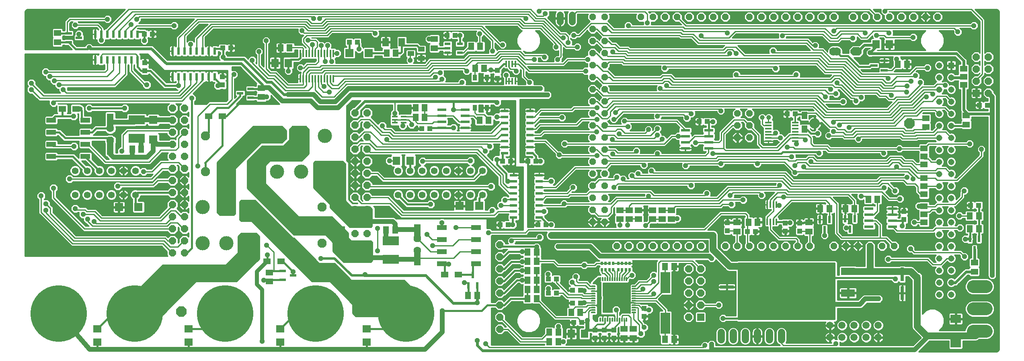
<source format=gtl>
G75*
G70*
%OFA0B0*%
%FSLAX24Y24*%
%IPPOS*%
%LPD*%
%AMOC8*
5,1,8,0,0,1.08239X$1,22.5*
%
%ADD10R,0.0787X0.0394*%
%ADD11R,0.0591X0.0472*%
%ADD12R,0.0709X0.0630*%
%ADD13R,0.0140X0.0630*%
%ADD14R,0.0512X0.0591*%
%ADD15R,0.0630X0.0709*%
%ADD16R,0.0591X0.0512*%
%ADD17R,0.0520X0.0220*%
%ADD18R,0.0866X0.0709*%
%ADD19R,0.0220X0.0520*%
%ADD20R,0.2441X0.2283*%
%ADD21R,0.1181X0.0630*%
%ADD22R,0.1130X0.0300*%
%ADD23R,0.0433X0.0394*%
%ADD24R,0.0394X0.0433*%
%ADD25C,0.0397*%
%ADD26R,0.0780X0.0220*%
%ADD27R,0.0580X0.0140*%
%ADD28R,0.0787X0.1772*%
%ADD29R,0.0472X0.0591*%
%ADD30R,0.0600X0.0220*%
%ADD31C,0.0700*%
%ADD32OC8,0.0700*%
%ADD33C,0.0594*%
%ADD34R,0.0460X0.0140*%
%ADD35R,0.0220X0.0600*%
%ADD36OC8,0.0630*%
%ADD37C,0.0630*%
%ADD38R,0.0551X0.1417*%
%ADD39R,0.1339X0.0748*%
%ADD40R,0.0300X0.1130*%
%ADD41C,0.0560*%
%ADD42C,0.0860*%
%ADD43OC8,0.0860*%
%ADD44OC8,0.0554*%
%ADD45OC8,0.0600*%
%ADD46R,0.0240X0.0610*%
%ADD47R,0.0669X0.0709*%
%ADD48C,0.1181*%
%ADD49C,0.0768*%
%ADD50C,0.4685*%
%ADD51C,0.1065*%
%ADD52R,0.0610X0.0240*%
%ADD53OC8,0.0594*%
%ADD54R,0.0350X0.0500*%
%ADD55C,0.0515*%
%ADD56R,0.0515X0.0515*%
%ADD57C,0.0594*%
%ADD58R,0.0551X0.0394*%
%ADD59R,0.0630X0.0710*%
%ADD60R,0.0500X0.0220*%
%ADD61R,0.0551X0.0709*%
%ADD62R,0.0709X0.0669*%
%ADD63C,0.0554*%
%ADD64C,0.0063*%
%ADD65R,0.0197X0.0256*%
%ADD66R,0.0140X0.0520*%
%ADD67R,0.0594X0.0594*%
%ADD68R,0.0436X0.0436*%
%ADD69C,0.0160*%
%ADD70OC8,0.0396*%
%ADD71C,0.0100*%
%ADD72C,0.0400*%
%ADD73C,0.0120*%
%ADD74C,0.0320*%
%ADD75C,0.0240*%
%ADD76C,0.0200*%
%ADD77R,0.0396X0.0396*%
D10*
X044166Y011562D03*
X047000Y011562D03*
X047000Y012562D03*
X047000Y013562D03*
X047000Y014562D03*
X044166Y014562D03*
X044166Y013562D03*
X044166Y012562D03*
X014600Y020462D03*
X014600Y021462D03*
X014600Y022462D03*
X014600Y023462D03*
X011766Y023462D03*
X011766Y022462D03*
X011766Y021462D03*
X011766Y020462D03*
D11*
X012687Y024412D03*
X013829Y024412D03*
X024812Y023787D03*
X025954Y023787D03*
X029662Y011762D03*
X030804Y011762D03*
X044389Y010674D03*
X045530Y010674D03*
D12*
X037908Y006164D03*
X037908Y005061D03*
X030758Y005061D03*
X030758Y006164D03*
X023158Y006164D03*
X023158Y005061D03*
X015583Y005061D03*
X015583Y006164D03*
D13*
X032403Y026912D03*
X032663Y026912D03*
X032903Y026912D03*
X033163Y026912D03*
X033403Y026912D03*
X033663Y026912D03*
X033903Y026912D03*
X034163Y026912D03*
X034403Y026912D03*
X034663Y026912D03*
X034903Y026912D03*
X035163Y026912D03*
X035163Y029012D03*
X034903Y029012D03*
X034663Y029012D03*
X034403Y029012D03*
X034163Y029012D03*
X033903Y029012D03*
X033663Y029012D03*
X033403Y029012D03*
X033163Y029012D03*
X032903Y029012D03*
X032663Y029012D03*
X032403Y029012D03*
D14*
X031532Y029462D03*
X030784Y029462D03*
X039584Y029037D03*
X040332Y029037D03*
X046584Y029587D03*
X047332Y029587D03*
X047657Y027762D03*
X046909Y027762D03*
X042732Y024487D03*
X041984Y024487D03*
X041984Y023712D03*
X042732Y023712D03*
X047284Y023462D03*
X048032Y023462D03*
X069584Y015012D03*
X070332Y015012D03*
X075534Y016137D03*
X076282Y016137D03*
X077609Y016137D03*
X078357Y016137D03*
X079509Y016912D03*
X080257Y016912D03*
X087934Y015537D03*
X088682Y015537D03*
X088682Y014462D03*
X087934Y014462D03*
X063407Y011337D03*
X062659Y011337D03*
X055632Y007537D03*
X054884Y007537D03*
X052007Y008662D03*
X051259Y008662D03*
X051259Y009437D03*
X052007Y009437D03*
X052007Y010212D03*
X051259Y010212D03*
X051259Y010987D03*
X052007Y010987D03*
X052007Y011762D03*
X051259Y011762D03*
X051259Y012537D03*
X052007Y012537D03*
X047082Y008937D03*
X046334Y008937D03*
X053059Y005887D03*
X053807Y005887D03*
X053807Y005112D03*
X053059Y005112D03*
X062659Y005287D03*
X063407Y005287D03*
X040282Y014362D03*
X039534Y014362D03*
X019232Y021062D03*
X018484Y021062D03*
X081959Y028112D03*
X082707Y028112D03*
D15*
X081259Y029762D03*
X080157Y029762D03*
X031434Y028212D03*
X030332Y028212D03*
X054882Y005762D03*
X055984Y005762D03*
D16*
X059258Y005413D03*
X060033Y005413D03*
X060033Y006161D03*
X059258Y006161D03*
X068608Y014238D03*
X068608Y014986D03*
X063183Y015263D03*
X062408Y015263D03*
X061633Y015263D03*
X060458Y015263D03*
X059683Y015263D03*
X058908Y015263D03*
X058908Y016011D03*
X059683Y016011D03*
X060458Y016011D03*
X061633Y016011D03*
X062408Y016011D03*
X063183Y016011D03*
X074583Y014986D03*
X074583Y014238D03*
X084133Y014993D03*
X084133Y015662D03*
X084133Y016332D03*
X084133Y017318D03*
X084133Y017987D03*
X084133Y018657D03*
X084133Y019793D03*
X084133Y020462D03*
X084133Y021132D03*
X084283Y022888D03*
X084283Y023636D03*
X087633Y023861D03*
X087633Y023113D03*
X087408Y026393D03*
X087408Y027062D03*
X087408Y027732D03*
X088308Y011661D03*
X088308Y010913D03*
X043533Y029438D03*
X043533Y030186D03*
X029183Y026136D03*
X029183Y025388D03*
X012283Y029938D03*
X012283Y030686D03*
X029858Y010843D03*
X029858Y010094D03*
D17*
X030953Y010217D03*
X031813Y010587D03*
X030953Y010957D03*
X028288Y025342D03*
X027428Y025712D03*
X028288Y026082D03*
X014063Y030312D03*
X013203Y029942D03*
X013203Y030682D03*
D18*
X086759Y006991D03*
X086759Y004983D03*
D19*
X088308Y012757D03*
X087938Y013617D03*
X088678Y013617D03*
X047078Y009757D03*
X046338Y009757D03*
X046708Y010617D03*
D20*
X074996Y010037D03*
D21*
X077823Y009140D03*
X077823Y010935D03*
D22*
X069338Y009637D03*
X067778Y009637D03*
D23*
X055643Y009362D03*
X054973Y009362D03*
X053668Y009137D03*
X052998Y009137D03*
X054973Y008312D03*
X055643Y008312D03*
X055743Y006712D03*
X055073Y006712D03*
X053643Y010312D03*
X052973Y010312D03*
X052793Y014787D03*
X052123Y014787D03*
X049643Y014787D03*
X048973Y014787D03*
X049198Y020062D03*
X049868Y020062D03*
X051273Y020062D03*
X051943Y020062D03*
X043143Y022762D03*
X042473Y022762D03*
X026668Y029462D03*
X025998Y029462D03*
X020168Y030612D03*
X019498Y030612D03*
X044598Y030512D03*
X045268Y030512D03*
X065498Y023362D03*
X066168Y023362D03*
X072773Y023987D03*
X073443Y023987D03*
X088723Y024712D03*
X089393Y024712D03*
X088668Y016412D03*
X087998Y016412D03*
X070143Y014237D03*
X069473Y014237D03*
D24*
X067833Y014303D03*
X067833Y014972D03*
X072633Y014947D03*
X072633Y014278D03*
X073808Y014278D03*
X073808Y014947D03*
X082458Y015228D03*
X082458Y015897D03*
X060933Y007872D03*
X060933Y007203D03*
X058408Y006072D03*
X057633Y006072D03*
X056858Y006072D03*
X056858Y005403D03*
X057633Y005403D03*
X058408Y005403D03*
X025958Y026403D03*
X025958Y027072D03*
X019533Y027578D03*
X019533Y028247D03*
X036473Y029937D03*
X037143Y029937D03*
X048758Y027597D03*
X048758Y026928D03*
D25*
X070708Y023687D03*
X071259Y023687D03*
D26*
X066278Y022637D03*
X066278Y022137D03*
X066278Y021637D03*
X066278Y021137D03*
X064338Y021137D03*
X064338Y021637D03*
X064338Y022137D03*
X064338Y022637D03*
X079563Y016137D03*
X079563Y015637D03*
X079563Y015137D03*
X079563Y014637D03*
X081503Y014637D03*
X081503Y015137D03*
X081503Y015637D03*
X081503Y016137D03*
X046078Y022837D03*
X046078Y023337D03*
X046078Y023837D03*
X046078Y024337D03*
X044138Y024337D03*
X044138Y023837D03*
X044138Y023337D03*
X044138Y022837D03*
D27*
X071223Y022772D03*
X071223Y023022D03*
X071223Y023282D03*
X071223Y022512D03*
X071223Y022252D03*
X071223Y022002D03*
X071223Y021742D03*
X073443Y021742D03*
X073443Y022002D03*
X073443Y022252D03*
X073443Y022512D03*
X073443Y022772D03*
X073443Y023022D03*
X073443Y023282D03*
D28*
X062683Y009986D03*
X062683Y006639D03*
D29*
X074208Y022717D03*
X074208Y023858D03*
D30*
X080833Y027612D03*
X079983Y028012D03*
X080833Y028412D03*
D31*
X076883Y029162D03*
X076633Y029162D03*
D32*
X078383Y029162D03*
X078633Y029162D03*
D33*
X072308Y005859D02*
X072308Y005266D01*
X071308Y005266D02*
X071308Y005859D01*
X070308Y005859D02*
X070308Y005266D01*
X069308Y005266D02*
X069308Y005859D01*
X068308Y005859D02*
X068308Y005266D01*
X067308Y005266D02*
X067308Y005859D01*
D34*
X040978Y023252D03*
X040978Y023512D03*
X040978Y023772D03*
X040238Y023772D03*
X040238Y023512D03*
X040238Y023252D03*
D35*
X075483Y015237D03*
X076283Y015237D03*
X077583Y015287D03*
X078383Y015287D03*
X077983Y014437D03*
X075883Y014387D03*
D36*
X042108Y013662D03*
X016658Y021787D03*
D37*
X016658Y022787D03*
X042108Y012662D03*
D38*
X042108Y012139D03*
X042108Y014147D03*
X016658Y021303D03*
X016658Y023311D03*
D39*
X018858Y023505D03*
X018858Y021970D03*
X039908Y013480D03*
X039908Y011945D03*
D40*
X082333Y010692D03*
X082333Y009132D03*
D41*
X083558Y010387D02*
X083558Y006362D01*
X084308Y005612D01*
X086933Y005612D01*
X088380Y005612D01*
X088748Y005981D01*
X083558Y010387D02*
X083010Y010935D01*
X082333Y010935D01*
X079683Y010935D01*
X079654Y010964D01*
X079654Y013027D01*
X079683Y010935D02*
X077823Y010935D01*
X069208Y011362D02*
X068008Y011362D01*
X066633Y012737D01*
X066633Y013937D01*
X063658Y013937D01*
X058908Y013937D01*
X055958Y013937D01*
X053208Y013937D01*
X053958Y031632D02*
X053958Y032192D01*
X054958Y032192D02*
X054958Y031632D01*
D42*
X075053Y023212D03*
D43*
X082923Y023212D03*
X037390Y007669D03*
X022546Y007612D03*
D44*
X056654Y015027D03*
X057654Y015027D03*
X057654Y016027D03*
X056654Y016027D03*
X056654Y017027D03*
X057654Y017027D03*
X057654Y018027D03*
X056654Y018027D03*
X056654Y019027D03*
X057654Y019027D03*
X057654Y020027D03*
X056654Y020027D03*
X056654Y021027D03*
X057654Y021027D03*
X057654Y022027D03*
X056654Y022027D03*
X056654Y023027D03*
X057654Y023027D03*
X057654Y024027D03*
X056654Y024027D03*
X056654Y025027D03*
X057654Y025027D03*
X057654Y026027D03*
X056654Y026027D03*
X056654Y027027D03*
X057654Y027027D03*
X057654Y028027D03*
X056654Y028027D03*
X056654Y029027D03*
X057654Y029027D03*
X057654Y030027D03*
X056654Y030027D03*
X056654Y031027D03*
X057654Y031027D03*
X057654Y032027D03*
X056654Y032027D03*
X060654Y032027D03*
X061654Y032027D03*
X062654Y032027D03*
X063654Y032027D03*
X064654Y032027D03*
X065654Y032027D03*
X066654Y032027D03*
X067654Y032027D03*
X069654Y032027D03*
X070654Y032027D03*
X071654Y032027D03*
X072654Y032027D03*
X073654Y032027D03*
X074654Y032027D03*
X075654Y032027D03*
X076654Y032027D03*
X078254Y032027D03*
X079254Y032027D03*
X080254Y032027D03*
X081254Y032027D03*
X082254Y032027D03*
X083254Y032027D03*
X084254Y032027D03*
X085254Y032027D03*
X069654Y024027D03*
X068654Y024027D03*
X068654Y023027D03*
X069654Y023027D03*
X069654Y022027D03*
X069654Y013027D03*
X070654Y013027D03*
X071654Y013027D03*
X072654Y013027D03*
X073654Y013027D03*
X074654Y013027D03*
X076654Y013027D03*
X077654Y013027D03*
X078654Y013027D03*
X079654Y013027D03*
X080654Y013027D03*
X081654Y013027D03*
X068654Y013027D03*
X067654Y013027D03*
X065654Y013027D03*
X064654Y013027D03*
X063654Y013027D03*
X062654Y013027D03*
X061654Y013027D03*
X060654Y013027D03*
X059654Y013027D03*
X058654Y013027D03*
D45*
X068654Y022027D03*
D46*
X025333Y027077D03*
X024833Y027077D03*
X024333Y027077D03*
X023833Y027077D03*
X023333Y027077D03*
X022833Y027077D03*
X022333Y027077D03*
X021833Y027077D03*
X018908Y028477D03*
X018408Y028477D03*
X017908Y028477D03*
X017408Y028477D03*
X016908Y028477D03*
X016408Y028477D03*
X015908Y028477D03*
X015408Y028477D03*
X015408Y030597D03*
X015908Y030597D03*
X016408Y030597D03*
X016908Y030597D03*
X017408Y030597D03*
X017908Y030597D03*
X018408Y030597D03*
X018908Y030597D03*
X021833Y029197D03*
X022333Y029197D03*
X022833Y029197D03*
X023333Y029197D03*
X023833Y029197D03*
X024333Y029197D03*
X024833Y029197D03*
X025333Y029197D03*
D47*
X020233Y023488D03*
X020233Y021873D03*
X035783Y015944D03*
X035783Y014330D03*
D48*
X028279Y013274D03*
X026294Y013274D03*
X024310Y013274D03*
X024310Y016251D03*
X026294Y016251D03*
X028279Y016251D03*
X030488Y019199D03*
X032472Y019199D03*
X034456Y019199D03*
X034456Y022176D03*
X032472Y022176D03*
X030488Y022176D03*
D49*
X024535Y022176D03*
X024535Y019199D03*
X034231Y016251D03*
X034231Y013274D03*
D50*
X033689Y007437D03*
X026189Y007437D03*
X018689Y007437D03*
X012370Y007437D03*
X041189Y007437D03*
D51*
X088216Y007831D02*
X089281Y007831D01*
X089281Y009681D02*
X088216Y009681D01*
X088216Y005981D02*
X089281Y005981D01*
D52*
X052218Y015412D03*
X052218Y015912D03*
X052218Y016412D03*
X052218Y016912D03*
X052218Y017412D03*
X052218Y017912D03*
X052218Y018412D03*
X052218Y018912D03*
X050098Y018912D03*
X050098Y018412D03*
X050098Y017912D03*
X050098Y017412D03*
X050098Y016912D03*
X050098Y016412D03*
X050098Y015912D03*
X050098Y015412D03*
X049348Y020737D03*
X049348Y021237D03*
X049348Y021737D03*
X049348Y022237D03*
X049348Y022737D03*
X049348Y023237D03*
X049348Y023737D03*
X049348Y024237D03*
X051468Y024237D03*
X051468Y023737D03*
X051468Y023237D03*
X051468Y022737D03*
X051468Y022237D03*
X051468Y021737D03*
X051468Y021237D03*
X051468Y020737D03*
D53*
X037961Y021063D03*
X036961Y021063D03*
X036961Y022063D03*
X037961Y022063D03*
X037961Y023063D03*
X036961Y023063D03*
X036961Y024063D03*
X037961Y024063D03*
X037961Y020063D03*
X036961Y020063D03*
X036961Y019063D03*
X037961Y019063D03*
X037961Y018063D03*
X036961Y018063D03*
X036961Y017063D03*
X037961Y017063D03*
X037961Y016063D03*
X036961Y016063D03*
X036961Y015063D03*
X037961Y015063D03*
X037961Y014063D03*
X036961Y014063D03*
X036961Y013063D03*
X037961Y013063D03*
X037961Y012063D03*
X036961Y012063D03*
X048958Y012137D03*
X048958Y013137D03*
X048958Y011137D03*
X048958Y010137D03*
X048958Y009137D03*
X048958Y008137D03*
X048958Y007137D03*
X048958Y006137D03*
X064608Y007137D03*
X064608Y008137D03*
X065608Y008137D03*
X065608Y009137D03*
X064608Y009137D03*
X064608Y010137D03*
X065608Y010137D03*
X065608Y011137D03*
X064608Y011137D03*
X089458Y025712D03*
X089458Y026712D03*
X088458Y026712D03*
X088458Y027712D03*
X089458Y027712D03*
X089458Y028712D03*
X088458Y028712D03*
X022819Y024464D03*
X021819Y024464D03*
X021819Y023464D03*
X022819Y023464D03*
X022819Y022464D03*
X021819Y022464D03*
X021819Y021464D03*
X022819Y021464D03*
X022819Y020464D03*
X021819Y020464D03*
X021819Y019464D03*
X022819Y019464D03*
X022819Y018464D03*
X021819Y018464D03*
X021819Y017464D03*
X022819Y017464D03*
X022819Y016464D03*
X021819Y016464D03*
X021819Y015464D03*
X022819Y015464D03*
X022819Y014464D03*
X021819Y014464D03*
X021819Y013464D03*
X022819Y013464D03*
X022819Y012464D03*
X021819Y012464D03*
D54*
X046883Y024487D03*
X047883Y024487D03*
X047883Y026987D03*
X046883Y026987D03*
D55*
X085386Y027012D03*
X086386Y027012D03*
X086386Y026012D03*
X085386Y026012D03*
X085386Y025012D03*
X086386Y025012D03*
X086386Y024012D03*
X085386Y024012D03*
X085386Y023012D03*
X086386Y023012D03*
X086386Y022012D03*
X085386Y022012D03*
X085386Y021012D03*
X086386Y021012D03*
X086386Y020012D03*
X085386Y020012D03*
X085386Y019012D03*
X086386Y019012D03*
X086386Y018012D03*
X085386Y018012D03*
X085386Y017012D03*
X086386Y017012D03*
X086386Y016012D03*
X085386Y016012D03*
X085386Y015012D03*
X086386Y015012D03*
X086386Y014012D03*
X085386Y014012D03*
X085386Y013012D03*
X086386Y013012D03*
X086386Y012012D03*
X085386Y012012D03*
X085386Y011012D03*
X086386Y011012D03*
X086386Y010012D03*
X085386Y010012D03*
X085386Y009012D03*
X086386Y009012D03*
X085386Y028012D03*
D56*
X086386Y028012D03*
D57*
X080333Y006462D03*
X079333Y006462D03*
X078333Y006462D03*
X077333Y006462D03*
X076333Y006462D03*
X076333Y005462D03*
X077333Y005462D03*
X078333Y005462D03*
X079333Y005462D03*
X080333Y005462D03*
D58*
X042441Y028613D03*
X041575Y028987D03*
X042441Y029361D03*
D59*
X041518Y020112D03*
X040398Y020112D03*
D60*
X044623Y029067D03*
X044623Y029437D03*
X044623Y029807D03*
X045643Y029807D03*
X045643Y029067D03*
D61*
X040827Y029937D03*
X039489Y029937D03*
D62*
X038090Y029037D03*
X036476Y029037D03*
X045626Y016362D03*
X047240Y016362D03*
X018996Y016262D03*
X017382Y016262D03*
D63*
X017748Y017279D03*
X016748Y017279D03*
X015748Y017279D03*
X014748Y017279D03*
X013748Y017279D03*
X013748Y019279D03*
X014748Y019279D03*
X015748Y019279D03*
X016748Y019279D03*
X017748Y019279D03*
X018748Y019279D03*
X018748Y017279D03*
X040520Y017279D03*
X041520Y017279D03*
X042520Y017279D03*
X043520Y017279D03*
X044520Y017279D03*
X045520Y017279D03*
X046520Y017279D03*
X047520Y017279D03*
X047520Y019279D03*
X046520Y019279D03*
X045520Y019279D03*
X044520Y019279D03*
X043520Y019279D03*
X042520Y019279D03*
X041520Y019279D03*
X040520Y019279D03*
D64*
X057332Y010431D02*
X057332Y010159D01*
X057268Y010159D01*
X057268Y010431D01*
X057332Y010431D01*
X057332Y010221D02*
X057268Y010221D01*
X057268Y010283D02*
X057332Y010283D01*
X057332Y010345D02*
X057268Y010345D01*
X057268Y010407D02*
X057332Y010407D01*
X057529Y010431D02*
X057529Y010159D01*
X057465Y010159D01*
X057465Y010431D01*
X057529Y010431D01*
X057529Y010221D02*
X057465Y010221D01*
X057465Y010283D02*
X057529Y010283D01*
X057529Y010345D02*
X057465Y010345D01*
X057465Y010407D02*
X057529Y010407D01*
X057726Y010431D02*
X057726Y010159D01*
X057662Y010159D01*
X057662Y010431D01*
X057726Y010431D01*
X057726Y010221D02*
X057662Y010221D01*
X057662Y010283D02*
X057726Y010283D01*
X057726Y010345D02*
X057662Y010345D01*
X057662Y010407D02*
X057726Y010407D01*
X057923Y010431D02*
X057923Y010159D01*
X057859Y010159D01*
X057859Y010431D01*
X057923Y010431D01*
X057923Y010221D02*
X057859Y010221D01*
X057859Y010283D02*
X057923Y010283D01*
X057923Y010345D02*
X057859Y010345D01*
X057859Y010407D02*
X057923Y010407D01*
X058120Y010431D02*
X058120Y010159D01*
X058056Y010159D01*
X058056Y010431D01*
X058120Y010431D01*
X058120Y010221D02*
X058056Y010221D01*
X058056Y010283D02*
X058120Y010283D01*
X058120Y010345D02*
X058056Y010345D01*
X058056Y010407D02*
X058120Y010407D01*
X058317Y010431D02*
X058317Y010159D01*
X058253Y010159D01*
X058253Y010431D01*
X058317Y010431D01*
X058317Y010221D02*
X058253Y010221D01*
X058253Y010283D02*
X058317Y010283D01*
X058317Y010345D02*
X058253Y010345D01*
X058253Y010407D02*
X058317Y010407D01*
X058514Y010431D02*
X058514Y010159D01*
X058450Y010159D01*
X058450Y010431D01*
X058514Y010431D01*
X058514Y010221D02*
X058450Y010221D01*
X058450Y010283D02*
X058514Y010283D01*
X058514Y010345D02*
X058450Y010345D01*
X058450Y010407D02*
X058514Y010407D01*
X058710Y010431D02*
X058710Y010159D01*
X058646Y010159D01*
X058646Y010431D01*
X058710Y010431D01*
X058710Y010221D02*
X058646Y010221D01*
X058646Y010283D02*
X058710Y010283D01*
X058710Y010345D02*
X058646Y010345D01*
X058646Y010407D02*
X058710Y010407D01*
X058907Y010431D02*
X058907Y010159D01*
X058843Y010159D01*
X058843Y010431D01*
X058907Y010431D01*
X058907Y010221D02*
X058843Y010221D01*
X058843Y010283D02*
X058907Y010283D01*
X058907Y010345D02*
X058843Y010345D01*
X058843Y010407D02*
X058907Y010407D01*
X059104Y010431D02*
X059104Y010159D01*
X059040Y010159D01*
X059040Y010431D01*
X059104Y010431D01*
X059104Y010221D02*
X059040Y010221D01*
X059040Y010283D02*
X059104Y010283D01*
X059104Y010345D02*
X059040Y010345D01*
X059040Y010407D02*
X059104Y010407D01*
X059301Y010431D02*
X059301Y010159D01*
X059237Y010159D01*
X059237Y010431D01*
X059301Y010431D01*
X059301Y010221D02*
X059237Y010221D01*
X059237Y010283D02*
X059301Y010283D01*
X059301Y010345D02*
X059237Y010345D01*
X059237Y010407D02*
X059301Y010407D01*
X059498Y010431D02*
X059498Y010159D01*
X059434Y010159D01*
X059434Y010431D01*
X059498Y010431D01*
X059498Y010221D02*
X059434Y010221D01*
X059434Y010283D02*
X059498Y010283D01*
X059498Y010345D02*
X059434Y010345D01*
X059434Y010407D02*
X059498Y010407D01*
X059930Y009663D02*
X060202Y009663D01*
X059930Y009663D02*
X059930Y009727D01*
X060202Y009727D01*
X060202Y009663D01*
X060202Y009725D02*
X059930Y009725D01*
X059930Y009466D02*
X060202Y009466D01*
X059930Y009466D02*
X059930Y009530D01*
X060202Y009530D01*
X060202Y009466D01*
X060202Y009528D02*
X059930Y009528D01*
X059930Y009269D02*
X060202Y009269D01*
X059930Y009269D02*
X059930Y009333D01*
X060202Y009333D01*
X060202Y009269D01*
X060202Y009331D02*
X059930Y009331D01*
X059930Y009073D02*
X060202Y009073D01*
X059930Y009073D02*
X059930Y009137D01*
X060202Y009137D01*
X060202Y009073D01*
X060202Y009135D02*
X059930Y009135D01*
X059930Y008876D02*
X060202Y008876D01*
X059930Y008876D02*
X059930Y008940D01*
X060202Y008940D01*
X060202Y008876D01*
X060202Y008938D02*
X059930Y008938D01*
X059930Y008679D02*
X060202Y008679D01*
X059930Y008679D02*
X059930Y008743D01*
X060202Y008743D01*
X060202Y008679D01*
X060202Y008741D02*
X059930Y008741D01*
X059930Y008482D02*
X060202Y008482D01*
X059930Y008482D02*
X059930Y008546D01*
X060202Y008546D01*
X060202Y008482D01*
X060202Y008544D02*
X059930Y008544D01*
X059930Y008285D02*
X060202Y008285D01*
X059930Y008285D02*
X059930Y008349D01*
X060202Y008349D01*
X060202Y008285D01*
X060202Y008347D02*
X059930Y008347D01*
X059930Y008088D02*
X060202Y008088D01*
X059930Y008088D02*
X059930Y008152D01*
X060202Y008152D01*
X060202Y008088D01*
X060202Y008150D02*
X059930Y008150D01*
X059930Y007891D02*
X060202Y007891D01*
X059930Y007891D02*
X059930Y007955D01*
X060202Y007955D01*
X060202Y007891D01*
X060202Y007953D02*
X059930Y007953D01*
X059930Y007695D02*
X060202Y007695D01*
X059930Y007695D02*
X059930Y007759D01*
X060202Y007759D01*
X060202Y007695D01*
X060202Y007757D02*
X059930Y007757D01*
X059930Y007498D02*
X060202Y007498D01*
X059930Y007498D02*
X059930Y007562D01*
X060202Y007562D01*
X060202Y007498D01*
X060202Y007560D02*
X059930Y007560D01*
X059498Y007065D02*
X059498Y006793D01*
X059434Y006793D01*
X059434Y007065D01*
X059498Y007065D01*
X059498Y006855D02*
X059434Y006855D01*
X059434Y006917D02*
X059498Y006917D01*
X059498Y006979D02*
X059434Y006979D01*
X059434Y007041D02*
X059498Y007041D01*
X059301Y007065D02*
X059301Y006793D01*
X059237Y006793D01*
X059237Y007065D01*
X059301Y007065D01*
X059301Y006855D02*
X059237Y006855D01*
X059237Y006917D02*
X059301Y006917D01*
X059301Y006979D02*
X059237Y006979D01*
X059237Y007041D02*
X059301Y007041D01*
X059104Y007065D02*
X059104Y006793D01*
X059040Y006793D01*
X059040Y007065D01*
X059104Y007065D01*
X059104Y006855D02*
X059040Y006855D01*
X059040Y006917D02*
X059104Y006917D01*
X059104Y006979D02*
X059040Y006979D01*
X059040Y007041D02*
X059104Y007041D01*
X058907Y007065D02*
X058907Y006793D01*
X058843Y006793D01*
X058843Y007065D01*
X058907Y007065D01*
X058907Y006855D02*
X058843Y006855D01*
X058843Y006917D02*
X058907Y006917D01*
X058907Y006979D02*
X058843Y006979D01*
X058843Y007041D02*
X058907Y007041D01*
X058710Y007065D02*
X058710Y006793D01*
X058646Y006793D01*
X058646Y007065D01*
X058710Y007065D01*
X058710Y006855D02*
X058646Y006855D01*
X058646Y006917D02*
X058710Y006917D01*
X058710Y006979D02*
X058646Y006979D01*
X058646Y007041D02*
X058710Y007041D01*
X058514Y007065D02*
X058514Y006793D01*
X058450Y006793D01*
X058450Y007065D01*
X058514Y007065D01*
X058514Y006855D02*
X058450Y006855D01*
X058450Y006917D02*
X058514Y006917D01*
X058514Y006979D02*
X058450Y006979D01*
X058450Y007041D02*
X058514Y007041D01*
X058317Y007065D02*
X058317Y006793D01*
X058253Y006793D01*
X058253Y007065D01*
X058317Y007065D01*
X058317Y006855D02*
X058253Y006855D01*
X058253Y006917D02*
X058317Y006917D01*
X058317Y006979D02*
X058253Y006979D01*
X058253Y007041D02*
X058317Y007041D01*
X058120Y007065D02*
X058120Y006793D01*
X058056Y006793D01*
X058056Y007065D01*
X058120Y007065D01*
X058120Y006855D02*
X058056Y006855D01*
X058056Y006917D02*
X058120Y006917D01*
X058120Y006979D02*
X058056Y006979D01*
X058056Y007041D02*
X058120Y007041D01*
X057923Y007065D02*
X057923Y006793D01*
X057859Y006793D01*
X057859Y007065D01*
X057923Y007065D01*
X057923Y006855D02*
X057859Y006855D01*
X057859Y006917D02*
X057923Y006917D01*
X057923Y006979D02*
X057859Y006979D01*
X057859Y007041D02*
X057923Y007041D01*
X057726Y007065D02*
X057726Y006793D01*
X057662Y006793D01*
X057662Y007065D01*
X057726Y007065D01*
X057726Y006855D02*
X057662Y006855D01*
X057662Y006917D02*
X057726Y006917D01*
X057726Y006979D02*
X057662Y006979D01*
X057662Y007041D02*
X057726Y007041D01*
X057529Y007065D02*
X057529Y006793D01*
X057465Y006793D01*
X057465Y007065D01*
X057529Y007065D01*
X057529Y006855D02*
X057465Y006855D01*
X057465Y006917D02*
X057529Y006917D01*
X057529Y006979D02*
X057465Y006979D01*
X057465Y007041D02*
X057529Y007041D01*
X057332Y007065D02*
X057332Y006793D01*
X057268Y006793D01*
X057268Y007065D01*
X057332Y007065D01*
X057332Y006855D02*
X057268Y006855D01*
X057268Y006917D02*
X057332Y006917D01*
X057332Y006979D02*
X057268Y006979D01*
X057268Y007041D02*
X057332Y007041D01*
X056836Y007498D02*
X056564Y007498D01*
X056564Y007562D01*
X056836Y007562D01*
X056836Y007498D01*
X056836Y007560D02*
X056564Y007560D01*
X056564Y007695D02*
X056836Y007695D01*
X056564Y007695D02*
X056564Y007759D01*
X056836Y007759D01*
X056836Y007695D01*
X056836Y007757D02*
X056564Y007757D01*
X056564Y007891D02*
X056836Y007891D01*
X056564Y007891D02*
X056564Y007955D01*
X056836Y007955D01*
X056836Y007891D01*
X056836Y007953D02*
X056564Y007953D01*
X056564Y008088D02*
X056836Y008088D01*
X056564Y008088D02*
X056564Y008152D01*
X056836Y008152D01*
X056836Y008088D01*
X056836Y008150D02*
X056564Y008150D01*
X056564Y008285D02*
X056836Y008285D01*
X056564Y008285D02*
X056564Y008349D01*
X056836Y008349D01*
X056836Y008285D01*
X056836Y008347D02*
X056564Y008347D01*
X056564Y008482D02*
X056836Y008482D01*
X056564Y008482D02*
X056564Y008546D01*
X056836Y008546D01*
X056836Y008482D01*
X056836Y008544D02*
X056564Y008544D01*
X056564Y008679D02*
X056836Y008679D01*
X056564Y008679D02*
X056564Y008743D01*
X056836Y008743D01*
X056836Y008679D01*
X056836Y008741D02*
X056564Y008741D01*
X056564Y008876D02*
X056836Y008876D01*
X056564Y008876D02*
X056564Y008940D01*
X056836Y008940D01*
X056836Y008876D01*
X056836Y008938D02*
X056564Y008938D01*
X056564Y009073D02*
X056836Y009073D01*
X056564Y009073D02*
X056564Y009137D01*
X056836Y009137D01*
X056836Y009073D01*
X056836Y009135D02*
X056564Y009135D01*
X056564Y009269D02*
X056836Y009269D01*
X056564Y009269D02*
X056564Y009333D01*
X056836Y009333D01*
X056836Y009269D01*
X056836Y009331D02*
X056564Y009331D01*
X056564Y009466D02*
X056836Y009466D01*
X056564Y009466D02*
X056564Y009530D01*
X056836Y009530D01*
X056836Y009466D01*
X056836Y009528D02*
X056564Y009528D01*
X056564Y009663D02*
X056836Y009663D01*
X056564Y009663D02*
X056564Y009727D01*
X056836Y009727D01*
X056836Y009663D01*
X056836Y009725D02*
X056564Y009725D01*
D65*
X057411Y011072D03*
X057726Y011072D03*
X058041Y011072D03*
X058356Y011072D03*
X058786Y011072D03*
X059101Y011072D03*
X059416Y011072D03*
X059731Y011072D03*
X059731Y011603D03*
X059416Y011603D03*
X059101Y011603D03*
X058786Y011603D03*
X058356Y011603D03*
X058041Y011603D03*
X057726Y011603D03*
X057411Y011603D03*
D66*
X071128Y015042D03*
X071378Y015042D03*
X071638Y015042D03*
X071888Y015042D03*
X071888Y016482D03*
X071638Y016482D03*
X071378Y016482D03*
X071128Y016482D03*
X050238Y026692D03*
X049988Y026692D03*
X049728Y026692D03*
X049478Y026692D03*
X049478Y028132D03*
X049728Y028132D03*
X049988Y028132D03*
X050238Y028132D03*
D67*
X088458Y025712D03*
X065608Y007137D03*
D68*
X035390Y007669D03*
X020546Y007612D03*
D69*
X018865Y007612D01*
X018689Y007437D01*
X016856Y007437D01*
X015583Y006164D01*
X015583Y005061D02*
X015583Y004462D01*
X023133Y004462D02*
X023158Y004487D01*
X023158Y005061D01*
X023158Y006164D02*
X024916Y006164D01*
X026189Y007437D01*
X030758Y006164D02*
X032031Y007437D01*
X033689Y007437D01*
X033921Y007669D01*
X035390Y007669D01*
X037390Y007669D02*
X040957Y007669D01*
X041189Y007437D01*
X041183Y007462D02*
X041208Y007462D01*
X041183Y007462D02*
X039884Y006164D01*
X037908Y006164D01*
X037908Y005061D02*
X037908Y004462D01*
X038533Y004487D02*
X038558Y004462D01*
X030758Y004562D02*
X030658Y004462D01*
X030758Y004562D02*
X030758Y005061D01*
X044183Y007662D02*
X047458Y007662D01*
X047933Y008137D01*
X048958Y008137D01*
X049333Y008137D01*
X049858Y008662D01*
X051259Y008662D01*
X050383Y010187D02*
X049333Y009137D01*
X048958Y009137D01*
X048958Y010137D02*
X049333Y010137D01*
X050183Y010987D01*
X050833Y010987D01*
X051259Y010987D01*
X051234Y011737D02*
X050833Y011737D01*
X049933Y011737D01*
X049333Y011137D01*
X048958Y011137D01*
X050383Y010187D02*
X050833Y010187D01*
X051234Y011737D02*
X051259Y011762D01*
X051259Y012537D02*
X051234Y012562D01*
X050833Y012562D02*
X049683Y012562D01*
X049258Y012137D01*
X048958Y012137D01*
X049083Y013012D02*
X048958Y013137D01*
X049083Y013012D02*
X051958Y013012D01*
X052008Y012962D01*
X052008Y012512D02*
X051983Y012487D01*
X051983Y012512D01*
X047008Y011562D02*
X046733Y011562D01*
X046708Y011537D01*
X046708Y010687D01*
X046695Y010674D01*
X046651Y010674D01*
X046708Y010617D01*
X046651Y010674D02*
X045530Y010674D01*
X044389Y010674D02*
X044389Y011557D01*
X044383Y011562D01*
X044166Y011562D01*
X044158Y011562D02*
X044183Y011537D01*
X044733Y011537D01*
X046338Y009757D02*
X046338Y008941D01*
X046334Y008937D01*
X047082Y008937D02*
X047082Y009753D01*
X047078Y009757D01*
X047082Y008937D02*
X047083Y008936D01*
X060933Y007872D02*
X060968Y007747D01*
X061333Y007737D01*
X067458Y007037D02*
X068808Y007037D01*
X076083Y010412D02*
X081633Y010412D01*
X081758Y010287D01*
X087938Y013617D02*
X087938Y014458D01*
X087934Y014462D01*
X088678Y014458D02*
X088682Y014462D01*
X088682Y015537D01*
X088682Y016398D01*
X088668Y016412D01*
X088678Y014458D02*
X088678Y013617D01*
X082508Y015178D02*
X082458Y015228D01*
X082368Y015137D01*
X082368Y014772D01*
X082308Y014712D01*
X082368Y015137D02*
X081503Y015137D01*
X073008Y014962D02*
X072958Y015012D01*
X072733Y015012D01*
X072668Y014947D01*
X072633Y014947D01*
X072538Y015042D01*
X071888Y015042D01*
X072283Y020712D02*
X066658Y020712D01*
X066633Y020687D01*
X066278Y022637D02*
X066278Y023208D01*
X066168Y023362D01*
X066183Y023362D01*
X066208Y023337D01*
X066633Y023337D01*
X072283Y020712D02*
X072408Y020837D01*
X075358Y020837D01*
X075358Y020812D01*
X075433Y020737D01*
X075308Y022362D02*
X074758Y022362D01*
X074458Y022662D01*
X074262Y022662D01*
X074208Y022717D01*
X074208Y023858D02*
X074083Y023983D01*
X073447Y023983D01*
X073443Y023987D01*
X077833Y028812D02*
X078733Y027912D01*
X079633Y027912D01*
X079733Y028012D01*
X079983Y028012D01*
X077833Y028812D02*
X077233Y028812D01*
X076883Y029162D01*
X087633Y023912D02*
X087733Y024012D01*
X087633Y023912D02*
X087633Y023861D01*
X087633Y023113D02*
X087531Y023012D01*
X086386Y023012D01*
X052793Y015003D02*
X052383Y015412D01*
X052208Y015412D01*
X052793Y015003D02*
X052793Y014787D01*
X050033Y014787D02*
X050033Y015347D01*
X050098Y015412D01*
X049948Y015412D01*
X050033Y014787D02*
X049643Y014787D01*
X047240Y016362D02*
X047240Y017000D01*
X047520Y017279D01*
X049483Y018537D02*
X049608Y018412D01*
X049483Y018537D02*
X049483Y019037D01*
X048733Y019787D01*
X048733Y020212D01*
X049183Y020212D01*
X049208Y020187D01*
X049198Y020178D01*
X049198Y020062D01*
X049198Y020737D01*
X049348Y020737D01*
X051468Y020737D02*
X051683Y020737D01*
X051943Y020478D01*
X051943Y020062D01*
X045133Y022837D02*
X044138Y022837D01*
X044133Y022837D02*
X043183Y022837D01*
X043108Y022762D01*
X045133Y024337D02*
X045133Y025062D01*
X038458Y025037D01*
X031433Y027537D02*
X031433Y028036D01*
X031434Y028212D01*
X031459Y028339D01*
X031433Y028312D02*
X031608Y028487D01*
X032258Y028487D01*
X032403Y028632D01*
X032403Y029012D01*
X036476Y029037D02*
X036476Y029935D01*
X036473Y029937D01*
X037143Y029937D02*
X037283Y029797D01*
X037283Y029362D01*
X038090Y029037D02*
X039584Y029037D01*
X040308Y029037D02*
X040733Y029037D01*
X040827Y029132D01*
X040827Y029937D01*
X040827Y029668D01*
X040833Y029662D01*
X042083Y029662D01*
X042384Y029361D01*
X042441Y029361D01*
X043533Y029438D02*
X044622Y029438D01*
X044623Y029437D01*
X045643Y029807D02*
X045643Y030472D01*
X045658Y030487D01*
X045633Y030512D01*
X045268Y030512D01*
X048758Y027597D02*
X049293Y028132D01*
X049413Y028132D01*
X048758Y027597D02*
X048273Y027597D01*
X048233Y027637D01*
X029259Y026212D02*
X029183Y026136D01*
X029129Y026082D01*
X028288Y026082D01*
X027428Y025712D02*
X027428Y025457D01*
X026458Y024487D01*
X025512Y024487D01*
X024812Y023787D01*
X024812Y022453D01*
X024535Y022176D01*
X025954Y021358D02*
X024533Y019937D01*
X024535Y019935D01*
X024535Y019199D01*
X021819Y017464D02*
X018933Y017464D01*
X018748Y017279D01*
X018748Y016510D01*
X018996Y016262D01*
X015748Y019279D02*
X014600Y020427D01*
X014600Y020462D01*
X013565Y020462D02*
X014748Y019279D01*
X013565Y020462D02*
X011766Y020462D01*
X012908Y021987D02*
X016458Y021987D01*
X016658Y021787D01*
X015483Y022787D02*
X015158Y022462D01*
X014583Y022462D01*
X015483Y022787D02*
X016658Y022787D01*
X014600Y023462D02*
X014283Y023462D01*
X014283Y024262D01*
X014158Y024387D01*
X013854Y024387D01*
X013829Y024412D01*
X013958Y024283D01*
X013633Y023787D02*
X012708Y023787D01*
X012687Y023808D01*
X012687Y024412D01*
X012708Y023787D02*
X012091Y023787D01*
X011766Y023462D01*
X011766Y023491D01*
X011766Y022462D02*
X012433Y022462D01*
X012908Y021987D01*
X014908Y024462D02*
X017858Y024462D01*
X023408Y025287D02*
X023408Y012862D01*
X023022Y012476D01*
X022819Y012476D01*
X029683Y012287D02*
X029683Y011783D01*
X029662Y011762D01*
X030804Y011762D02*
X030958Y011762D01*
X031808Y010912D01*
X031813Y010907D01*
X031813Y010587D01*
X030953Y010217D02*
X029981Y010217D01*
X029858Y010094D01*
X029858Y010843D02*
X029973Y010957D01*
X030953Y010957D01*
X040508Y017262D02*
X041283Y016487D01*
X043208Y016487D01*
X041520Y019279D02*
X041520Y020076D01*
X041483Y020112D01*
X029183Y025388D02*
X029137Y025342D01*
X028288Y025342D01*
X027508Y024962D02*
X027458Y024962D01*
X026283Y023787D01*
X025958Y023787D01*
X025954Y023787D02*
X025954Y021358D01*
X025893Y026337D02*
X025958Y026403D01*
X025843Y026403D01*
X025383Y026862D01*
X025333Y026862D01*
X025333Y027077D01*
X025333Y027237D01*
X025583Y026337D02*
X025893Y026337D01*
X022333Y026337D02*
X021208Y026337D01*
X019983Y027562D01*
X019548Y027562D01*
X019533Y027578D01*
X019218Y027578D01*
X018908Y027887D01*
X018908Y028477D01*
X018923Y027903D02*
X018908Y027887D01*
X014908Y029487D02*
X014783Y029362D01*
X013783Y029362D01*
X013203Y029942D01*
X012287Y029942D01*
X012283Y029938D01*
X014058Y030317D02*
X014063Y030312D01*
X014058Y030317D02*
X014058Y030612D01*
X013203Y030682D02*
X012287Y030682D01*
X012283Y030686D01*
X018883Y030787D02*
X019498Y030787D01*
X019498Y030612D01*
X019483Y030062D01*
X018908Y030597D02*
X018908Y030762D01*
X018883Y030787D01*
X025333Y029387D02*
X025333Y029197D01*
X025333Y029387D02*
X025923Y029387D01*
X025998Y029462D01*
X026008Y029453D01*
X026008Y028687D01*
D70*
X026008Y028687D03*
X026658Y028962D03*
X028433Y028437D03*
X028983Y029162D03*
X030333Y028862D03*
X029583Y030062D03*
X032108Y030112D03*
X032558Y030887D03*
X033058Y030112D03*
X033408Y029737D03*
X034158Y029662D03*
X034683Y029662D03*
X035458Y029012D03*
X035008Y028337D03*
X034483Y028337D03*
X032433Y027812D03*
X031433Y027537D03*
X032008Y026912D03*
X034383Y026262D03*
X034808Y025787D03*
X037283Y025562D03*
X040258Y024037D03*
X040908Y023012D03*
X041658Y023087D03*
X042058Y022762D03*
X039583Y021862D03*
X039208Y023012D03*
X041408Y024487D03*
X044733Y025562D03*
X045283Y026087D03*
X045833Y026612D03*
X044158Y026862D03*
X044008Y027387D03*
X043608Y027037D03*
X045708Y027212D03*
X046208Y027537D03*
X048233Y027637D03*
X049483Y027212D03*
X050308Y027537D03*
X052008Y027137D03*
X051433Y026587D03*
X050858Y026612D03*
X052333Y026087D03*
X052908Y025562D03*
X050833Y024237D03*
X049333Y024662D03*
X048733Y024937D03*
X047433Y025562D03*
X048233Y026087D03*
X047383Y026987D03*
X051808Y028487D03*
X052658Y028687D03*
X053758Y028487D03*
X054358Y028887D03*
X053633Y029537D03*
X052733Y029637D03*
X054233Y030287D03*
X054633Y029912D03*
X055383Y029537D03*
X055933Y030037D03*
X055083Y030512D03*
X057008Y030512D03*
X059058Y031312D03*
X059608Y031312D03*
X061183Y031537D03*
X061158Y029837D03*
X059058Y029837D03*
X058308Y029137D03*
X056258Y028512D03*
X056083Y027537D03*
X054633Y027887D03*
X054633Y027137D03*
X059058Y027512D03*
X062633Y027787D03*
X064133Y027512D03*
X066858Y027512D03*
X068558Y027237D03*
X070158Y027512D03*
X071833Y027762D03*
X073533Y027237D03*
X074783Y027512D03*
X076908Y026562D03*
X076383Y026037D03*
X076833Y025662D03*
X077408Y025012D03*
X078483Y025062D03*
X078908Y025362D03*
X080433Y024937D03*
X081408Y025537D03*
X082683Y025787D03*
X082708Y026312D03*
X083058Y026712D03*
X083433Y027162D03*
X084408Y027812D03*
X081858Y028537D03*
X080833Y028037D03*
X079658Y029062D03*
X078708Y029937D03*
X078233Y030262D03*
X079258Y030712D03*
X080183Y030487D03*
X081233Y030712D03*
X081883Y029762D03*
X083233Y030337D03*
X086933Y030787D03*
X088258Y031312D03*
X089533Y032237D03*
X080883Y032512D03*
X076658Y030862D03*
X076083Y029712D03*
X075108Y029662D03*
X073633Y029462D03*
X072383Y030462D03*
X071608Y029212D03*
X070158Y029462D03*
X070158Y030462D03*
X067808Y030687D03*
X065658Y030462D03*
X064133Y029837D03*
X068033Y028987D03*
X068558Y028987D03*
X062783Y026337D03*
X062258Y026112D03*
X061158Y026137D03*
X059058Y026137D03*
X056058Y025512D03*
X057008Y024512D03*
X058558Y024087D03*
X058408Y023537D03*
X059283Y023387D03*
X059583Y022937D03*
X061283Y022687D03*
X062033Y022762D03*
X062033Y022237D03*
X062433Y021887D03*
X063758Y022137D03*
X063158Y023012D03*
X062033Y023787D03*
X061158Y023787D03*
X064458Y023662D03*
X064833Y024012D03*
X065408Y023887D03*
X066633Y023337D03*
X067283Y024237D03*
X071833Y022387D03*
X072208Y022012D03*
X071833Y021637D03*
X072783Y021237D03*
X073558Y021487D03*
X074283Y021837D03*
X075308Y022362D03*
X076233Y022187D03*
X076608Y022537D03*
X077133Y023062D03*
X076608Y023287D03*
X077908Y022862D03*
X078683Y021912D03*
X077258Y021562D03*
X075433Y020737D03*
X074758Y020037D03*
X074158Y019587D03*
X073408Y019712D03*
X073433Y019137D03*
X072158Y018062D03*
X070658Y017237D03*
X069133Y016862D03*
X068158Y016487D03*
X068058Y017237D03*
X066108Y017387D03*
X065833Y017962D03*
X064808Y018062D03*
X064058Y017737D03*
X062733Y017712D03*
X061283Y017162D03*
X061058Y016012D03*
X063658Y015312D03*
X061058Y014737D03*
X059558Y014762D03*
X058908Y014762D03*
X058908Y013937D03*
X057433Y013112D03*
X055958Y013937D03*
X053783Y012987D03*
X054483Y012287D03*
X055958Y011437D03*
X056958Y010887D03*
X055258Y010487D03*
X054958Y010037D03*
X054483Y009687D03*
X055958Y009337D03*
X057208Y008737D03*
X055958Y008337D03*
X054483Y008312D03*
X052983Y009512D03*
X050833Y010187D03*
X052958Y010687D03*
X050833Y010987D03*
X050833Y011737D03*
X050833Y012562D03*
X052008Y012962D03*
X049933Y013462D03*
X048033Y014137D03*
X050033Y014787D03*
X048983Y015287D03*
X048333Y015962D03*
X049058Y016412D03*
X049383Y016837D03*
X048233Y017962D03*
X049608Y018412D03*
X050683Y018912D03*
X051583Y018912D03*
X049858Y019562D03*
X050783Y020112D03*
X048733Y020212D03*
X047758Y020912D03*
X048108Y021287D03*
X047133Y020037D03*
X046533Y020087D03*
X042558Y020062D03*
X039808Y020112D03*
X045133Y022837D03*
X046783Y022937D03*
X048733Y023737D03*
X045133Y024337D03*
X054108Y023687D03*
X056058Y024037D03*
X057008Y023537D03*
X056058Y022912D03*
X056983Y022512D03*
X056058Y022037D03*
X054333Y021512D03*
X053883Y020587D03*
X054483Y020087D03*
X055508Y019112D03*
X053208Y018412D03*
X055033Y017887D03*
X055508Y016912D03*
X054283Y016537D03*
X052633Y015912D03*
X053208Y014787D03*
X053208Y013937D03*
X052258Y013762D03*
X051608Y014787D03*
X045308Y014562D03*
X044158Y014962D03*
X042908Y014012D03*
X043383Y013062D03*
X044733Y011537D03*
X046033Y009987D03*
X047083Y008337D03*
X044183Y007662D03*
X047083Y005187D03*
X047783Y004937D03*
X049358Y005187D03*
X052208Y005812D03*
X053808Y006362D03*
X054583Y006712D03*
X056208Y006862D03*
X058608Y007737D03*
X059608Y008312D03*
X061333Y007737D03*
X061258Y006687D03*
X060933Y006287D03*
X060658Y005762D03*
X060683Y005237D03*
X058008Y004987D03*
X054883Y005112D03*
X054208Y005112D03*
X063408Y005887D03*
X065958Y004787D03*
X066508Y004887D03*
X067458Y007037D03*
X067108Y008137D03*
X067783Y009187D03*
X067783Y010087D03*
X066508Y012012D03*
X063408Y010812D03*
X061708Y010612D03*
X061708Y010087D03*
X060808Y009462D03*
X061708Y009062D03*
X059908Y010612D03*
X060533Y011562D03*
X063658Y013937D03*
X066633Y013937D03*
X070208Y012212D03*
X074208Y012187D03*
X075883Y013912D03*
X077683Y014537D03*
X080433Y015462D03*
X082308Y014712D03*
X083333Y014987D03*
X081833Y013862D03*
X083008Y012812D03*
X081158Y011937D03*
X081833Y011537D03*
X083633Y010512D03*
X081758Y010287D03*
X081833Y009212D03*
X082808Y009212D03*
X082333Y008137D03*
X080358Y008662D03*
X078733Y009137D03*
X077833Y009787D03*
X086858Y007712D03*
X081708Y005512D03*
X076808Y004937D03*
X088758Y004787D03*
X089783Y010612D03*
X087482Y012161D03*
X087558Y013612D03*
X089783Y013612D03*
X087108Y014537D03*
X087058Y015537D03*
X083708Y016337D03*
X082133Y016937D03*
X081733Y017612D03*
X080808Y017862D03*
X078908Y017162D03*
X077258Y016912D03*
X077258Y018812D03*
X077258Y020512D03*
X080433Y021562D03*
X082083Y021112D03*
X080783Y020737D03*
X081858Y019587D03*
X082708Y018737D03*
X083233Y018587D03*
X087458Y017612D03*
X088883Y021062D03*
X087908Y021512D03*
X084858Y025637D03*
X084333Y025412D03*
X083808Y026612D03*
X085883Y026362D03*
X089933Y026237D03*
X081158Y026937D03*
X075958Y025387D03*
X072783Y023487D03*
X066633Y020687D03*
X067283Y019862D03*
X064358Y019712D03*
X062733Y019587D03*
X061533Y019262D03*
X060908Y019737D03*
X060433Y019037D03*
X059908Y018862D03*
X059183Y018587D03*
X058658Y018737D03*
X058858Y019537D03*
X057008Y020537D03*
X058333Y020662D03*
X058858Y021137D03*
X058283Y021862D03*
X058858Y022337D03*
X060283Y020912D03*
X062033Y020687D03*
X062733Y020987D03*
X065183Y021587D03*
X070308Y019862D03*
X071583Y019562D03*
X073158Y020437D03*
X072483Y017087D03*
X072133Y016387D03*
X071083Y015912D03*
X073008Y014962D03*
X058433Y017887D03*
X058258Y017162D03*
X052333Y020062D03*
X043208Y016487D03*
X038833Y014512D03*
X038833Y012637D03*
X034133Y012012D03*
X031808Y010912D03*
X029383Y010187D03*
X029683Y012287D03*
X029633Y013112D03*
X037783Y010662D03*
X029258Y005137D03*
X010308Y014887D03*
X011308Y015987D03*
X011308Y016537D03*
X010933Y017187D03*
X011958Y017837D03*
X013283Y018587D03*
X017283Y017987D03*
X019433Y019212D03*
X017633Y020912D03*
X015733Y021337D03*
X013658Y021312D03*
X013633Y023787D03*
X014158Y024387D03*
X014908Y024462D03*
X011958Y024912D03*
X012758Y026012D03*
X012408Y026387D03*
X012033Y026737D03*
X011658Y027087D03*
X011308Y027462D03*
X010133Y026537D03*
X010108Y026012D03*
X013258Y028462D03*
X014908Y029487D03*
X015908Y030112D03*
X014958Y030587D03*
X014058Y030612D03*
X013758Y031362D03*
X016433Y031837D03*
X018383Y031387D03*
X018858Y031837D03*
X020633Y030612D03*
X021958Y031312D03*
X023933Y030912D03*
X024958Y030112D03*
X023333Y029762D03*
X021808Y029812D03*
X019483Y030062D03*
X019533Y028737D03*
X021408Y027062D03*
X022333Y026337D03*
X020558Y026137D03*
X019683Y026412D03*
X023408Y025287D03*
X025933Y025862D03*
X025583Y026337D03*
X026908Y027262D03*
X029633Y025412D03*
X031433Y025587D03*
X027508Y024962D03*
X017858Y024462D03*
X023908Y019662D03*
X014408Y015662D03*
X014783Y015262D03*
X015333Y015062D03*
X013758Y016137D03*
X041533Y028437D03*
X043083Y030187D03*
X045658Y030487D03*
X047283Y030637D03*
X049108Y030912D03*
X049183Y029712D03*
X048358Y029187D03*
X051133Y031912D03*
X052208Y032487D03*
X052733Y032287D03*
X038633Y030662D03*
X037958Y030112D03*
X037283Y029362D03*
X034033Y031887D03*
X033508Y031887D03*
X011583Y029912D03*
D71*
X011838Y029898D02*
X009590Y029898D01*
X009590Y029800D02*
X011838Y029800D01*
X011838Y029701D02*
X009590Y029701D01*
X009590Y029603D02*
X011855Y029603D01*
X011838Y029620D02*
X011926Y029532D01*
X012641Y029532D01*
X012728Y029620D01*
X012728Y029712D01*
X012851Y029712D01*
X012881Y029682D01*
X013138Y029682D01*
X013483Y029337D01*
X009590Y029337D01*
X009590Y032437D01*
X009593Y032471D01*
X009614Y032537D01*
X009655Y032593D01*
X009711Y032634D01*
X009777Y032655D01*
X009811Y032658D01*
X017896Y032658D01*
X016290Y031052D01*
X016226Y031052D01*
X016158Y030985D01*
X016108Y031035D01*
X016108Y031145D01*
X015991Y031262D01*
X015691Y031562D01*
X014050Y031562D01*
X013975Y031637D01*
X016141Y031637D01*
X016289Y031489D01*
X016577Y031489D01*
X016781Y031693D01*
X016781Y031982D01*
X016577Y032186D01*
X016289Y032186D01*
X016141Y032037D01*
X013250Y032037D01*
X013000Y031787D01*
X012883Y031670D01*
X012883Y030942D01*
X012881Y030942D01*
X012851Y030912D01*
X012728Y030912D01*
X012728Y031004D01*
X012641Y031092D01*
X011926Y031092D01*
X011838Y031004D01*
X011838Y030368D01*
X011894Y030312D01*
X011838Y030256D01*
X011838Y029620D01*
X011838Y029997D02*
X009590Y029997D01*
X009590Y030095D02*
X011838Y030095D01*
X011838Y030194D02*
X009590Y030194D01*
X009590Y030292D02*
X011874Y030292D01*
X011838Y030391D02*
X009590Y030391D01*
X009590Y030489D02*
X011838Y030489D01*
X011838Y030588D02*
X009590Y030588D01*
X009590Y030686D02*
X011838Y030686D01*
X011838Y030785D02*
X009590Y030785D01*
X009590Y030883D02*
X011838Y030883D01*
X011838Y030982D02*
X009590Y030982D01*
X009590Y031080D02*
X011914Y031080D01*
X012652Y031080D02*
X012883Y031080D01*
X012883Y030982D02*
X012728Y030982D01*
X012883Y031179D02*
X009590Y031179D01*
X009590Y031277D02*
X012883Y031277D01*
X012883Y031376D02*
X009590Y031376D01*
X009590Y031474D02*
X012883Y031474D01*
X012883Y031573D02*
X009590Y031573D01*
X009590Y031671D02*
X012884Y031671D01*
X012983Y031770D02*
X009590Y031770D01*
X009590Y031868D02*
X013081Y031868D01*
X013000Y031787D02*
X013000Y031787D01*
X013083Y031587D02*
X013333Y031837D01*
X016433Y031837D01*
X016205Y031573D02*
X014040Y031573D01*
X013758Y031362D02*
X015608Y031362D01*
X015908Y031062D01*
X015908Y030597D01*
X015655Y030982D02*
X015648Y030995D01*
X015620Y031022D01*
X015586Y031042D01*
X015548Y031052D01*
X015418Y031052D01*
X015418Y030607D01*
X015398Y030607D01*
X015398Y030587D01*
X015418Y030587D01*
X015418Y030142D01*
X015548Y030142D01*
X015560Y030146D01*
X015560Y029968D01*
X015764Y029764D01*
X016052Y029764D01*
X016256Y029968D01*
X016256Y030142D01*
X016590Y030142D01*
X016658Y030210D01*
X016726Y030142D01*
X017090Y030142D01*
X017158Y030210D01*
X017226Y030142D01*
X017590Y030142D01*
X017658Y030210D01*
X017726Y030142D01*
X018090Y030142D01*
X018158Y030210D01*
X018226Y030142D01*
X018590Y030142D01*
X018658Y030210D01*
X018726Y030142D01*
X019090Y030142D01*
X019135Y030187D01*
X019135Y029918D01*
X019339Y029714D01*
X019627Y029714D01*
X019831Y029918D01*
X019831Y030207D01*
X019772Y030266D01*
X019777Y030266D01*
X019833Y030322D01*
X019859Y030296D01*
X019893Y030276D01*
X019931Y030266D01*
X020119Y030266D01*
X020119Y030564D01*
X020216Y030564D01*
X020216Y030266D01*
X020404Y030266D01*
X020442Y030276D01*
X020476Y030296D01*
X020504Y030323D01*
X020524Y030358D01*
X020534Y030396D01*
X020534Y030564D01*
X020216Y030564D01*
X020216Y030661D01*
X020119Y030661D01*
X020119Y030959D01*
X019931Y030959D01*
X019893Y030949D01*
X019859Y030929D01*
X019833Y030903D01*
X019777Y030959D01*
X019652Y030959D01*
X019594Y031017D01*
X019125Y031017D01*
X019090Y031052D01*
X018881Y031052D01*
X018941Y031112D01*
X021666Y031112D01*
X021814Y030964D01*
X022102Y030964D01*
X022306Y031168D01*
X022306Y031457D01*
X022102Y031661D01*
X021814Y031661D01*
X021666Y031512D01*
X019025Y031512D01*
X019206Y031693D01*
X019206Y031862D01*
X023625Y031862D01*
X022250Y030487D01*
X022133Y030370D01*
X022133Y029635D01*
X022080Y029582D01*
X022073Y029595D01*
X022045Y029622D01*
X022011Y029642D01*
X021973Y029652D01*
X021843Y029652D01*
X021843Y029207D01*
X021823Y029207D01*
X021823Y029187D01*
X021843Y029187D01*
X021843Y028742D01*
X021973Y028742D01*
X022011Y028753D01*
X022045Y028772D01*
X022073Y028800D01*
X022080Y028813D01*
X022151Y028742D01*
X022515Y028742D01*
X022583Y028810D01*
X022651Y028742D01*
X023015Y028742D01*
X023083Y028810D01*
X023151Y028742D01*
X023515Y028742D01*
X023583Y028810D01*
X023651Y028742D01*
X024015Y028742D01*
X024083Y028810D01*
X024151Y028742D01*
X024515Y028742D01*
X024586Y028813D01*
X024593Y028800D01*
X024621Y028772D01*
X024655Y028753D01*
X024693Y028742D01*
X024823Y028742D01*
X024823Y029187D01*
X024843Y029187D01*
X024843Y028742D01*
X024973Y028742D01*
X025011Y028753D01*
X025045Y028772D01*
X025073Y028800D01*
X025080Y028813D01*
X025151Y028742D01*
X025515Y028742D01*
X025603Y028830D01*
X025603Y029157D01*
X025678Y029157D01*
X025720Y029116D01*
X025778Y029116D01*
X025778Y028950D01*
X025660Y028832D01*
X025660Y028543D01*
X025741Y028462D01*
X021390Y028462D01*
X020211Y029641D01*
X020112Y029682D01*
X015205Y029682D01*
X015052Y029836D01*
X014764Y029836D01*
X014560Y029632D01*
X014560Y029592D01*
X013878Y029592D01*
X013613Y029858D01*
X013613Y030115D01*
X013525Y030202D01*
X012881Y030202D01*
X012851Y030172D01*
X012728Y030172D01*
X012728Y030256D01*
X012672Y030312D01*
X012728Y030368D01*
X012728Y030452D01*
X012851Y030452D01*
X012881Y030422D01*
X013525Y030422D01*
X013613Y030510D01*
X013613Y030855D01*
X013525Y030942D01*
X013283Y030942D01*
X013283Y031505D01*
X013416Y031637D01*
X013541Y031637D01*
X013410Y031507D01*
X013410Y031218D01*
X013614Y031014D01*
X013902Y031014D01*
X014050Y031162D01*
X015525Y031162D01*
X015681Y031007D01*
X015655Y030982D01*
X015656Y030982D01*
X015607Y031080D02*
X013969Y031080D01*
X013914Y030961D02*
X013710Y030757D01*
X013710Y030541D01*
X013653Y030485D01*
X013653Y030140D01*
X013741Y030052D01*
X014385Y030052D01*
X014473Y030140D01*
X014473Y030485D01*
X014406Y030551D01*
X014406Y030757D01*
X014202Y030961D01*
X013914Y030961D01*
X013837Y030883D02*
X013584Y030883D01*
X013613Y030785D02*
X013738Y030785D01*
X013710Y030686D02*
X013613Y030686D01*
X013613Y030588D02*
X013710Y030588D01*
X013658Y030489D02*
X013592Y030489D01*
X013653Y030391D02*
X012728Y030391D01*
X012692Y030292D02*
X013653Y030292D01*
X013653Y030194D02*
X013534Y030194D01*
X013613Y030095D02*
X013698Y030095D01*
X013613Y029997D02*
X015560Y029997D01*
X015560Y030095D02*
X014428Y030095D01*
X014473Y030194D02*
X015174Y030194D01*
X015168Y030200D02*
X015196Y030172D01*
X015230Y030153D01*
X015268Y030142D01*
X015398Y030142D01*
X015398Y030587D01*
X015138Y030587D01*
X015138Y030273D01*
X015148Y030235D01*
X015168Y030200D01*
X015138Y030292D02*
X014473Y030292D01*
X014473Y030391D02*
X015138Y030391D01*
X015138Y030489D02*
X014468Y030489D01*
X014406Y030588D02*
X015398Y030588D01*
X015398Y030607D02*
X015138Y030607D01*
X015138Y030922D01*
X015148Y030960D01*
X015168Y030995D01*
X015196Y031022D01*
X015230Y031042D01*
X015268Y031052D01*
X015398Y031052D01*
X015398Y030607D01*
X015398Y030686D02*
X015418Y030686D01*
X015418Y030785D02*
X015398Y030785D01*
X015398Y030883D02*
X015418Y030883D01*
X015418Y030982D02*
X015398Y030982D01*
X015161Y030982D02*
X013283Y030982D01*
X013283Y031080D02*
X013548Y031080D01*
X013449Y031179D02*
X013283Y031179D01*
X013283Y031277D02*
X013410Y031277D01*
X013410Y031376D02*
X013283Y031376D01*
X013283Y031474D02*
X013410Y031474D01*
X013352Y031573D02*
X013476Y031573D01*
X013083Y031587D02*
X013083Y030662D01*
X013103Y030682D01*
X013203Y030682D01*
X013228Y030682D01*
X012873Y030194D02*
X012728Y030194D01*
X012728Y029701D02*
X012862Y029701D01*
X012711Y029603D02*
X013217Y029603D01*
X013316Y029504D02*
X009590Y029504D01*
X009590Y029406D02*
X013414Y029406D01*
X013769Y029701D02*
X014630Y029701D01*
X014560Y029603D02*
X013868Y029603D01*
X013671Y029800D02*
X014728Y029800D01*
X015088Y029800D02*
X015728Y029800D01*
X015630Y029898D02*
X013613Y029898D01*
X015186Y029701D02*
X022133Y029701D01*
X022133Y029800D02*
X019713Y029800D01*
X019812Y029898D02*
X022133Y029898D01*
X022133Y029997D02*
X019831Y029997D01*
X019831Y030095D02*
X022133Y030095D01*
X022133Y030194D02*
X019831Y030194D01*
X019804Y030292D02*
X019864Y030292D01*
X020119Y030292D02*
X020216Y030292D01*
X020216Y030391D02*
X020119Y030391D01*
X020119Y030489D02*
X020216Y030489D01*
X020216Y030588D02*
X022351Y030588D01*
X022449Y030686D02*
X020534Y030686D01*
X020534Y030661D02*
X020534Y030829D01*
X020524Y030867D01*
X020504Y030901D01*
X020476Y030929D01*
X020442Y030949D01*
X020404Y030959D01*
X020216Y030959D01*
X020216Y030661D01*
X020534Y030661D01*
X020534Y030785D02*
X022548Y030785D01*
X022646Y030883D02*
X020515Y030883D01*
X020216Y030883D02*
X020119Y030883D01*
X020119Y030785D02*
X020216Y030785D01*
X020216Y030686D02*
X020119Y030686D01*
X020534Y030489D02*
X022252Y030489D01*
X022250Y030487D02*
X022250Y030487D01*
X022154Y030391D02*
X020533Y030391D01*
X020471Y030292D02*
X022133Y030292D01*
X022333Y030287D02*
X023883Y031837D01*
X033033Y031837D01*
X033358Y031512D01*
X034158Y031512D01*
X034508Y031862D01*
X050658Y031862D01*
X051033Y031487D01*
X052508Y031487D01*
X054458Y029537D01*
X055383Y029537D01*
X055121Y029307D02*
X054208Y029307D01*
X054208Y029209D02*
X055219Y029209D01*
X055239Y029189D02*
X055527Y029189D01*
X055731Y029393D01*
X055731Y029682D01*
X055527Y029886D01*
X055239Y029886D01*
X055091Y029737D01*
X054950Y029737D01*
X054981Y029768D01*
X054981Y030057D01*
X054833Y030205D01*
X054833Y030270D01*
X054939Y030164D01*
X055227Y030164D01*
X055375Y030312D01*
X055616Y030312D01*
X056227Y030923D01*
X056227Y030850D01*
X056477Y030600D01*
X056831Y030600D01*
X056984Y030754D01*
X057308Y030430D01*
X057380Y030358D01*
X057227Y030204D01*
X057227Y030102D01*
X057101Y030227D01*
X057058Y030227D01*
X056831Y030455D01*
X056477Y030455D01*
X056227Y030204D01*
X056227Y029850D01*
X056477Y029600D01*
X056831Y029600D01*
X056997Y029766D01*
X057393Y029370D01*
X057227Y029204D01*
X057227Y029052D01*
X057081Y029197D01*
X057081Y029204D01*
X056831Y029455D01*
X056477Y029455D01*
X056227Y029204D01*
X056227Y028861D01*
X056114Y028861D01*
X055966Y028712D01*
X054500Y028712D01*
X054125Y028337D01*
X054100Y028337D01*
X054106Y028343D01*
X054106Y028553D01*
X054208Y028655D01*
X054208Y029505D01*
X054375Y029337D01*
X055091Y029337D01*
X055239Y029189D01*
X055547Y029209D02*
X056231Y029209D01*
X056227Y029110D02*
X054208Y029110D01*
X054208Y029012D02*
X056227Y029012D01*
X056227Y028913D02*
X054208Y028913D01*
X054208Y028815D02*
X056068Y028815D01*
X055970Y028716D02*
X054208Y028716D01*
X054172Y028618D02*
X054406Y028618D01*
X054307Y028519D02*
X054106Y028519D01*
X054106Y028421D02*
X054209Y028421D01*
X054208Y028137D02*
X051083Y028137D01*
X050458Y028762D01*
X049083Y028762D01*
X048758Y028437D01*
X046683Y028437D01*
X046233Y027987D01*
X043383Y027987D01*
X043008Y027587D01*
X034408Y027587D01*
X034233Y027412D01*
X033283Y027412D01*
X033163Y027292D01*
X033163Y026912D01*
X033403Y026912D02*
X033403Y026257D01*
X033083Y025937D01*
X031183Y025937D01*
X030183Y026937D01*
X029733Y026937D01*
X028433Y028237D01*
X028433Y028437D01*
X028781Y028421D02*
X028783Y028421D01*
X028781Y028519D02*
X028783Y028519D01*
X028781Y028582D02*
X028577Y028786D01*
X028289Y028786D01*
X028085Y028582D01*
X028085Y028542D01*
X027937Y028690D01*
X027937Y028690D01*
X027861Y028766D01*
X027762Y028807D01*
X026356Y028807D01*
X026356Y028832D01*
X026238Y028950D01*
X026238Y029116D01*
X026277Y029116D01*
X026333Y029172D01*
X026359Y029146D01*
X026393Y029126D01*
X026431Y029116D01*
X026619Y029116D01*
X026619Y029414D01*
X026716Y029414D01*
X026716Y029116D01*
X026904Y029116D01*
X026942Y029126D01*
X026976Y029146D01*
X027004Y029173D01*
X027024Y029208D01*
X027034Y029246D01*
X027034Y029414D01*
X026716Y029414D01*
X026716Y029511D01*
X026619Y029511D01*
X026619Y029809D01*
X026431Y029809D01*
X026393Y029799D01*
X026359Y029779D01*
X026333Y029753D01*
X026277Y029809D01*
X025720Y029809D01*
X025632Y029721D01*
X025632Y029617D01*
X025550Y029617D01*
X025515Y029652D01*
X025151Y029652D01*
X025080Y029582D01*
X025073Y029595D01*
X025045Y029622D01*
X025011Y029642D01*
X024973Y029652D01*
X024843Y029652D01*
X024843Y029207D01*
X024823Y029207D01*
X024823Y029652D01*
X024693Y029652D01*
X024655Y029642D01*
X024621Y029622D01*
X024593Y029595D01*
X024586Y029582D01*
X024533Y029635D01*
X024533Y030355D01*
X025216Y031037D01*
X032216Y031037D01*
X032210Y031032D01*
X032210Y030743D01*
X032414Y030539D01*
X032623Y030539D01*
X032650Y030512D01*
X032675Y030512D01*
X032483Y030320D01*
X032483Y029880D01*
X032600Y029762D01*
X032885Y029477D01*
X032863Y029477D01*
X032863Y029490D01*
X032666Y029687D01*
X031938Y029687D01*
X031938Y029820D01*
X031850Y029908D01*
X031214Y029908D01*
X031158Y029852D01*
X031132Y029878D01*
X031098Y029897D01*
X031060Y029908D01*
X030834Y029908D01*
X030834Y029512D01*
X030734Y029512D01*
X030734Y029412D01*
X030834Y029412D01*
X030834Y029017D01*
X031060Y029017D01*
X031098Y029027D01*
X031132Y029047D01*
X031158Y029073D01*
X031214Y029017D01*
X031850Y029017D01*
X031938Y029105D01*
X031938Y029287D01*
X032183Y029287D01*
X032183Y029118D01*
X032173Y029108D01*
X032173Y028728D01*
X032163Y028717D01*
X031513Y028717D01*
X031512Y028717D01*
X031057Y028717D01*
X030969Y028629D01*
X030969Y027796D01*
X031057Y027708D01*
X031112Y027708D01*
X031085Y027682D01*
X031085Y027393D01*
X031289Y027189D01*
X031577Y027189D01*
X031781Y027393D01*
X031781Y027682D01*
X031755Y027708D01*
X031811Y027708D01*
X031899Y027796D01*
X031899Y028257D01*
X032353Y028257D01*
X032488Y028392D01*
X032633Y028537D01*
X032633Y028547D01*
X033708Y028547D01*
X033708Y028395D01*
X033600Y028287D01*
X032900Y028287D01*
X032675Y028062D01*
X032577Y028161D01*
X032289Y028161D01*
X032085Y027957D01*
X032085Y027668D01*
X032289Y027464D01*
X032463Y027464D01*
X032463Y027377D01*
X032403Y027377D01*
X032313Y027377D01*
X032275Y027367D01*
X032241Y027347D01*
X032213Y027320D01*
X032193Y027285D01*
X032183Y027247D01*
X032183Y026912D01*
X032183Y026587D01*
X031466Y026587D01*
X030583Y027470D01*
X030466Y027587D01*
X030016Y027587D01*
X029783Y027820D01*
X029783Y029770D01*
X029931Y029918D01*
X029931Y030207D01*
X029727Y030411D01*
X029439Y030411D01*
X029235Y030207D01*
X029235Y029918D01*
X029383Y029770D01*
X029383Y027895D01*
X029183Y028095D01*
X029183Y028870D01*
X029331Y029018D01*
X029331Y029307D01*
X029127Y029511D01*
X028839Y029511D01*
X028635Y029307D01*
X028635Y029018D01*
X028783Y028870D01*
X028783Y028170D01*
X028721Y028233D01*
X028781Y028293D01*
X028781Y028582D01*
X028783Y028618D02*
X028745Y028618D01*
X028783Y028716D02*
X028646Y028716D01*
X028783Y028815D02*
X026356Y028815D01*
X026274Y028913D02*
X028740Y028913D01*
X028641Y029012D02*
X026238Y029012D01*
X026238Y029110D02*
X028635Y029110D01*
X028635Y029209D02*
X027024Y029209D01*
X027034Y029307D02*
X028636Y029307D01*
X028734Y029406D02*
X027034Y029406D01*
X027034Y029511D02*
X027034Y029679D01*
X027024Y029717D01*
X027004Y029751D01*
X026976Y029779D01*
X026942Y029799D01*
X026904Y029809D01*
X026716Y029809D01*
X026716Y029511D01*
X027034Y029511D01*
X027034Y029603D02*
X029383Y029603D01*
X029383Y029701D02*
X027028Y029701D01*
X026939Y029800D02*
X029353Y029800D01*
X029255Y029898D02*
X024533Y029898D01*
X024533Y029800D02*
X025711Y029800D01*
X025632Y029701D02*
X024533Y029701D01*
X024565Y029603D02*
X024602Y029603D01*
X024823Y029603D02*
X024843Y029603D01*
X024843Y029504D02*
X024823Y029504D01*
X024823Y029406D02*
X024843Y029406D01*
X024843Y029307D02*
X024823Y029307D01*
X024823Y029209D02*
X024843Y029209D01*
X024843Y029110D02*
X024823Y029110D01*
X024823Y029012D02*
X024843Y029012D01*
X024843Y028913D02*
X024823Y028913D01*
X024823Y028815D02*
X024843Y028815D01*
X024333Y029197D02*
X024333Y030437D01*
X025133Y031237D01*
X032733Y031237D01*
X033058Y030912D01*
X034458Y030912D01*
X034808Y031262D01*
X047458Y031262D01*
X049008Y029712D01*
X049183Y029712D01*
X049531Y029701D02*
X050441Y029701D01*
X050481Y029603D02*
X049531Y029603D01*
X049531Y029568D02*
X049531Y029857D01*
X049327Y030061D01*
X049039Y030061D01*
X048991Y030012D01*
X047741Y031262D01*
X050375Y031262D01*
X050633Y031005D01*
X050750Y030887D01*
X050774Y030887D01*
X050516Y030630D01*
X050367Y030270D01*
X050367Y029880D01*
X050516Y029520D01*
X050673Y029362D01*
X048800Y029362D01*
X048706Y029268D01*
X048706Y029332D01*
X048558Y029480D01*
X048558Y029880D01*
X048808Y029630D01*
X048835Y029603D01*
X048558Y029603D01*
X048558Y029701D02*
X048736Y029701D01*
X048638Y029800D02*
X048558Y029800D01*
X048558Y029504D02*
X048899Y029504D01*
X048835Y029568D02*
X049039Y029364D01*
X049327Y029364D01*
X049531Y029568D01*
X049468Y029504D02*
X050531Y029504D01*
X050630Y029406D02*
X049369Y029406D01*
X048997Y029406D02*
X048632Y029406D01*
X048706Y029307D02*
X048745Y029307D01*
X048883Y029162D02*
X048558Y028837D01*
X046433Y028837D01*
X046033Y028437D01*
X043183Y028437D01*
X042808Y027987D01*
X034158Y027987D01*
X034033Y027862D01*
X033083Y027862D01*
X032663Y027442D01*
X032663Y026912D01*
X032663Y026442D01*
X032608Y026387D01*
X031383Y026387D01*
X030383Y027387D01*
X029933Y027387D01*
X029583Y027737D01*
X029583Y030062D01*
X029813Y029800D02*
X030384Y029800D01*
X030388Y029816D02*
X030378Y029777D01*
X030378Y029512D01*
X030734Y029512D01*
X030734Y029908D01*
X030508Y029908D01*
X030470Y029897D01*
X030436Y029878D01*
X030408Y029850D01*
X030388Y029816D01*
X030378Y029701D02*
X029783Y029701D01*
X029783Y029603D02*
X030378Y029603D01*
X030378Y029412D02*
X030378Y029147D01*
X030388Y029109D01*
X030408Y029075D01*
X030436Y029047D01*
X030470Y029027D01*
X030508Y029017D01*
X030734Y029017D01*
X030734Y029412D01*
X030378Y029412D01*
X030378Y029406D02*
X029783Y029406D01*
X029783Y029504D02*
X030734Y029504D01*
X030734Y029406D02*
X030834Y029406D01*
X030834Y029307D02*
X030734Y029307D01*
X030734Y029209D02*
X030834Y029209D01*
X030834Y029110D02*
X030734Y029110D01*
X030388Y029110D02*
X029783Y029110D01*
X029783Y029012D02*
X032173Y029012D01*
X032176Y029110D02*
X031938Y029110D01*
X031938Y029209D02*
X032183Y029209D01*
X032173Y028913D02*
X029783Y028913D01*
X029783Y028815D02*
X032173Y028815D01*
X032517Y028421D02*
X033708Y028421D01*
X033708Y028519D02*
X032615Y028519D01*
X032418Y028322D02*
X033635Y028322D01*
X033683Y028087D02*
X033908Y028312D01*
X033908Y029012D01*
X033663Y029012D02*
X033663Y029392D01*
X033808Y029537D01*
X033808Y029962D01*
X033658Y030112D01*
X033058Y030112D01*
X033350Y030312D02*
X034741Y030312D01*
X034858Y030430D01*
X035091Y030662D01*
X038285Y030662D01*
X038285Y030518D01*
X038489Y030314D01*
X038777Y030314D01*
X038981Y030518D01*
X038981Y030807D01*
X038925Y030862D01*
X047016Y030862D01*
X046935Y030782D01*
X046935Y030493D01*
X047083Y030345D01*
X047083Y030033D01*
X047014Y030033D01*
X046958Y029977D01*
X046902Y030033D01*
X046266Y030033D01*
X046178Y029945D01*
X046178Y029590D01*
X045915Y029327D01*
X045331Y029327D01*
X045243Y029240D01*
X045243Y028895D01*
X045331Y028807D01*
X045955Y028807D01*
X046015Y028867D01*
X046021Y028867D01*
X046296Y029142D01*
X046902Y029142D01*
X046958Y029198D01*
X047014Y029142D01*
X047650Y029142D01*
X047738Y029230D01*
X047738Y029945D01*
X047650Y030033D01*
X047483Y030033D01*
X047483Y030345D01*
X047631Y030493D01*
X047631Y030506D01*
X048158Y029980D01*
X048158Y029480D01*
X048010Y029332D01*
X048010Y029043D01*
X048016Y029037D01*
X046350Y029037D01*
X046233Y028920D01*
X045950Y028637D01*
X043256Y028637D01*
X043248Y028644D01*
X043174Y028637D01*
X043100Y028637D01*
X043093Y028630D01*
X043083Y028629D01*
X043035Y028572D01*
X042983Y028520D01*
X042983Y028510D01*
X042855Y028356D01*
X042857Y028359D01*
X042867Y028397D01*
X042867Y028565D01*
X042490Y028565D01*
X042490Y028662D01*
X042867Y028662D01*
X042867Y028830D01*
X042857Y028868D01*
X042837Y028902D01*
X042809Y028930D01*
X042775Y028950D01*
X042737Y028960D01*
X042490Y028960D01*
X042490Y028662D01*
X042393Y028662D01*
X042393Y028960D01*
X042146Y028960D01*
X042108Y028950D01*
X042074Y028930D01*
X042046Y028902D01*
X042026Y028868D01*
X042016Y028830D01*
X042016Y028662D01*
X042393Y028662D01*
X042393Y028565D01*
X042490Y028565D01*
X042490Y028267D01*
X042737Y028267D01*
X042775Y028277D01*
X042802Y028293D01*
X042714Y028187D01*
X041775Y028187D01*
X041881Y028293D01*
X041881Y028582D01*
X041822Y028641D01*
X041913Y028641D01*
X042001Y028728D01*
X042001Y029246D01*
X041913Y029334D01*
X041237Y029334D01*
X041149Y029246D01*
X041149Y028728D01*
X041237Y028641D01*
X041244Y028641D01*
X041185Y028582D01*
X041185Y028293D01*
X041291Y028187D01*
X035350Y028187D01*
X035356Y028193D01*
X035356Y028482D01*
X035290Y028547D01*
X035295Y028547D01*
X035383Y028635D01*
X035383Y028664D01*
X035602Y028664D01*
X035806Y028868D01*
X035806Y029157D01*
X035602Y029361D01*
X035383Y029361D01*
X035383Y029390D01*
X035295Y029477D01*
X034990Y029477D01*
X035031Y029518D01*
X035031Y029807D01*
X034827Y030011D01*
X034539Y030011D01*
X034421Y029892D01*
X034302Y030011D01*
X034014Y030011D01*
X034008Y030005D01*
X034008Y030045D01*
X033891Y030162D01*
X033741Y030312D01*
X033350Y030312D01*
X033350Y030312D01*
X033761Y030292D02*
X036203Y030292D01*
X036215Y030304D02*
X036127Y030216D01*
X036127Y029659D01*
X036215Y029571D01*
X036246Y029571D01*
X036246Y029522D01*
X036060Y029522D01*
X035972Y029434D01*
X035972Y028641D01*
X036060Y028553D01*
X036893Y028553D01*
X036980Y028641D01*
X036980Y029173D01*
X037139Y029014D01*
X037427Y029014D01*
X037586Y029173D01*
X037586Y028641D01*
X037674Y028553D01*
X038507Y028553D01*
X038595Y028641D01*
X038595Y028807D01*
X039178Y028807D01*
X039178Y028680D01*
X039266Y028592D01*
X039902Y028592D01*
X039958Y028648D01*
X040014Y028592D01*
X040650Y028592D01*
X040738Y028680D01*
X040738Y028807D01*
X040828Y028807D01*
X040963Y028942D01*
X041057Y029036D01*
X041057Y029432D01*
X041988Y029432D01*
X042016Y029405D01*
X042016Y029102D01*
X042103Y029015D01*
X042779Y029015D01*
X042867Y029102D01*
X042867Y029620D01*
X042779Y029708D01*
X042363Y029708D01*
X042313Y029758D01*
X042178Y029892D01*
X041253Y029892D01*
X041253Y030354D01*
X041165Y030442D01*
X040490Y030442D01*
X040402Y030354D01*
X040402Y029521D01*
X040440Y029483D01*
X040014Y029483D01*
X039958Y029427D01*
X039902Y029483D01*
X039876Y029483D01*
X039884Y029491D01*
X039904Y029525D01*
X039914Y029563D01*
X039914Y029887D01*
X039539Y029887D01*
X039539Y029987D01*
X039914Y029987D01*
X039914Y030311D01*
X039904Y030350D01*
X039884Y030384D01*
X039857Y030412D01*
X039822Y030432D01*
X039784Y030442D01*
X039539Y030442D01*
X039539Y029987D01*
X039439Y029987D01*
X039439Y029887D01*
X039063Y029887D01*
X039063Y029563D01*
X039073Y029525D01*
X039093Y029491D01*
X039121Y029463D01*
X039155Y029443D01*
X039194Y029433D01*
X039216Y029433D01*
X039178Y029395D01*
X039178Y029267D01*
X038595Y029267D01*
X038595Y029434D01*
X038507Y029522D01*
X037674Y029522D01*
X037631Y029480D01*
X037631Y029507D01*
X037513Y029625D01*
X037513Y029892D01*
X037490Y029916D01*
X037490Y030216D01*
X037402Y030304D01*
X036884Y030304D01*
X036808Y030228D01*
X036732Y030304D01*
X036215Y030304D01*
X036127Y030194D02*
X033859Y030194D01*
X033891Y030162D02*
X033891Y030162D01*
X033958Y030095D02*
X036127Y030095D01*
X036127Y029997D02*
X034841Y029997D01*
X034939Y029898D02*
X036127Y029898D01*
X036127Y029800D02*
X035031Y029800D01*
X035031Y029701D02*
X036127Y029701D01*
X036182Y029603D02*
X035031Y029603D01*
X035018Y029504D02*
X036042Y029504D01*
X035972Y029406D02*
X035367Y029406D01*
X035655Y029307D02*
X035972Y029307D01*
X035972Y029209D02*
X035754Y029209D01*
X035806Y029110D02*
X035972Y029110D01*
X035972Y029012D02*
X035806Y029012D01*
X035806Y028913D02*
X035972Y028913D01*
X035972Y028815D02*
X035753Y028815D01*
X035655Y028716D02*
X035972Y028716D01*
X035994Y028618D02*
X035366Y028618D01*
X035318Y028519D02*
X041185Y028519D01*
X041185Y028421D02*
X035356Y028421D01*
X035356Y028322D02*
X041185Y028322D01*
X041254Y028224D02*
X035356Y028224D01*
X035008Y028337D02*
X034903Y028442D01*
X034903Y029012D01*
X034663Y029012D02*
X034663Y029642D01*
X034683Y029662D01*
X034427Y029898D02*
X034414Y029898D01*
X034316Y029997D02*
X034525Y029997D01*
X034820Y030391D02*
X038412Y030391D01*
X038314Y030489D02*
X034918Y030489D01*
X034858Y030430D02*
X034858Y030430D01*
X034658Y030512D02*
X035008Y030862D01*
X038433Y030862D01*
X038633Y030662D01*
X038981Y030686D02*
X044232Y030686D01*
X044232Y030729D02*
X044232Y030561D01*
X044550Y030561D01*
X044550Y030859D01*
X044362Y030859D01*
X044324Y030849D01*
X044290Y030829D01*
X044262Y030801D01*
X044242Y030767D01*
X044232Y030729D01*
X044252Y030785D02*
X038981Y030785D01*
X038981Y030588D02*
X043171Y030588D01*
X043176Y030592D02*
X043119Y030536D01*
X042939Y030536D01*
X042735Y030332D01*
X042735Y030043D01*
X042939Y029839D01*
X043117Y029839D01*
X043144Y029812D01*
X043088Y029756D01*
X043088Y029120D01*
X043176Y029032D01*
X043891Y029032D01*
X043978Y029120D01*
X043978Y029208D01*
X044226Y029208D01*
X044223Y029197D01*
X044223Y029072D01*
X044618Y029072D01*
X044618Y029062D01*
X044628Y029062D01*
X044628Y028807D01*
X044893Y028807D01*
X044931Y028818D01*
X044965Y028837D01*
X044993Y028865D01*
X045013Y028900D01*
X045023Y028938D01*
X045023Y029062D01*
X044628Y029062D01*
X044628Y029072D01*
X045023Y029072D01*
X045023Y029197D01*
X045013Y029235D01*
X045006Y029248D01*
X045023Y029265D01*
X045023Y029610D01*
X045010Y029622D01*
X045023Y029635D01*
X045023Y029980D01*
X044935Y030067D01*
X044311Y030067D01*
X044223Y029980D01*
X044223Y029668D01*
X043978Y029668D01*
X043978Y029756D01*
X043922Y029812D01*
X043978Y029868D01*
X043978Y030504D01*
X043891Y030592D01*
X043176Y030592D01*
X042893Y030489D02*
X038953Y030489D01*
X038854Y030391D02*
X039100Y030391D01*
X039093Y030384D02*
X039073Y030350D01*
X039063Y030311D01*
X039063Y029987D01*
X039439Y029987D01*
X039439Y030442D01*
X039194Y030442D01*
X039155Y030432D01*
X039121Y030412D01*
X039093Y030384D01*
X039063Y030292D02*
X037413Y030292D01*
X037490Y030194D02*
X039063Y030194D01*
X039063Y030095D02*
X037490Y030095D01*
X037490Y029997D02*
X039063Y029997D01*
X039063Y029800D02*
X037513Y029800D01*
X037513Y029701D02*
X039063Y029701D01*
X039063Y029603D02*
X037535Y029603D01*
X037631Y029504D02*
X037656Y029504D01*
X037586Y029110D02*
X037524Y029110D01*
X037586Y029012D02*
X036980Y029012D01*
X036980Y029110D02*
X037043Y029110D01*
X036980Y028913D02*
X037586Y028913D01*
X037586Y028815D02*
X036980Y028815D01*
X036980Y028716D02*
X037586Y028716D01*
X037609Y028618D02*
X036958Y028618D01*
X038572Y028618D02*
X039240Y028618D01*
X039178Y028716D02*
X038595Y028716D01*
X039928Y028618D02*
X039988Y028618D01*
X040676Y028618D02*
X041221Y028618D01*
X041161Y028716D02*
X040738Y028716D01*
X040836Y028815D02*
X041149Y028815D01*
X041149Y028913D02*
X040934Y028913D01*
X041033Y029012D02*
X041149Y029012D01*
X041149Y029110D02*
X041057Y029110D01*
X041057Y029209D02*
X041149Y029209D01*
X041211Y029307D02*
X041057Y029307D01*
X041057Y029406D02*
X042014Y029406D01*
X042016Y029307D02*
X041940Y029307D01*
X042001Y029209D02*
X042016Y029209D01*
X042016Y029110D02*
X042001Y029110D01*
X042001Y029012D02*
X044223Y029012D01*
X044223Y029062D02*
X044223Y028938D01*
X044233Y028900D01*
X044253Y028865D01*
X044281Y028837D01*
X044315Y028818D01*
X044353Y028807D01*
X044618Y028807D01*
X044618Y029062D01*
X044223Y029062D01*
X044223Y029110D02*
X043969Y029110D01*
X044230Y028913D02*
X042826Y028913D01*
X042867Y028815D02*
X044325Y028815D01*
X044618Y028815D02*
X044628Y028815D01*
X044618Y028913D02*
X044628Y028913D01*
X044618Y029012D02*
X044628Y029012D01*
X044921Y028815D02*
X045323Y028815D01*
X045243Y028913D02*
X045017Y028913D01*
X045023Y029012D02*
X045243Y029012D01*
X045243Y029110D02*
X045023Y029110D01*
X045020Y029209D02*
X045243Y029209D01*
X045311Y029307D02*
X045023Y029307D01*
X045023Y029406D02*
X045994Y029406D01*
X046092Y029504D02*
X045023Y029504D01*
X045023Y029603D02*
X045275Y029603D01*
X045243Y029635D02*
X045331Y029547D01*
X045955Y029547D01*
X046043Y029635D01*
X046043Y029980D01*
X045955Y030067D01*
X045873Y030067D01*
X045873Y030210D01*
X046006Y030343D01*
X046006Y030632D01*
X045802Y030836D01*
X045570Y030836D01*
X045546Y030859D01*
X044989Y030859D01*
X044933Y030803D01*
X044907Y030829D01*
X044873Y030849D01*
X044835Y030859D01*
X044647Y030859D01*
X044647Y030561D01*
X044550Y030561D01*
X044550Y030464D01*
X044232Y030464D01*
X044232Y030296D01*
X044242Y030258D01*
X044262Y030223D01*
X044290Y030196D01*
X044324Y030176D01*
X044362Y030166D01*
X044550Y030166D01*
X044550Y030464D01*
X044647Y030464D01*
X044647Y030166D01*
X044835Y030166D01*
X044873Y030176D01*
X044907Y030196D01*
X044933Y030222D01*
X044989Y030166D01*
X045413Y030166D01*
X045413Y030067D01*
X045331Y030067D01*
X045243Y029980D01*
X045243Y029635D01*
X045243Y029701D02*
X045023Y029701D01*
X045023Y029800D02*
X045243Y029800D01*
X045243Y029898D02*
X045023Y029898D01*
X045006Y029997D02*
X045261Y029997D01*
X045413Y030095D02*
X043978Y030095D01*
X043978Y029997D02*
X044241Y029997D01*
X044223Y029898D02*
X043978Y029898D01*
X043935Y029800D02*
X044223Y029800D01*
X044223Y029701D02*
X043978Y029701D01*
X043978Y030194D02*
X044293Y030194D01*
X044233Y030292D02*
X043978Y030292D01*
X043978Y030391D02*
X044232Y030391D01*
X044232Y030588D02*
X043895Y030588D01*
X043978Y030489D02*
X044550Y030489D01*
X044550Y030391D02*
X044647Y030391D01*
X044647Y030292D02*
X044550Y030292D01*
X044550Y030194D02*
X044647Y030194D01*
X044904Y030194D02*
X044961Y030194D01*
X044647Y030588D02*
X044550Y030588D01*
X044550Y030686D02*
X044647Y030686D01*
X044647Y030785D02*
X044550Y030785D01*
X043533Y030187D02*
X043083Y030187D01*
X042735Y030194D02*
X041253Y030194D01*
X041253Y030292D02*
X042735Y030292D01*
X042794Y030391D02*
X041216Y030391D01*
X041253Y030095D02*
X042735Y030095D01*
X042781Y029997D02*
X041253Y029997D01*
X041253Y029898D02*
X042880Y029898D01*
X042786Y029701D02*
X043088Y029701D01*
X043088Y029603D02*
X042867Y029603D01*
X042867Y029504D02*
X043088Y029504D01*
X043088Y029406D02*
X042867Y029406D01*
X042867Y029307D02*
X043088Y029307D01*
X043088Y029209D02*
X042867Y029209D01*
X042867Y029110D02*
X043098Y029110D01*
X042867Y028716D02*
X046029Y028716D01*
X045963Y028815D02*
X046128Y028815D01*
X046067Y028913D02*
X046226Y028913D01*
X046233Y028920D02*
X046233Y028920D01*
X046166Y029012D02*
X046325Y029012D01*
X046264Y029110D02*
X048010Y029110D01*
X048010Y029209D02*
X047717Y029209D01*
X047738Y029307D02*
X048010Y029307D01*
X048084Y029406D02*
X047738Y029406D01*
X047738Y029504D02*
X048158Y029504D01*
X048158Y029603D02*
X047738Y029603D01*
X047738Y029701D02*
X048158Y029701D01*
X048158Y029800D02*
X047738Y029800D01*
X047738Y029898D02*
X048158Y029898D01*
X048141Y029997D02*
X047686Y029997D01*
X047483Y030095D02*
X048042Y030095D01*
X047944Y030194D02*
X047483Y030194D01*
X047483Y030292D02*
X047845Y030292D01*
X047747Y030391D02*
X047529Y030391D01*
X047628Y030489D02*
X047648Y030489D01*
X047283Y030637D02*
X047283Y029636D01*
X047332Y029587D01*
X046978Y029997D02*
X046938Y029997D01*
X047083Y030095D02*
X045873Y030095D01*
X045873Y030194D02*
X047083Y030194D01*
X047083Y030292D02*
X045956Y030292D01*
X046006Y030391D02*
X047037Y030391D01*
X046939Y030489D02*
X046006Y030489D01*
X046006Y030588D02*
X046935Y030588D01*
X046935Y030686D02*
X045951Y030686D01*
X045853Y030785D02*
X046938Y030785D01*
X047358Y031062D02*
X048358Y030062D01*
X048358Y029187D01*
X048883Y029162D02*
X050658Y029162D01*
X050983Y028837D01*
X052508Y028837D01*
X052658Y028687D01*
X052432Y028421D02*
X052156Y028421D01*
X052156Y028343D02*
X052156Y028632D01*
X052150Y028637D01*
X052310Y028637D01*
X052310Y028543D01*
X052514Y028339D01*
X052802Y028339D01*
X053006Y028543D01*
X053006Y028832D01*
X052802Y029036D01*
X052593Y029036D01*
X052591Y029037D01*
X051066Y029037D01*
X050908Y029196D01*
X051152Y029095D01*
X051542Y029095D01*
X051902Y029244D01*
X052177Y029520D01*
X052327Y029880D01*
X052327Y030270D01*
X052177Y030630D01*
X051920Y030887D01*
X052225Y030887D01*
X053358Y029755D01*
X053285Y029682D01*
X053285Y029393D01*
X053489Y029189D01*
X053777Y029189D01*
X053808Y029220D01*
X053808Y028836D01*
X053614Y028836D01*
X053410Y028632D01*
X053410Y028343D01*
X053416Y028337D01*
X052150Y028337D01*
X052156Y028343D01*
X052156Y028519D02*
X052334Y028519D01*
X052310Y028618D02*
X052156Y028618D01*
X051808Y028487D02*
X051033Y028487D01*
X050558Y028962D01*
X048983Y028962D01*
X048658Y028637D01*
X046558Y028637D01*
X046133Y028212D01*
X043283Y028212D01*
X042908Y027787D01*
X034283Y027787D01*
X034133Y027637D01*
X033183Y027637D01*
X032903Y027357D01*
X032903Y026912D01*
X032903Y026357D01*
X032708Y026162D01*
X031283Y026162D01*
X030283Y027162D01*
X029833Y027162D01*
X028983Y028012D01*
X028983Y029162D01*
X029227Y028913D02*
X029383Y028913D01*
X029383Y028815D02*
X029183Y028815D01*
X029183Y028716D02*
X029383Y028716D01*
X029383Y028618D02*
X029183Y028618D01*
X029183Y028519D02*
X029383Y028519D01*
X029383Y028421D02*
X029183Y028421D01*
X029183Y028322D02*
X029383Y028322D01*
X029383Y028224D02*
X029183Y028224D01*
X029183Y028125D02*
X029383Y028125D01*
X029383Y028027D02*
X029251Y028027D01*
X029350Y027928D02*
X029383Y027928D01*
X029783Y027928D02*
X029867Y027928D01*
X029867Y027838D02*
X029867Y028162D01*
X030282Y028162D01*
X030382Y028162D01*
X030382Y027708D01*
X030667Y027708D01*
X030705Y027718D01*
X030739Y027738D01*
X030767Y027766D01*
X030787Y027800D01*
X030797Y027838D01*
X030797Y028162D01*
X030382Y028162D01*
X030382Y028262D01*
X030797Y028262D01*
X030797Y028586D01*
X030787Y028625D01*
X030767Y028659D01*
X030739Y028687D01*
X030705Y028707D01*
X030667Y028717D01*
X030382Y028717D01*
X030382Y028262D01*
X030282Y028262D01*
X030282Y028162D01*
X030282Y027708D01*
X029997Y027708D01*
X029959Y027718D01*
X029925Y027738D01*
X029897Y027766D01*
X029877Y027800D01*
X029867Y027838D01*
X029869Y027830D02*
X029783Y027830D01*
X029872Y027731D02*
X029936Y027731D01*
X029970Y027633D02*
X031085Y027633D01*
X031085Y027534D02*
X030519Y027534D01*
X030617Y027436D02*
X031085Y027436D01*
X031141Y027337D02*
X030716Y027337D01*
X030814Y027239D02*
X031239Y027239D01*
X031011Y027042D02*
X032183Y027042D01*
X032183Y027140D02*
X030913Y027140D01*
X031110Y026943D02*
X032183Y026943D01*
X032183Y026912D02*
X032403Y026912D01*
X032183Y026912D01*
X032183Y026845D02*
X031208Y026845D01*
X031307Y026746D02*
X032183Y026746D01*
X032183Y026648D02*
X031405Y026648D01*
X031627Y027239D02*
X032183Y027239D01*
X032231Y027337D02*
X031725Y027337D01*
X031781Y027436D02*
X032463Y027436D01*
X032403Y027377D02*
X032403Y026912D01*
X032403Y026912D01*
X032403Y027377D01*
X032403Y027337D02*
X032403Y027337D01*
X032403Y027239D02*
X032403Y027239D01*
X032403Y027140D02*
X032403Y027140D01*
X032403Y027042D02*
X032403Y027042D01*
X032403Y026943D02*
X032403Y026943D01*
X032403Y026912D02*
X032403Y026912D01*
X033663Y026912D02*
X033663Y025967D01*
X034218Y025412D01*
X035208Y025412D01*
X036258Y026462D01*
X045683Y026462D01*
X045833Y026612D01*
X045573Y026845D02*
X044506Y026845D01*
X044506Y026943D02*
X045672Y026943D01*
X045689Y026961D02*
X045485Y026757D01*
X045485Y026662D01*
X044450Y026662D01*
X044506Y026718D01*
X044506Y027007D01*
X044313Y027200D01*
X044356Y027243D01*
X044356Y027532D01*
X044325Y027562D01*
X045860Y027562D01*
X045860Y027393D01*
X046064Y027189D01*
X046352Y027189D01*
X046536Y027373D01*
X046583Y027325D01*
X046558Y027300D01*
X046558Y026675D01*
X046646Y026587D01*
X047120Y026587D01*
X047208Y026675D01*
X047208Y027300D01*
X047191Y027317D01*
X047227Y027317D01*
X047283Y027373D01*
X047339Y027317D01*
X047581Y027317D01*
X047568Y027295D01*
X047558Y027257D01*
X047558Y027025D01*
X047846Y027025D01*
X047846Y026950D01*
X047921Y026950D01*
X047921Y027025D01*
X048208Y027025D01*
X048208Y027257D01*
X048200Y027289D01*
X048377Y027289D01*
X048411Y027323D01*
X048411Y027318D01*
X048467Y027262D01*
X048441Y027236D01*
X048422Y027202D01*
X048411Y027164D01*
X048411Y026976D01*
X048710Y026976D01*
X048710Y026879D01*
X048807Y026879D01*
X048807Y026976D01*
X049105Y026976D01*
X049105Y027164D01*
X049095Y027202D01*
X049075Y027236D01*
X049049Y027262D01*
X049105Y027318D01*
X049105Y027619D01*
X049277Y027791D01*
X049346Y027722D01*
X049540Y027722D01*
X049658Y027605D01*
X049775Y027487D01*
X049960Y027487D01*
X049960Y027393D01*
X050164Y027189D01*
X050452Y027189D01*
X050656Y027393D01*
X050656Y027681D01*
X050733Y027605D01*
X050733Y027005D01*
X050850Y026887D01*
X051085Y026653D01*
X051085Y026443D01*
X051091Y026437D01*
X050458Y026437D01*
X050458Y026692D01*
X050238Y026692D01*
X050238Y026692D01*
X050458Y026692D01*
X050458Y026972D01*
X050448Y027010D01*
X050428Y027045D01*
X050400Y027072D01*
X050366Y027092D01*
X050328Y027102D01*
X050238Y027102D01*
X050148Y027102D01*
X050126Y027096D01*
X050120Y027102D01*
X049831Y027102D01*
X049831Y027357D01*
X049627Y027561D01*
X049339Y027561D01*
X049135Y027357D01*
X049135Y027068D01*
X049258Y026945D01*
X049258Y026437D01*
X046150Y026437D01*
X046181Y026468D01*
X046181Y026757D01*
X045977Y026961D01*
X045689Y026961D01*
X045485Y026746D02*
X044506Y026746D01*
X044471Y027042D02*
X046558Y027042D01*
X046558Y027140D02*
X044372Y027140D01*
X044352Y027239D02*
X046014Y027239D01*
X045916Y027337D02*
X044356Y027337D01*
X044356Y027436D02*
X045860Y027436D01*
X045860Y027534D02*
X044353Y027534D01*
X044008Y027387D02*
X043983Y027412D01*
X043458Y027412D01*
X043183Y027137D01*
X035183Y027137D01*
X035163Y027117D01*
X035163Y026912D01*
X034903Y026912D02*
X034903Y026567D01*
X035108Y026362D01*
X035508Y026362D01*
X036058Y026912D01*
X043483Y026912D01*
X043608Y027037D01*
X043983Y026687D02*
X044158Y026862D01*
X043983Y026687D02*
X036158Y026687D01*
X035583Y026112D01*
X035033Y026112D01*
X034663Y026482D01*
X034663Y026912D01*
X034403Y026912D02*
X034403Y027257D01*
X034533Y027387D01*
X043108Y027387D01*
X043483Y027762D01*
X045983Y027762D01*
X046208Y027537D01*
X046500Y027337D02*
X046571Y027337D01*
X046558Y027239D02*
X046402Y027239D01*
X046558Y026943D02*
X045994Y026943D01*
X046093Y026845D02*
X046558Y026845D01*
X046558Y026746D02*
X046181Y026746D01*
X046181Y026648D02*
X046585Y026648D01*
X046181Y026549D02*
X049258Y026549D01*
X049258Y026451D02*
X046164Y026451D01*
X046883Y026987D02*
X046883Y027713D01*
X046909Y027762D01*
X046909Y028038D01*
X047108Y028237D01*
X048858Y028237D01*
X049183Y028562D01*
X050358Y028562D01*
X051383Y027537D01*
X056083Y027537D01*
X055791Y027337D02*
X055939Y027189D01*
X056227Y027189D01*
X056227Y026850D01*
X056477Y026600D01*
X056831Y026600D01*
X056997Y026766D01*
X057308Y026455D01*
X057393Y026370D01*
X057227Y026204D01*
X057227Y026077D01*
X057076Y026227D01*
X057058Y026227D01*
X056831Y026455D01*
X056477Y026455D01*
X056227Y026204D01*
X056227Y025850D01*
X056477Y025600D01*
X056831Y025600D01*
X056984Y025754D01*
X057308Y025430D01*
X057380Y025358D01*
X057227Y025204D01*
X057227Y025102D01*
X057101Y025227D01*
X057058Y025227D01*
X056831Y025455D01*
X056477Y025455D01*
X056227Y025204D01*
X056227Y024850D01*
X056365Y024712D01*
X055050Y024712D01*
X054825Y024487D01*
X052275Y024487D01*
X051923Y024135D01*
X051923Y024227D01*
X051478Y024227D01*
X051478Y024247D01*
X051923Y024247D01*
X051923Y024377D01*
X051913Y024415D01*
X051893Y024450D01*
X051865Y024477D01*
X051831Y024497D01*
X051793Y024507D01*
X051478Y024507D01*
X051478Y024247D01*
X051458Y024247D01*
X051458Y024227D01*
X051013Y024227D01*
X051013Y024098D01*
X051023Y024060D01*
X051043Y024025D01*
X051071Y023997D01*
X051084Y023990D01*
X051013Y023920D01*
X051013Y023555D01*
X051081Y023487D01*
X051013Y023420D01*
X051013Y023055D01*
X051081Y022987D01*
X051013Y022920D01*
X051013Y022555D01*
X051081Y022487D01*
X051013Y022420D01*
X051013Y022055D01*
X051081Y021987D01*
X051013Y021920D01*
X051013Y021555D01*
X051084Y021485D01*
X051071Y021477D01*
X051043Y021450D01*
X051023Y021415D01*
X051013Y021377D01*
X051013Y021247D01*
X051458Y021247D01*
X051458Y021227D01*
X051013Y021227D01*
X051013Y021098D01*
X051023Y021060D01*
X051043Y021025D01*
X051071Y020997D01*
X051084Y020990D01*
X051013Y020920D01*
X051013Y020555D01*
X051101Y020467D01*
X051628Y020467D01*
X051686Y020409D01*
X051664Y020409D01*
X051608Y020353D01*
X051582Y020379D01*
X051548Y020399D01*
X051510Y020409D01*
X051322Y020409D01*
X051322Y020111D01*
X051225Y020111D01*
X051225Y020409D01*
X051037Y020409D01*
X050999Y020399D01*
X050965Y020379D01*
X050937Y020351D01*
X050917Y020317D01*
X050907Y020279D01*
X050907Y020111D01*
X051225Y020111D01*
X051225Y020014D01*
X050907Y020014D01*
X050907Y019962D01*
X050633Y019962D01*
X050633Y025212D01*
X052978Y025212D01*
X052982Y025214D01*
X053052Y025214D01*
X053102Y025264D01*
X053106Y025266D01*
X053205Y025364D01*
X053207Y025369D01*
X053256Y025418D01*
X053256Y025488D01*
X053258Y025493D01*
X053258Y025632D01*
X053256Y025637D01*
X053256Y025707D01*
X053207Y025756D01*
X053205Y025761D01*
X053106Y025859D01*
X053102Y025861D01*
X053052Y025911D01*
X052982Y025911D01*
X052978Y025912D01*
X052650Y025912D01*
X052681Y025943D01*
X052681Y026013D01*
X052683Y026018D01*
X052683Y026157D01*
X052681Y026162D01*
X052681Y026232D01*
X052632Y026281D01*
X052630Y026286D01*
X052531Y026384D01*
X052527Y026386D01*
X052477Y026436D01*
X052407Y026436D01*
X052403Y026437D01*
X051775Y026437D01*
X051781Y026443D01*
X051781Y026732D01*
X051577Y026936D01*
X051368Y026936D01*
X051133Y027170D01*
X051133Y027505D01*
X051183Y027455D01*
X051300Y027337D01*
X055791Y027337D01*
X055889Y027239D02*
X051133Y027239D01*
X051133Y027337D02*
X051300Y027337D01*
X051202Y027436D02*
X051133Y027436D01*
X051163Y027140D02*
X056227Y027140D01*
X056227Y027042D02*
X051261Y027042D01*
X051360Y026943D02*
X056227Y026943D01*
X056232Y026845D02*
X051668Y026845D01*
X051766Y026746D02*
X056331Y026746D01*
X056429Y026648D02*
X051781Y026648D01*
X051781Y026549D02*
X057213Y026549D01*
X057312Y026451D02*
X056834Y026451D01*
X056933Y026352D02*
X057375Y026352D01*
X057276Y026254D02*
X057031Y026254D01*
X057148Y026155D02*
X057227Y026155D01*
X056993Y026027D02*
X057508Y025512D01*
X075308Y025512D01*
X075808Y025012D01*
X077408Y025012D01*
X077152Y024776D02*
X076027Y024776D01*
X075991Y024812D02*
X077116Y024812D01*
X077264Y024664D01*
X077552Y024664D01*
X077756Y024868D01*
X077756Y025157D01*
X077552Y025361D01*
X077264Y025361D01*
X077116Y025212D01*
X076275Y025212D01*
X076306Y025243D01*
X076306Y025462D01*
X076541Y025462D01*
X076689Y025314D01*
X076977Y025314D01*
X077181Y025518D01*
X077181Y025807D01*
X077000Y025987D01*
X077100Y025987D01*
X078000Y025087D01*
X078135Y025087D01*
X078135Y024918D01*
X078339Y024714D01*
X078627Y024714D01*
X078831Y024918D01*
X078831Y025014D01*
X079052Y025014D01*
X079256Y025218D01*
X079256Y025507D01*
X079225Y025537D01*
X080100Y025537D01*
X080375Y025262D01*
X080875Y025262D01*
X081150Y024987D01*
X081450Y024987D01*
X081025Y024562D01*
X076241Y024562D01*
X075991Y024812D01*
X076125Y024678D02*
X077250Y024678D01*
X077566Y024678D02*
X081141Y024678D01*
X081239Y024776D02*
X078689Y024776D01*
X078788Y024875D02*
X081338Y024875D01*
X081436Y024973D02*
X078831Y024973D01*
X079110Y025072D02*
X081066Y025072D01*
X080967Y025170D02*
X079208Y025170D01*
X079256Y025269D02*
X080369Y025269D01*
X080270Y025367D02*
X079256Y025367D01*
X079256Y025466D02*
X080172Y025466D01*
X080183Y025737D02*
X078283Y025737D01*
X077083Y026937D01*
X076758Y026937D01*
X076458Y026637D01*
X063333Y026637D01*
X063033Y026937D01*
X062558Y026937D01*
X062383Y026762D01*
X058308Y026762D01*
X058043Y027027D01*
X057654Y027027D01*
X057508Y026537D02*
X057018Y027027D01*
X056654Y027027D01*
X056977Y026746D02*
X057016Y026746D01*
X057115Y026648D02*
X056879Y026648D01*
X056473Y026451D02*
X051781Y026451D01*
X051433Y026587D02*
X050933Y027087D01*
X050933Y027687D01*
X050488Y028132D01*
X050238Y028132D01*
X049988Y028132D01*
X049983Y028137D01*
X049728Y028132D02*
X049728Y027817D01*
X049858Y027687D01*
X050158Y027687D01*
X050308Y027537D01*
X050656Y027534D02*
X050733Y027534D01*
X050733Y027436D02*
X050656Y027436D01*
X050600Y027337D02*
X050733Y027337D01*
X050733Y027239D02*
X050502Y027239D01*
X050430Y027042D02*
X050733Y027042D01*
X050733Y027140D02*
X049831Y027140D01*
X049831Y027239D02*
X050114Y027239D01*
X050016Y027337D02*
X049831Y027337D01*
X049752Y027436D02*
X049960Y027436D01*
X049728Y027534D02*
X049653Y027534D01*
X049630Y027633D02*
X049119Y027633D01*
X049105Y027534D02*
X049313Y027534D01*
X049214Y027436D02*
X049105Y027436D01*
X049105Y027337D02*
X049135Y027337D01*
X049135Y027239D02*
X049072Y027239D01*
X049105Y027140D02*
X049135Y027140D01*
X049161Y027042D02*
X049105Y027042D01*
X049105Y026879D02*
X048807Y026879D01*
X048807Y026561D01*
X048975Y026561D01*
X049013Y026571D01*
X049047Y026591D01*
X049075Y026619D01*
X049095Y026653D01*
X049105Y026691D01*
X049105Y026879D01*
X049105Y026845D02*
X049258Y026845D01*
X049258Y026943D02*
X048807Y026943D01*
X048710Y026943D02*
X048208Y026943D01*
X048208Y026950D02*
X047921Y026950D01*
X047921Y026587D01*
X048078Y026587D01*
X048116Y026598D01*
X048150Y026617D01*
X048178Y026645D01*
X048198Y026680D01*
X048208Y026718D01*
X048208Y026950D01*
X048208Y027042D02*
X048411Y027042D01*
X048411Y027140D02*
X048208Y027140D01*
X048208Y027239D02*
X048444Y027239D01*
X048411Y026879D02*
X048411Y026691D01*
X048422Y026653D01*
X048441Y026619D01*
X048469Y026591D01*
X048503Y026571D01*
X048542Y026561D01*
X048710Y026561D01*
X048710Y026879D01*
X048411Y026879D01*
X048411Y026845D02*
X048208Y026845D01*
X048208Y026746D02*
X048411Y026746D01*
X048425Y026648D02*
X048180Y026648D01*
X047921Y026648D02*
X047846Y026648D01*
X047846Y026587D02*
X047846Y026950D01*
X047558Y026950D01*
X047558Y026718D01*
X047568Y026680D01*
X047588Y026645D01*
X047616Y026617D01*
X047650Y026598D01*
X047688Y026587D01*
X047846Y026587D01*
X047846Y026746D02*
X047921Y026746D01*
X047921Y026845D02*
X047846Y026845D01*
X047846Y026943D02*
X047921Y026943D01*
X047558Y026943D02*
X047208Y026943D01*
X047208Y026845D02*
X047558Y026845D01*
X047558Y026746D02*
X047208Y026746D01*
X047181Y026648D02*
X047587Y026648D01*
X047558Y027042D02*
X047208Y027042D01*
X047208Y027140D02*
X047558Y027140D01*
X047558Y027239D02*
X047208Y027239D01*
X047247Y027337D02*
X047319Y027337D01*
X047658Y027762D02*
X047783Y027637D01*
X048233Y027637D01*
X049218Y027731D02*
X049337Y027731D01*
X049483Y027212D02*
X049478Y027157D01*
X049478Y026692D01*
X049478Y026682D01*
X049478Y026692D02*
X049728Y026692D01*
X049988Y026692D01*
X050238Y026692D02*
X050238Y027102D01*
X050238Y026692D01*
X050238Y026692D01*
X050238Y026746D02*
X050238Y026746D01*
X050238Y026845D02*
X050238Y026845D01*
X050238Y026943D02*
X050238Y026943D01*
X050238Y027042D02*
X050238Y027042D01*
X050458Y026943D02*
X050794Y026943D01*
X050893Y026845D02*
X050458Y026845D01*
X050458Y026746D02*
X050991Y026746D01*
X051085Y026648D02*
X050458Y026648D01*
X050458Y026549D02*
X051085Y026549D01*
X051085Y026451D02*
X050458Y026451D01*
X049258Y026648D02*
X049092Y026648D01*
X049105Y026746D02*
X049258Y026746D01*
X048807Y026746D02*
X048710Y026746D01*
X048710Y026648D02*
X048807Y026648D01*
X048807Y026845D02*
X048710Y026845D01*
X050656Y027633D02*
X050705Y027633D01*
X051266Y027937D02*
X051466Y027737D01*
X055791Y027737D01*
X055939Y027886D01*
X056227Y027886D01*
X056227Y028164D01*
X056114Y028164D01*
X055966Y028312D01*
X054666Y028312D01*
X054408Y028055D01*
X054291Y027937D01*
X051266Y027937D01*
X051275Y027928D02*
X056227Y027928D01*
X056227Y028027D02*
X054381Y028027D01*
X054479Y028125D02*
X056227Y028125D01*
X056054Y028224D02*
X054578Y028224D01*
X054583Y028512D02*
X054208Y028137D01*
X054583Y028512D02*
X056258Y028512D01*
X056654Y028027D02*
X057018Y028027D01*
X057508Y027537D01*
X057883Y027537D01*
X058433Y026987D01*
X062283Y026987D01*
X062458Y027162D01*
X063133Y027162D01*
X063433Y026862D01*
X076358Y026862D01*
X076658Y027162D01*
X077183Y027162D01*
X078383Y025962D01*
X080283Y025962D01*
X080558Y025687D01*
X081258Y025687D01*
X081408Y025537D01*
X081233Y025187D02*
X080958Y025462D01*
X080458Y025462D01*
X080183Y025737D01*
X080383Y026187D02*
X078483Y026187D01*
X077233Y027437D01*
X075933Y027437D01*
X075208Y028162D01*
X059233Y028162D01*
X059108Y028287D01*
X058008Y028287D01*
X057748Y028027D01*
X057654Y028027D01*
X058081Y028027D02*
X059086Y028027D01*
X059033Y028080D02*
X059150Y027962D01*
X062316Y027962D01*
X062285Y027932D01*
X062285Y027643D01*
X062489Y027439D01*
X062777Y027439D01*
X062981Y027643D01*
X062981Y027687D01*
X071485Y027687D01*
X071485Y027618D01*
X071689Y027414D01*
X071977Y027414D01*
X072181Y027618D01*
X072181Y027907D01*
X072125Y027962D01*
X075125Y027962D01*
X075850Y027237D01*
X076450Y027237D01*
X076275Y027062D01*
X073850Y027062D01*
X073881Y027093D01*
X073881Y027382D01*
X073677Y027586D01*
X073389Y027586D01*
X073185Y027382D01*
X073185Y027287D01*
X068906Y027287D01*
X068906Y027382D01*
X068702Y027586D01*
X068414Y027586D01*
X068210Y027382D01*
X068210Y027093D01*
X068241Y027062D01*
X063516Y027062D01*
X063216Y027362D01*
X062375Y027362D01*
X062258Y027245D01*
X062200Y027187D01*
X058516Y027187D01*
X057967Y027736D01*
X058081Y027850D01*
X058081Y028077D01*
X058091Y028087D01*
X059025Y028087D01*
X059033Y028080D01*
X059333Y028387D02*
X075308Y028387D01*
X076033Y027662D01*
X077333Y027662D01*
X078583Y026412D01*
X080483Y026412D01*
X080758Y026137D01*
X081583Y026137D01*
X081758Y026312D01*
X082708Y026312D01*
X082533Y025912D02*
X080658Y025912D01*
X080383Y026187D01*
X080583Y026637D02*
X080883Y026337D01*
X081458Y026337D01*
X081833Y026712D01*
X083058Y026712D01*
X083358Y027087D02*
X081883Y027087D01*
X081358Y026562D01*
X080983Y026562D01*
X080683Y026862D01*
X078783Y026862D01*
X077533Y028112D01*
X076233Y028112D01*
X075508Y028837D01*
X069233Y028837D01*
X068533Y029537D01*
X067733Y029537D01*
X067483Y029287D01*
X059708Y029287D01*
X059558Y029437D01*
X058858Y029437D01*
X058533Y029762D01*
X058233Y029762D01*
X057968Y030027D01*
X057654Y030027D01*
X057973Y030312D02*
X063775Y030312D01*
X063783Y030305D01*
X063900Y030187D01*
X064800Y030187D01*
X065325Y029662D01*
X067575Y029662D01*
X067533Y029620D01*
X067400Y029487D01*
X059791Y029487D01*
X059641Y029637D01*
X058941Y029637D01*
X058616Y029962D01*
X058316Y029962D01*
X058081Y030197D01*
X058081Y030204D01*
X057973Y030312D01*
X057993Y030292D02*
X063795Y030292D01*
X063894Y030194D02*
X058084Y030194D01*
X058183Y030095D02*
X064892Y030095D01*
X064991Y029997D02*
X058281Y029997D01*
X058680Y029898D02*
X065089Y029898D01*
X065188Y029800D02*
X058778Y029800D01*
X058877Y029701D02*
X065286Y029701D01*
X065408Y029862D02*
X074383Y029862D01*
X074958Y029287D01*
X075708Y029287D01*
X076433Y028562D01*
X077733Y028562D01*
X078983Y027312D01*
X082983Y027312D01*
X083483Y027812D01*
X084408Y027812D01*
X084756Y027830D02*
X085020Y027830D01*
X085041Y027781D02*
X085155Y027666D01*
X085305Y027604D01*
X085467Y027604D01*
X085617Y027666D01*
X085732Y027781D01*
X085794Y027931D01*
X085794Y028093D01*
X085732Y028242D01*
X085617Y028357D01*
X085467Y028419D01*
X085305Y028419D01*
X085155Y028357D01*
X085041Y028242D01*
X084979Y028093D01*
X084979Y027931D01*
X085041Y027781D01*
X085090Y027731D02*
X084756Y027731D01*
X084756Y027668D02*
X084756Y027957D01*
X084552Y028161D01*
X084264Y028161D01*
X084116Y028012D01*
X083400Y028012D01*
X082900Y027512D01*
X081642Y027512D01*
X081797Y027667D01*
X082277Y027667D01*
X082333Y027723D01*
X082359Y027697D01*
X082393Y027677D01*
X082431Y027667D01*
X082657Y027667D01*
X082657Y028062D01*
X082757Y028062D01*
X082757Y027667D01*
X082983Y027667D01*
X083021Y027677D01*
X083055Y027697D01*
X083083Y027725D01*
X083103Y027759D01*
X083113Y027797D01*
X083113Y028062D01*
X082757Y028062D01*
X082757Y028162D01*
X083113Y028162D01*
X083113Y028427D01*
X083103Y028466D01*
X083083Y028500D01*
X083055Y028528D01*
X083021Y028547D01*
X082983Y028558D01*
X082757Y028558D01*
X082757Y028162D01*
X082657Y028162D01*
X082657Y028558D01*
X082431Y028558D01*
X082393Y028547D01*
X082359Y028528D01*
X082333Y028502D01*
X082277Y028558D01*
X082206Y028558D01*
X082206Y028682D01*
X082170Y028717D01*
X086696Y028717D01*
X087138Y028276D01*
X087138Y028138D01*
X087051Y028138D01*
X086963Y028050D01*
X086963Y027414D01*
X086979Y027397D01*
X086963Y027380D01*
X086963Y027282D01*
X086692Y027282D01*
X086617Y027357D01*
X086467Y027419D01*
X086305Y027419D01*
X086155Y027357D01*
X086041Y027242D01*
X085979Y027093D01*
X085979Y026931D01*
X086041Y026781D01*
X086155Y026666D01*
X086305Y026604D01*
X086467Y026604D01*
X086617Y026666D01*
X086692Y026742D01*
X086966Y026742D01*
X086979Y026728D01*
X086963Y026711D01*
X086963Y026075D01*
X087051Y025987D01*
X087138Y025987D01*
X087138Y024284D01*
X086690Y024284D01*
X086732Y024242D02*
X086617Y024357D01*
X086467Y024419D01*
X086305Y024419D01*
X086255Y024398D01*
X086058Y024595D01*
X086058Y024595D01*
X085941Y024712D01*
X085663Y024712D01*
X085732Y024781D01*
X085794Y024931D01*
X085794Y025093D01*
X085732Y025242D01*
X085712Y025262D01*
X085875Y025262D01*
X085998Y025140D01*
X085979Y025093D01*
X085979Y024931D01*
X086041Y024781D01*
X086155Y024666D01*
X086305Y024604D01*
X086467Y024604D01*
X086617Y024666D01*
X086732Y024781D01*
X086794Y024931D01*
X086794Y025093D01*
X086732Y025242D01*
X086617Y025357D01*
X086467Y025419D01*
X086305Y025419D01*
X086290Y025413D01*
X086158Y025545D01*
X086041Y025662D01*
X085608Y025662D01*
X085617Y025666D01*
X085732Y025781D01*
X085794Y025931D01*
X085794Y026014D01*
X085979Y026014D01*
X085979Y025931D01*
X086041Y025781D01*
X086155Y025666D01*
X086305Y025604D01*
X086467Y025604D01*
X086617Y025666D01*
X086732Y025781D01*
X086794Y025931D01*
X086794Y026093D01*
X086732Y026242D01*
X086617Y026357D01*
X086467Y026419D01*
X086305Y026419D01*
X086231Y026389D01*
X086231Y026507D01*
X086027Y026711D01*
X085739Y026711D01*
X085691Y026662D01*
X085608Y026662D01*
X085617Y026666D01*
X085732Y026781D01*
X085794Y026931D01*
X085794Y027093D01*
X085732Y027242D01*
X085617Y027357D01*
X085467Y027419D01*
X085305Y027419D01*
X085155Y027357D01*
X085041Y027242D01*
X084979Y027093D01*
X084979Y026931D01*
X085041Y026781D01*
X085155Y026666D01*
X085164Y026662D01*
X085125Y026662D01*
X085008Y026545D01*
X084900Y026437D01*
X084125Y026437D01*
X084156Y026468D01*
X084156Y026757D01*
X083952Y026961D01*
X083724Y026961D01*
X083781Y027018D01*
X083781Y027307D01*
X083577Y027511D01*
X083464Y027511D01*
X083566Y027612D01*
X084116Y027612D01*
X084264Y027464D01*
X084552Y027464D01*
X084756Y027668D01*
X084721Y027633D02*
X085235Y027633D01*
X085537Y027633D02*
X086038Y027633D01*
X086037Y027634D02*
X086071Y027614D01*
X086109Y027604D01*
X086357Y027604D01*
X086357Y027983D01*
X085979Y027983D01*
X085979Y027734D01*
X085989Y027696D01*
X086009Y027662D01*
X086037Y027634D01*
X085979Y027731D02*
X085682Y027731D01*
X085752Y027830D02*
X085979Y027830D01*
X085979Y027928D02*
X085793Y027928D01*
X085794Y028027D02*
X086357Y028027D01*
X086357Y028040D02*
X086357Y027983D01*
X086415Y027983D01*
X086415Y028040D01*
X086794Y028040D01*
X086794Y028289D01*
X086783Y028327D01*
X086764Y028361D01*
X086736Y028389D01*
X086701Y028409D01*
X086663Y028419D01*
X086415Y028419D01*
X086415Y028040D01*
X086357Y028040D01*
X085979Y028040D01*
X085979Y028289D01*
X085989Y028327D01*
X086009Y028361D01*
X086037Y028389D01*
X086071Y028409D01*
X086109Y028419D01*
X086357Y028419D01*
X086357Y028040D01*
X086415Y028027D02*
X086963Y028027D01*
X086963Y027928D02*
X086794Y027928D01*
X086794Y027983D02*
X086415Y027983D01*
X086415Y027604D01*
X086663Y027604D01*
X086701Y027614D01*
X086736Y027634D01*
X086764Y027662D01*
X086783Y027696D01*
X086794Y027734D01*
X086794Y027983D01*
X086794Y028125D02*
X087039Y028125D01*
X087138Y028224D02*
X086794Y028224D01*
X086785Y028322D02*
X087091Y028322D01*
X086993Y028421D02*
X083113Y028421D01*
X083113Y028322D02*
X085121Y028322D01*
X085033Y028224D02*
X083113Y028224D01*
X083113Y028027D02*
X084130Y028027D01*
X084229Y028125D02*
X082757Y028125D01*
X082757Y028027D02*
X082657Y028027D01*
X082657Y027928D02*
X082757Y027928D01*
X082757Y027830D02*
X082657Y027830D01*
X082657Y027731D02*
X082757Y027731D01*
X082922Y027534D02*
X081664Y027534D01*
X081763Y027633D02*
X083021Y027633D01*
X083087Y027731D02*
X083119Y027731D01*
X083113Y027830D02*
X083218Y027830D01*
X083316Y027928D02*
X083113Y027928D01*
X082757Y028224D02*
X082657Y028224D01*
X082657Y028322D02*
X082757Y028322D01*
X082757Y028421D02*
X082657Y028421D01*
X082657Y028519D02*
X082757Y028519D01*
X083063Y028519D02*
X086894Y028519D01*
X086796Y028618D02*
X082206Y028618D01*
X082171Y028716D02*
X086697Y028716D01*
X086415Y028322D02*
X086357Y028322D01*
X086357Y028224D02*
X086415Y028224D01*
X086415Y028125D02*
X086357Y028125D01*
X086357Y027928D02*
X086415Y027928D01*
X086415Y027830D02*
X086357Y027830D01*
X086357Y027731D02*
X086415Y027731D01*
X086415Y027633D02*
X086357Y027633D01*
X086136Y027337D02*
X085637Y027337D01*
X085733Y027239D02*
X086039Y027239D01*
X085998Y027140D02*
X085774Y027140D01*
X085794Y027042D02*
X085979Y027042D01*
X085979Y026943D02*
X085794Y026943D01*
X085758Y026845D02*
X086014Y026845D01*
X086075Y026746D02*
X085697Y026746D01*
X085783Y026462D02*
X085883Y026362D01*
X085783Y026462D02*
X085208Y026462D01*
X084983Y026237D01*
X083983Y026237D01*
X082933Y025187D01*
X081933Y025187D01*
X081108Y024362D01*
X076158Y024362D01*
X075233Y025287D01*
X058008Y025287D01*
X057748Y025027D01*
X057654Y025027D01*
X057291Y025269D02*
X057016Y025269D01*
X056918Y025367D02*
X057370Y025367D01*
X057272Y025466D02*
X053256Y025466D01*
X053258Y025564D02*
X057173Y025564D01*
X057075Y025663D02*
X056894Y025663D01*
X056993Y026027D02*
X056654Y026027D01*
X056227Y026057D02*
X052683Y026057D01*
X052683Y026155D02*
X056227Y026155D01*
X056276Y026254D02*
X052659Y026254D01*
X052563Y026352D02*
X056375Y026352D01*
X056227Y025958D02*
X052681Y025958D01*
X053104Y025860D02*
X056227Y025860D01*
X056316Y025761D02*
X053204Y025761D01*
X053256Y025663D02*
X056414Y025663D01*
X056390Y025367D02*
X053206Y025367D01*
X053110Y025269D02*
X056291Y025269D01*
X056227Y025170D02*
X050633Y025170D01*
X050633Y025072D02*
X056227Y025072D01*
X056227Y024973D02*
X050633Y024973D01*
X050633Y024875D02*
X056227Y024875D01*
X056301Y024776D02*
X050633Y024776D01*
X050633Y024678D02*
X055016Y024678D01*
X054917Y024579D02*
X050633Y024579D01*
X050633Y024481D02*
X051077Y024481D01*
X051071Y024477D02*
X051043Y024450D01*
X051023Y024415D01*
X051013Y024377D01*
X051013Y024247D01*
X051458Y024247D01*
X051458Y024507D01*
X051143Y024507D01*
X051105Y024497D01*
X051071Y024477D01*
X051015Y024382D02*
X050633Y024382D01*
X050633Y024284D02*
X051013Y024284D01*
X051013Y024185D02*
X050633Y024185D01*
X050633Y024087D02*
X051016Y024087D01*
X051082Y023988D02*
X050633Y023988D01*
X050633Y023890D02*
X051013Y023890D01*
X051013Y023791D02*
X050633Y023791D01*
X050633Y023693D02*
X051013Y023693D01*
X051013Y023594D02*
X050633Y023594D01*
X050633Y023496D02*
X051072Y023496D01*
X051013Y023397D02*
X050633Y023397D01*
X050633Y023299D02*
X051013Y023299D01*
X051013Y023200D02*
X050633Y023200D01*
X050633Y023102D02*
X051013Y023102D01*
X051065Y023003D02*
X050633Y023003D01*
X050633Y022905D02*
X051013Y022905D01*
X051013Y022806D02*
X050633Y022806D01*
X050633Y022708D02*
X051013Y022708D01*
X051013Y022609D02*
X050633Y022609D01*
X050633Y022511D02*
X051057Y022511D01*
X051013Y022412D02*
X050633Y022412D01*
X050633Y022314D02*
X051013Y022314D01*
X051013Y022215D02*
X050633Y022215D01*
X050633Y022117D02*
X051013Y022117D01*
X051050Y022018D02*
X050633Y022018D01*
X050633Y021920D02*
X051014Y021920D01*
X051013Y021821D02*
X050633Y021821D01*
X050633Y021723D02*
X051013Y021723D01*
X051013Y021624D02*
X050633Y021624D01*
X050633Y021526D02*
X051042Y021526D01*
X051030Y021427D02*
X050633Y021427D01*
X050633Y021329D02*
X051013Y021329D01*
X051013Y021132D02*
X050633Y021132D01*
X050633Y021230D02*
X051458Y021230D01*
X051478Y021230D02*
X052957Y021230D01*
X053056Y021132D02*
X051923Y021132D01*
X051923Y021098D02*
X051923Y021227D01*
X051478Y021227D01*
X051478Y021247D01*
X051923Y021247D01*
X051923Y021377D01*
X051913Y021415D01*
X051893Y021450D01*
X051865Y021477D01*
X051853Y021485D01*
X051905Y021537D01*
X052650Y021537D01*
X053535Y020653D01*
X053535Y020443D01*
X053739Y020239D01*
X054027Y020239D01*
X054125Y020337D01*
X056360Y020337D01*
X056227Y020204D01*
X056227Y019850D01*
X056340Y019737D01*
X055125Y019737D01*
X053500Y018112D01*
X053400Y018112D01*
X053556Y018268D01*
X053556Y018557D01*
X053352Y018761D01*
X053064Y018761D01*
X052916Y018612D01*
X052655Y018612D01*
X052603Y018665D01*
X052615Y018672D01*
X052643Y018700D01*
X052663Y018735D01*
X052673Y018773D01*
X052673Y018902D01*
X052228Y018902D01*
X052228Y018922D01*
X052673Y018922D01*
X052673Y019052D01*
X052663Y019090D01*
X052643Y019125D01*
X052615Y019152D01*
X052581Y019172D01*
X052543Y019182D01*
X052228Y019182D01*
X052228Y018922D01*
X052208Y018922D01*
X052208Y018902D01*
X051763Y018902D01*
X051763Y018773D01*
X051773Y018735D01*
X051793Y018700D01*
X051821Y018672D01*
X051834Y018665D01*
X051763Y018595D01*
X051763Y018230D01*
X051831Y018162D01*
X051763Y018095D01*
X051763Y017730D01*
X051831Y017662D01*
X051763Y017595D01*
X051763Y017230D01*
X051831Y017162D01*
X051763Y017095D01*
X051763Y016730D01*
X051831Y016662D01*
X051763Y016595D01*
X051763Y016230D01*
X051831Y016162D01*
X051763Y016095D01*
X051763Y015730D01*
X051831Y015662D01*
X051763Y015595D01*
X051763Y015230D01*
X051851Y015142D01*
X052328Y015142D01*
X052336Y015134D01*
X052172Y015134D01*
X052172Y014836D01*
X052075Y014836D01*
X052075Y015134D01*
X051887Y015134D01*
X051849Y015124D01*
X051815Y015104D01*
X051787Y015076D01*
X051767Y015042D01*
X051757Y015004D01*
X051757Y014836D01*
X052075Y014836D01*
X052075Y014739D01*
X051757Y014739D01*
X051757Y014587D01*
X051258Y014587D01*
X051258Y019962D01*
X051225Y019962D01*
X051225Y020014D01*
X051322Y020014D01*
X051322Y019716D01*
X051510Y019716D01*
X051548Y019726D01*
X051582Y019746D01*
X051608Y019772D01*
X051664Y019716D01*
X052188Y019716D01*
X052189Y019714D01*
X052477Y019714D01*
X052681Y019918D01*
X052681Y020207D01*
X052477Y020411D01*
X052189Y020411D01*
X052188Y020409D01*
X052173Y020409D01*
X052173Y020573D01*
X051923Y020823D01*
X051923Y020920D01*
X051853Y020990D01*
X051865Y020997D01*
X051893Y021025D01*
X051913Y021060D01*
X051923Y021098D01*
X051898Y021033D02*
X053154Y021033D01*
X053253Y020935D02*
X051908Y020935D01*
X051923Y020836D02*
X053351Y020836D01*
X053450Y020738D02*
X052008Y020738D01*
X052106Y020639D02*
X053535Y020639D01*
X053535Y020541D02*
X052173Y020541D01*
X052173Y020442D02*
X053536Y020442D01*
X053634Y020344D02*
X052544Y020344D01*
X052642Y020245D02*
X053733Y020245D01*
X054033Y020245D02*
X056268Y020245D01*
X056227Y020147D02*
X052681Y020147D01*
X052681Y020048D02*
X056227Y020048D01*
X056227Y019950D02*
X052681Y019950D01*
X052614Y019851D02*
X056227Y019851D01*
X056324Y019753D02*
X052516Y019753D01*
X052599Y019162D02*
X054550Y019162D01*
X054648Y019260D02*
X051258Y019260D01*
X051258Y019162D02*
X051838Y019162D01*
X051821Y019152D02*
X051793Y019125D01*
X051773Y019090D01*
X051763Y019052D01*
X051763Y018922D01*
X052208Y018922D01*
X052208Y019182D01*
X051893Y019182D01*
X051855Y019172D01*
X051821Y019152D01*
X051766Y019063D02*
X051258Y019063D01*
X051258Y018965D02*
X051763Y018965D01*
X051763Y018866D02*
X051258Y018866D01*
X051258Y018768D02*
X051764Y018768D01*
X051826Y018669D02*
X051258Y018669D01*
X051258Y018571D02*
X051763Y018571D01*
X051763Y018472D02*
X051258Y018472D01*
X051258Y018374D02*
X051763Y018374D01*
X051763Y018275D02*
X051258Y018275D01*
X051258Y018177D02*
X051816Y018177D01*
X051763Y018078D02*
X051258Y018078D01*
X051258Y017980D02*
X051763Y017980D01*
X051763Y017881D02*
X051258Y017881D01*
X051258Y017783D02*
X051763Y017783D01*
X051809Y017684D02*
X051258Y017684D01*
X051258Y017586D02*
X051763Y017586D01*
X051763Y017487D02*
X051258Y017487D01*
X051258Y017389D02*
X051763Y017389D01*
X051763Y017290D02*
X051258Y017290D01*
X051258Y017192D02*
X051801Y017192D01*
X051763Y017093D02*
X051258Y017093D01*
X051258Y016995D02*
X051763Y016995D01*
X051763Y016896D02*
X051258Y016896D01*
X051258Y016798D02*
X051763Y016798D01*
X051794Y016699D02*
X051258Y016699D01*
X051258Y016601D02*
X051770Y016601D01*
X051763Y016502D02*
X051258Y016502D01*
X051258Y016404D02*
X051763Y016404D01*
X051763Y016305D02*
X051258Y016305D01*
X051258Y016207D02*
X051786Y016207D01*
X051777Y016108D02*
X051258Y016108D01*
X051258Y016010D02*
X051763Y016010D01*
X051763Y015911D02*
X051258Y015911D01*
X051258Y015813D02*
X051763Y015813D01*
X051779Y015714D02*
X051258Y015714D01*
X051258Y015616D02*
X051785Y015616D01*
X051763Y015517D02*
X051258Y015517D01*
X051258Y015419D02*
X051763Y015419D01*
X051763Y015320D02*
X051258Y015320D01*
X051258Y015222D02*
X051771Y015222D01*
X051848Y015123D02*
X051258Y015123D01*
X051258Y015025D02*
X051763Y015025D01*
X051757Y014926D02*
X051258Y014926D01*
X051258Y014828D02*
X052075Y014828D01*
X052075Y014926D02*
X052172Y014926D01*
X052172Y015025D02*
X052075Y015025D01*
X052075Y015123D02*
X052172Y015123D01*
X051757Y014729D02*
X051258Y014729D01*
X051258Y014631D02*
X051757Y014631D01*
X051333Y014387D02*
X051083Y014137D01*
X048033Y014137D01*
X048258Y013870D02*
X048325Y013937D01*
X051258Y013937D01*
X051258Y014030D01*
X051283Y014055D01*
X051416Y014187D01*
X052850Y014187D01*
X052844Y014181D01*
X052778Y014023D01*
X052778Y013852D01*
X052844Y013694D01*
X052965Y013573D01*
X053123Y013507D01*
X066203Y013507D01*
X066203Y012652D01*
X066251Y012537D01*
X057403Y012537D01*
X056656Y013284D01*
X056528Y013337D01*
X053714Y013337D01*
X053709Y013336D01*
X053639Y013336D01*
X053589Y013286D01*
X053585Y013284D01*
X053486Y013186D01*
X053485Y013181D01*
X053435Y013132D01*
X053435Y013062D01*
X053433Y013057D01*
X053433Y012918D01*
X053435Y012913D01*
X053435Y012843D01*
X053485Y012794D01*
X053486Y012789D01*
X053585Y012691D01*
X053589Y012689D01*
X053639Y012639D01*
X053709Y012639D01*
X053714Y012637D01*
X056313Y012637D01*
X057060Y011891D01*
X057189Y011837D01*
X057206Y011837D01*
X057172Y011803D01*
X056916Y011803D01*
X056799Y011686D01*
X056750Y011637D01*
X056250Y011637D01*
X056102Y011786D01*
X055814Y011786D01*
X055666Y011637D01*
X053841Y011637D01*
X053516Y011962D01*
X052413Y011962D01*
X052413Y012120D01*
X052383Y012150D01*
X052413Y012180D01*
X052413Y012895D01*
X052356Y012952D01*
X052356Y013107D01*
X052152Y013311D01*
X051864Y013311D01*
X051796Y013242D01*
X050205Y013242D01*
X050281Y013318D01*
X050281Y013412D01*
X052191Y013412D01*
X052193Y013414D01*
X052402Y013414D01*
X052606Y013618D01*
X052606Y013907D01*
X052402Y014111D01*
X052114Y014111D01*
X051910Y013907D01*
X051910Y013812D01*
X050000Y013812D01*
X049998Y013811D01*
X049789Y013811D01*
X049585Y013607D01*
X049585Y013318D01*
X049661Y013242D01*
X049405Y013242D01*
X049405Y013322D01*
X049143Y013584D01*
X048773Y013584D01*
X048511Y013322D01*
X048511Y012952D01*
X048773Y012691D01*
X049143Y012691D01*
X049235Y012782D01*
X049578Y012782D01*
X049453Y012658D01*
X049261Y012466D01*
X049143Y012584D01*
X048773Y012584D01*
X048511Y012322D01*
X048511Y011952D01*
X048773Y011691D01*
X049143Y011691D01*
X049405Y011952D01*
X049405Y011959D01*
X049778Y012332D01*
X050571Y012332D01*
X050689Y012214D01*
X050853Y012214D01*
X050853Y012180D01*
X050883Y012150D01*
X050853Y012120D01*
X050853Y012086D01*
X050689Y012086D01*
X050571Y011967D01*
X049838Y011967D01*
X049299Y011429D01*
X049143Y011584D01*
X048773Y011584D01*
X048511Y011322D01*
X048511Y010952D01*
X048773Y010691D01*
X048258Y010691D01*
X048258Y010789D02*
X048674Y010789D01*
X048576Y010888D02*
X048258Y010888D01*
X048258Y010986D02*
X048511Y010986D01*
X048511Y011085D02*
X048258Y011085D01*
X048258Y011183D02*
X048511Y011183D01*
X048511Y011282D02*
X048258Y011282D01*
X048258Y011380D02*
X048569Y011380D01*
X048668Y011479D02*
X048258Y011479D01*
X048258Y011577D02*
X048766Y011577D01*
X048689Y011774D02*
X048258Y011774D01*
X048258Y011676D02*
X049546Y011676D01*
X049448Y011577D02*
X049150Y011577D01*
X049249Y011479D02*
X049349Y011479D01*
X049227Y011774D02*
X049645Y011774D01*
X049743Y011873D02*
X049326Y011873D01*
X049417Y011971D02*
X050575Y011971D01*
X050673Y012070D02*
X049516Y012070D01*
X049614Y012168D02*
X050865Y012168D01*
X050636Y012267D02*
X049713Y012267D01*
X049358Y012562D02*
X049165Y012562D01*
X049212Y012759D02*
X049555Y012759D01*
X049456Y012661D02*
X048258Y012661D01*
X048258Y012759D02*
X048704Y012759D01*
X048606Y012858D02*
X048258Y012858D01*
X048258Y012956D02*
X048511Y012956D01*
X048511Y013055D02*
X048258Y013055D01*
X048258Y013153D02*
X048511Y013153D01*
X048511Y013252D02*
X048258Y013252D01*
X048258Y013350D02*
X048539Y013350D01*
X048638Y013449D02*
X048258Y013449D01*
X048258Y013547D02*
X048736Y013547D01*
X049180Y013547D02*
X049585Y013547D01*
X049585Y013449D02*
X049279Y013449D01*
X049377Y013350D02*
X049585Y013350D01*
X049651Y013252D02*
X049405Y013252D01*
X049624Y013646D02*
X048258Y013646D01*
X048258Y013744D02*
X049723Y013744D01*
X049933Y013462D02*
X050083Y013612D01*
X052108Y013612D01*
X052258Y013762D01*
X052606Y013744D02*
X052823Y013744D01*
X052782Y013843D02*
X052606Y013843D01*
X052571Y013941D02*
X052778Y013941D01*
X052785Y014040D02*
X052473Y014040D01*
X052826Y014138D02*
X051367Y014138D01*
X051269Y014040D02*
X052043Y014040D01*
X051945Y013941D02*
X051258Y013941D01*
X051333Y014387D02*
X065933Y014387D01*
X067283Y015737D01*
X069308Y015737D01*
X069473Y015572D01*
X069473Y014902D01*
X069584Y015012D01*
X069473Y014902D02*
X069473Y014237D01*
X069473Y013208D01*
X069654Y013027D01*
X070081Y013055D02*
X070227Y013055D01*
X070227Y013153D02*
X070081Y013153D01*
X070081Y013204D02*
X069831Y013455D01*
X069673Y013455D01*
X069673Y013891D01*
X069752Y013891D01*
X069808Y013947D01*
X069834Y013921D01*
X069868Y013901D01*
X069906Y013891D01*
X070094Y013891D01*
X070094Y014189D01*
X070191Y014189D01*
X070191Y013891D01*
X070379Y013891D01*
X070417Y013901D01*
X070451Y013921D01*
X070479Y013948D01*
X070499Y013983D01*
X070509Y014021D01*
X070509Y014189D01*
X070191Y014189D01*
X070191Y014286D01*
X070509Y014286D01*
X070509Y014454D01*
X070499Y014492D01*
X070479Y014526D01*
X070451Y014554D01*
X070429Y014567D01*
X070608Y014567D01*
X070646Y014577D01*
X070680Y014597D01*
X070708Y014625D01*
X070728Y014659D01*
X070738Y014697D01*
X070738Y014962D01*
X070382Y014962D01*
X070382Y015062D01*
X070738Y015062D01*
X070738Y015327D01*
X070728Y015366D01*
X070708Y015400D01*
X070680Y015428D01*
X070646Y015447D01*
X070608Y015458D01*
X070382Y015458D01*
X070382Y015062D01*
X070282Y015062D01*
X070282Y015458D01*
X070056Y015458D01*
X070018Y015447D01*
X069984Y015428D01*
X069958Y015402D01*
X069902Y015458D01*
X069673Y015458D01*
X069673Y015655D01*
X069508Y015820D01*
X069391Y015937D01*
X067200Y015937D01*
X065850Y014587D01*
X061400Y014587D01*
X061406Y014593D01*
X061406Y014803D01*
X061461Y014857D01*
X061991Y014857D01*
X062021Y014888D01*
X062051Y014857D01*
X062766Y014857D01*
X062796Y014888D01*
X062826Y014857D01*
X063541Y014857D01*
X063628Y014945D01*
X063628Y014964D01*
X063802Y014964D01*
X064006Y015168D01*
X064006Y015457D01*
X063802Y015661D01*
X063596Y015661D01*
X063628Y015693D01*
X063628Y016137D01*
X067341Y016137D01*
X067458Y016255D01*
X067491Y016287D01*
X067866Y016287D01*
X068014Y016139D01*
X068302Y016139D01*
X068506Y016343D01*
X068506Y016632D01*
X068475Y016662D01*
X068841Y016662D01*
X068989Y016514D01*
X069277Y016514D01*
X069481Y016718D01*
X069481Y017007D01*
X069277Y017211D01*
X068989Y017211D01*
X068841Y017062D01*
X068375Y017062D01*
X068406Y017093D01*
X068406Y017262D01*
X070310Y017262D01*
X070310Y017093D01*
X070514Y016889D01*
X070802Y016889D01*
X071006Y017093D01*
X071006Y017382D01*
X070900Y017487D01*
X071725Y017487D01*
X071183Y016945D01*
X071183Y016892D01*
X071128Y016892D01*
X071038Y016892D01*
X071000Y016882D01*
X070966Y016862D01*
X070938Y016835D01*
X070918Y016800D01*
X070908Y016762D01*
X070908Y016482D01*
X070908Y016203D01*
X070918Y016165D01*
X070938Y016130D01*
X070966Y016102D01*
X071000Y016083D01*
X071038Y016072D01*
X071128Y016072D01*
X071128Y016482D01*
X071128Y016482D01*
X071128Y016072D01*
X071218Y016072D01*
X071240Y016078D01*
X071246Y016072D01*
X071438Y016072D01*
X071438Y016025D01*
X070933Y015520D01*
X070933Y015390D01*
X070908Y015365D01*
X070908Y014720D01*
X070996Y014632D01*
X071178Y014632D01*
X071178Y014310D01*
X071295Y014192D01*
X072025Y013462D01*
X073425Y013462D01*
X073454Y013434D01*
X073454Y013431D01*
X073227Y013204D01*
X073227Y012850D01*
X073477Y012600D01*
X073831Y012600D01*
X074081Y012850D01*
X074081Y013204D01*
X073854Y013431D01*
X073854Y013600D01*
X073591Y013862D01*
X072191Y013862D01*
X071578Y014475D01*
X071578Y014632D01*
X072020Y014632D01*
X072108Y014720D01*
X072108Y014812D01*
X072286Y014812D01*
X072286Y014668D01*
X072342Y014612D01*
X072316Y014586D01*
X072297Y014552D01*
X072286Y014514D01*
X072286Y014326D01*
X072585Y014326D01*
X072585Y014229D01*
X072682Y014229D01*
X072682Y014326D01*
X072980Y014326D01*
X072980Y014514D01*
X072970Y014552D01*
X072950Y014586D01*
X072924Y014612D01*
X072926Y014614D01*
X073152Y014614D01*
X073356Y014818D01*
X073356Y015107D01*
X073152Y015311D01*
X072895Y015311D01*
X072892Y015314D01*
X072374Y015314D01*
X072333Y015272D01*
X072108Y015272D01*
X072108Y015365D01*
X072020Y015452D01*
X072006Y015452D01*
X073191Y016637D01*
X075900Y016637D01*
X075960Y016578D01*
X075908Y016527D01*
X075882Y016553D01*
X075848Y016572D01*
X075810Y016583D01*
X075584Y016583D01*
X075584Y016187D01*
X075484Y016187D01*
X075484Y016087D01*
X075584Y016087D01*
X075584Y015692D01*
X075810Y015692D01*
X075848Y015702D01*
X075882Y015722D01*
X075908Y015748D01*
X075964Y015692D01*
X076083Y015692D01*
X076083Y015660D01*
X076023Y015600D01*
X076023Y014875D01*
X076111Y014787D01*
X076455Y014787D01*
X076543Y014875D01*
X076543Y015600D01*
X076483Y015660D01*
X076483Y015692D01*
X076600Y015692D01*
X076683Y015775D01*
X076683Y014030D01*
X077083Y013630D01*
X077200Y013512D01*
X080886Y013512D01*
X081227Y013172D01*
X081227Y012850D01*
X081477Y012600D01*
X081831Y012600D01*
X082081Y012850D01*
X082081Y013204D01*
X081831Y013455D01*
X081509Y013455D01*
X081052Y013912D01*
X080683Y013912D01*
X080683Y014870D01*
X080566Y014987D01*
X080216Y015337D01*
X080075Y015337D01*
X080025Y015387D01*
X080103Y015465D01*
X080103Y015500D01*
X080341Y015737D01*
X080458Y015855D01*
X080458Y016467D01*
X080575Y016467D01*
X080663Y016555D01*
X080663Y017225D01*
X081033Y016855D01*
X081150Y016737D01*
X081841Y016737D01*
X081989Y016589D01*
X082277Y016589D01*
X082481Y016793D01*
X082481Y017082D01*
X082277Y017286D01*
X081989Y017286D01*
X081841Y017137D01*
X081316Y017137D01*
X080939Y017514D01*
X080952Y017514D01*
X081156Y017718D01*
X081156Y017906D01*
X081385Y017678D01*
X081385Y017468D01*
X081589Y017264D01*
X081877Y017264D01*
X082081Y017468D01*
X082081Y017757D01*
X081877Y017961D01*
X081668Y017961D01*
X081341Y018287D01*
X082350Y018287D01*
X082508Y018130D01*
X082508Y018130D01*
X082625Y018012D01*
X083300Y018012D01*
X083433Y017880D01*
X083433Y017480D01*
X083683Y017230D01*
X083688Y017225D01*
X083688Y017000D01*
X083776Y016912D01*
X084491Y016912D01*
X084578Y017000D01*
X084578Y017636D01*
X084562Y017653D01*
X084578Y017669D01*
X084578Y017787D01*
X085038Y017787D01*
X085041Y017781D01*
X085155Y017666D01*
X085305Y017604D01*
X085467Y017604D01*
X085617Y017666D01*
X085732Y017781D01*
X085794Y017931D01*
X085794Y018093D01*
X085732Y018242D01*
X085687Y018287D01*
X086086Y018287D01*
X086041Y018242D01*
X085979Y018093D01*
X085979Y017931D01*
X086041Y017781D01*
X086155Y017666D01*
X086305Y017604D01*
X086467Y017604D01*
X086617Y017666D01*
X086732Y017781D01*
X086794Y017931D01*
X086794Y018093D01*
X086732Y018242D01*
X086687Y018287D01*
X086941Y018287D01*
X088966Y020312D01*
X089083Y020430D01*
X089083Y020770D01*
X089231Y020918D01*
X089231Y021207D01*
X089027Y021411D01*
X088739Y021411D01*
X088535Y021207D01*
X088535Y020918D01*
X088683Y020770D01*
X088683Y020595D01*
X086775Y018687D01*
X086638Y018687D01*
X086732Y018781D01*
X086794Y018931D01*
X086794Y019093D01*
X086732Y019242D01*
X086617Y019357D01*
X086467Y019419D01*
X086305Y019419D01*
X086255Y019398D01*
X086108Y019545D01*
X085991Y019662D01*
X085608Y019662D01*
X085617Y019666D01*
X085732Y019781D01*
X085794Y019931D01*
X085794Y020093D01*
X085732Y020242D01*
X085617Y020357D01*
X085467Y020419D01*
X085305Y020419D01*
X085155Y020357D01*
X085041Y020242D01*
X085028Y020212D01*
X084816Y020212D01*
X084578Y020450D01*
X084578Y020780D01*
X084562Y020797D01*
X084578Y020814D01*
X084578Y021275D01*
X084616Y021312D01*
X085111Y021312D01*
X085041Y021242D01*
X084979Y021093D01*
X084979Y020931D01*
X085041Y020781D01*
X085155Y020666D01*
X085305Y020604D01*
X085467Y020604D01*
X085617Y020666D01*
X085732Y020781D01*
X085794Y020931D01*
X085794Y021093D01*
X085732Y021242D01*
X085662Y021312D01*
X086111Y021312D01*
X086041Y021242D01*
X085979Y021093D01*
X085979Y020931D01*
X086041Y020781D01*
X086155Y020666D01*
X086305Y020604D01*
X086467Y020604D01*
X086617Y020666D01*
X086732Y020781D01*
X086794Y020931D01*
X086794Y021093D01*
X086732Y021242D01*
X086662Y021312D01*
X087616Y021312D01*
X087764Y021164D01*
X088052Y021164D01*
X088256Y021368D01*
X088256Y021657D01*
X088052Y021861D01*
X087764Y021861D01*
X087616Y021712D01*
X086663Y021712D01*
X086732Y021781D01*
X086794Y021931D01*
X086794Y022093D01*
X086732Y022242D01*
X086617Y022357D01*
X086467Y022419D01*
X086305Y022419D01*
X086273Y022406D01*
X085991Y022687D01*
X085638Y022687D01*
X085732Y022781D01*
X085794Y022931D01*
X085794Y023093D01*
X085732Y023242D01*
X085617Y023357D01*
X085467Y023419D01*
X085305Y023419D01*
X085155Y023357D01*
X085041Y023242D01*
X084979Y023093D01*
X084979Y022931D01*
X085005Y022867D01*
X084800Y022662D01*
X084728Y022662D01*
X084728Y023206D01*
X084672Y023262D01*
X084728Y023318D01*
X084728Y023954D01*
X084641Y024042D01*
X084021Y024042D01*
X084066Y024087D01*
X084975Y024087D01*
X084979Y024084D01*
X084979Y023931D01*
X085041Y023781D01*
X085155Y023666D01*
X085305Y023604D01*
X085467Y023604D01*
X085617Y023666D01*
X085732Y023781D01*
X085794Y023931D01*
X085794Y024093D01*
X085732Y024242D01*
X085662Y024312D01*
X085775Y024312D01*
X085983Y024104D01*
X085979Y024093D01*
X085979Y023931D01*
X086041Y023781D01*
X086155Y023666D01*
X086305Y023604D01*
X086467Y023604D01*
X086617Y023666D01*
X086732Y023781D01*
X086794Y023931D01*
X086794Y024093D01*
X086732Y024242D01*
X086755Y024185D02*
X087179Y024185D01*
X087179Y024184D02*
X087188Y024176D01*
X087188Y023543D01*
X087244Y023487D01*
X087188Y023431D01*
X087188Y023242D01*
X086732Y023242D01*
X086732Y023242D01*
X086617Y023357D01*
X086467Y023419D01*
X086305Y023419D01*
X086155Y023357D01*
X086041Y023242D01*
X085979Y023093D01*
X085979Y022931D01*
X086041Y022781D01*
X086155Y022666D01*
X086305Y022604D01*
X086467Y022604D01*
X086617Y022666D01*
X086732Y022781D01*
X086732Y022782D01*
X087202Y022782D01*
X087276Y022707D01*
X087991Y022707D01*
X088078Y022795D01*
X088078Y023431D01*
X088022Y023487D01*
X088078Y023543D01*
X088078Y023742D01*
X089433Y023742D01*
X089433Y010543D01*
X089435Y010538D01*
X089435Y010468D01*
X089485Y010419D01*
X089486Y010414D01*
X089585Y010316D01*
X089589Y010314D01*
X089628Y010276D01*
X089417Y010363D01*
X088080Y010363D01*
X087829Y010259D01*
X087637Y010067D01*
X087533Y009816D01*
X087533Y009545D01*
X087637Y009294D01*
X087829Y009102D01*
X088080Y008998D01*
X089417Y008998D01*
X089667Y009102D01*
X089859Y009294D01*
X089963Y009545D01*
X089963Y009816D01*
X089859Y010067D01*
X089667Y010259D01*
X089655Y010264D01*
X089709Y010264D01*
X089714Y010262D01*
X089853Y010262D01*
X089857Y010264D01*
X089927Y010264D01*
X089977Y010314D01*
X089981Y010316D01*
X090080Y010414D01*
X090082Y010419D01*
X090131Y010468D01*
X090131Y010538D01*
X090133Y010543D01*
X090133Y025457D01*
X090080Y025586D01*
X089905Y025761D01*
X090347Y025761D01*
X090347Y025663D02*
X090003Y025663D01*
X090089Y025564D02*
X090347Y025564D01*
X090347Y025466D02*
X090129Y025466D01*
X090133Y025367D02*
X090347Y025367D01*
X090347Y025269D02*
X090133Y025269D01*
X090133Y025170D02*
X090347Y025170D01*
X090347Y025072D02*
X090133Y025072D01*
X090133Y024973D02*
X090347Y024973D01*
X090347Y024875D02*
X090133Y024875D01*
X090133Y024776D02*
X090347Y024776D01*
X090347Y024678D02*
X090133Y024678D01*
X090133Y024579D02*
X090347Y024579D01*
X090347Y024481D02*
X090133Y024481D01*
X090133Y024382D02*
X090347Y024382D01*
X090347Y024284D02*
X090133Y024284D01*
X090133Y024185D02*
X090347Y024185D01*
X090347Y024087D02*
X090133Y024087D01*
X090133Y023988D02*
X090347Y023988D01*
X090347Y023890D02*
X090133Y023890D01*
X090133Y023791D02*
X090347Y023791D01*
X090347Y023693D02*
X090133Y023693D01*
X090133Y023594D02*
X090347Y023594D01*
X090347Y023496D02*
X090133Y023496D01*
X090133Y023397D02*
X090347Y023397D01*
X090347Y023299D02*
X090133Y023299D01*
X090133Y023200D02*
X090347Y023200D01*
X090347Y023102D02*
X090133Y023102D01*
X090133Y023003D02*
X090347Y023003D01*
X090347Y022905D02*
X090133Y022905D01*
X090133Y022806D02*
X090347Y022806D01*
X090347Y022708D02*
X090133Y022708D01*
X090133Y022609D02*
X090347Y022609D01*
X090347Y022511D02*
X090133Y022511D01*
X090133Y022412D02*
X090347Y022412D01*
X090347Y022314D02*
X090133Y022314D01*
X090133Y022215D02*
X090347Y022215D01*
X090347Y022117D02*
X090133Y022117D01*
X090133Y022018D02*
X090347Y022018D01*
X090347Y021920D02*
X090133Y021920D01*
X090133Y021821D02*
X090347Y021821D01*
X090347Y021723D02*
X090133Y021723D01*
X090133Y021624D02*
X090347Y021624D01*
X090347Y021526D02*
X090133Y021526D01*
X090133Y021427D02*
X090347Y021427D01*
X090347Y021329D02*
X090133Y021329D01*
X090133Y021230D02*
X090347Y021230D01*
X090347Y021132D02*
X090133Y021132D01*
X090133Y021033D02*
X090347Y021033D01*
X090347Y020935D02*
X090133Y020935D01*
X090133Y020836D02*
X090347Y020836D01*
X090347Y020738D02*
X090133Y020738D01*
X090133Y020639D02*
X090347Y020639D01*
X090347Y020541D02*
X090133Y020541D01*
X090133Y020442D02*
X090347Y020442D01*
X090347Y020344D02*
X090133Y020344D01*
X090133Y020245D02*
X090347Y020245D01*
X090347Y020147D02*
X090133Y020147D01*
X090133Y020048D02*
X090347Y020048D01*
X090347Y019950D02*
X090133Y019950D01*
X090133Y019851D02*
X090347Y019851D01*
X090347Y019753D02*
X090133Y019753D01*
X090133Y019654D02*
X090347Y019654D01*
X090347Y019556D02*
X090133Y019556D01*
X090133Y019457D02*
X090347Y019457D01*
X090347Y019359D02*
X090133Y019359D01*
X090133Y019260D02*
X090347Y019260D01*
X090347Y019162D02*
X090133Y019162D01*
X090133Y019063D02*
X090347Y019063D01*
X090347Y018965D02*
X090133Y018965D01*
X090133Y018866D02*
X090347Y018866D01*
X090347Y018768D02*
X090133Y018768D01*
X090133Y018669D02*
X090347Y018669D01*
X090347Y018571D02*
X090133Y018571D01*
X090133Y018472D02*
X090347Y018472D01*
X090347Y018374D02*
X090133Y018374D01*
X090133Y018275D02*
X090347Y018275D01*
X090347Y018177D02*
X090133Y018177D01*
X090133Y018078D02*
X090347Y018078D01*
X090347Y017980D02*
X090133Y017980D01*
X090133Y017881D02*
X090347Y017881D01*
X090347Y017783D02*
X090133Y017783D01*
X090133Y017684D02*
X090347Y017684D01*
X090347Y017586D02*
X090133Y017586D01*
X090133Y017487D02*
X090347Y017487D01*
X090347Y017389D02*
X090133Y017389D01*
X090133Y017290D02*
X090347Y017290D01*
X090347Y017192D02*
X090133Y017192D01*
X090133Y017093D02*
X090347Y017093D01*
X090347Y016995D02*
X090133Y016995D01*
X090133Y016896D02*
X090347Y016896D01*
X090347Y016798D02*
X090133Y016798D01*
X090133Y016699D02*
X090347Y016699D01*
X090347Y016601D02*
X090133Y016601D01*
X090133Y016502D02*
X090347Y016502D01*
X090347Y016404D02*
X090133Y016404D01*
X090133Y016305D02*
X090347Y016305D01*
X090347Y016207D02*
X090133Y016207D01*
X090133Y016108D02*
X090347Y016108D01*
X090347Y016010D02*
X090133Y016010D01*
X090133Y015911D02*
X090347Y015911D01*
X090347Y015813D02*
X090133Y015813D01*
X090133Y015714D02*
X090347Y015714D01*
X090347Y015616D02*
X090133Y015616D01*
X090133Y015517D02*
X090347Y015517D01*
X090347Y015419D02*
X090133Y015419D01*
X090133Y015320D02*
X090347Y015320D01*
X090347Y015222D02*
X090133Y015222D01*
X090133Y015123D02*
X090347Y015123D01*
X090347Y015025D02*
X090133Y015025D01*
X090133Y014926D02*
X090347Y014926D01*
X090347Y014828D02*
X090133Y014828D01*
X090133Y014729D02*
X090347Y014729D01*
X090347Y014631D02*
X090133Y014631D01*
X090133Y014532D02*
X090347Y014532D01*
X090347Y014434D02*
X090133Y014434D01*
X090133Y014335D02*
X090347Y014335D01*
X090347Y014237D02*
X090133Y014237D01*
X090133Y014138D02*
X090347Y014138D01*
X090347Y014040D02*
X090133Y014040D01*
X090133Y013941D02*
X090347Y013941D01*
X090347Y013843D02*
X090133Y013843D01*
X090133Y013744D02*
X090347Y013744D01*
X090347Y013646D02*
X090133Y013646D01*
X090133Y013547D02*
X090347Y013547D01*
X090347Y013449D02*
X090133Y013449D01*
X090133Y013350D02*
X090347Y013350D01*
X090347Y013252D02*
X090133Y013252D01*
X090133Y013153D02*
X090347Y013153D01*
X090347Y013055D02*
X090133Y013055D01*
X090133Y012956D02*
X090347Y012956D01*
X090347Y012858D02*
X090133Y012858D01*
X090133Y012759D02*
X090347Y012759D01*
X090347Y012661D02*
X090133Y012661D01*
X090133Y012562D02*
X090347Y012562D01*
X090347Y012464D02*
X090133Y012464D01*
X090133Y012365D02*
X090347Y012365D01*
X090347Y012267D02*
X090133Y012267D01*
X090133Y012168D02*
X090347Y012168D01*
X090347Y012070D02*
X090133Y012070D01*
X090133Y011971D02*
X090347Y011971D01*
X090347Y011873D02*
X090133Y011873D01*
X090133Y011774D02*
X090347Y011774D01*
X090347Y011676D02*
X090133Y011676D01*
X090133Y011577D02*
X090347Y011577D01*
X090347Y011479D02*
X090133Y011479D01*
X090133Y011380D02*
X090347Y011380D01*
X090347Y011282D02*
X090133Y011282D01*
X090133Y011183D02*
X090347Y011183D01*
X090347Y011085D02*
X090133Y011085D01*
X090133Y010986D02*
X090347Y010986D01*
X090347Y010888D02*
X090133Y010888D01*
X090133Y010789D02*
X090347Y010789D01*
X090347Y010691D02*
X090133Y010691D01*
X090133Y010592D02*
X090347Y010592D01*
X090347Y010494D02*
X090131Y010494D01*
X090061Y010395D02*
X090347Y010395D01*
X090347Y010297D02*
X089960Y010297D01*
X089827Y010100D02*
X090347Y010100D01*
X090347Y010198D02*
X089728Y010198D01*
X089606Y010297D02*
X089576Y010297D01*
X089505Y010395D02*
X087498Y010395D01*
X087399Y010297D02*
X087920Y010297D01*
X087769Y010198D02*
X087301Y010198D01*
X087202Y010100D02*
X087670Y010100D01*
X087610Y010001D02*
X087104Y010001D01*
X087005Y009903D02*
X087569Y009903D01*
X087533Y009804D02*
X086907Y009804D01*
X086885Y009783D02*
X086961Y009859D01*
X087746Y010643D01*
X087863Y010643D01*
X087863Y010595D01*
X087951Y010507D01*
X088666Y010507D01*
X088753Y010595D01*
X088753Y011231D01*
X088697Y011287D01*
X088753Y011343D01*
X088753Y011979D01*
X088666Y012067D01*
X088578Y012067D01*
X088578Y012811D01*
X088568Y012835D01*
X088568Y013080D01*
X088480Y013167D01*
X088136Y013167D01*
X088048Y013080D01*
X088048Y012835D01*
X088038Y012811D01*
X088038Y012067D01*
X087951Y012067D01*
X087863Y011979D01*
X087863Y011343D01*
X087919Y011287D01*
X087863Y011231D01*
X087863Y011183D01*
X087580Y011183D01*
X087481Y011142D01*
X086656Y010318D01*
X086617Y010357D01*
X086467Y010419D01*
X086305Y010419D01*
X086155Y010357D01*
X086041Y010242D01*
X085979Y010093D01*
X085979Y009931D01*
X086041Y009781D01*
X086155Y009666D01*
X086305Y009604D01*
X086467Y009604D01*
X086617Y009666D01*
X086692Y009742D01*
X086786Y009742D01*
X086885Y009783D01*
X086657Y009706D02*
X087533Y009706D01*
X087533Y009607D02*
X086475Y009607D01*
X086297Y009607D02*
X085475Y009607D01*
X085467Y009604D02*
X085617Y009666D01*
X085732Y009781D01*
X085794Y009931D01*
X085794Y010093D01*
X085732Y010242D01*
X085617Y010357D01*
X085467Y010419D01*
X085305Y010419D01*
X085155Y010357D01*
X085041Y010242D01*
X084979Y010093D01*
X084979Y009931D01*
X085041Y009781D01*
X085155Y009666D01*
X085305Y009604D01*
X085467Y009604D01*
X085297Y009607D02*
X083988Y009607D01*
X083988Y009509D02*
X087548Y009509D01*
X087589Y009410D02*
X086488Y009410D01*
X086467Y009419D02*
X086305Y009419D01*
X086155Y009357D01*
X086041Y009242D01*
X085979Y009093D01*
X085979Y008931D01*
X086041Y008781D01*
X086155Y008666D01*
X086305Y008604D01*
X086467Y008604D01*
X086617Y008666D01*
X086732Y008781D01*
X086794Y008931D01*
X086794Y009093D01*
X086732Y009242D01*
X086617Y009357D01*
X086467Y009419D01*
X086284Y009410D02*
X085488Y009410D01*
X085467Y009419D02*
X085305Y009419D01*
X085155Y009357D01*
X085041Y009242D01*
X084979Y009093D01*
X084979Y008931D01*
X085041Y008781D01*
X085155Y008666D01*
X085305Y008604D01*
X085467Y008604D01*
X085617Y008666D01*
X085732Y008781D01*
X085794Y008931D01*
X085794Y009093D01*
X085732Y009242D01*
X085617Y009357D01*
X085467Y009419D01*
X085284Y009410D02*
X083988Y009410D01*
X083988Y009312D02*
X085110Y009312D01*
X085029Y009213D02*
X083988Y009213D01*
X083988Y009115D02*
X084988Y009115D01*
X084979Y009016D02*
X083988Y009016D01*
X083988Y008918D02*
X084984Y008918D01*
X085025Y008819D02*
X083988Y008819D01*
X083988Y008721D02*
X085101Y008721D01*
X085261Y008622D02*
X083988Y008622D01*
X083988Y008524D02*
X090347Y008524D01*
X090347Y008622D02*
X086511Y008622D01*
X086672Y008721D02*
X090347Y008721D01*
X090347Y008819D02*
X086748Y008819D01*
X086788Y008918D02*
X090347Y008918D01*
X090347Y009016D02*
X089461Y009016D01*
X089680Y009115D02*
X090347Y009115D01*
X090347Y009213D02*
X089779Y009213D01*
X089867Y009312D02*
X090347Y009312D01*
X090347Y009410D02*
X089908Y009410D01*
X089948Y009509D02*
X090347Y009509D01*
X090347Y009607D02*
X089963Y009607D01*
X089963Y009706D02*
X090347Y009706D01*
X090347Y009804D02*
X089963Y009804D01*
X089927Y009903D02*
X090347Y009903D01*
X090347Y010001D02*
X089887Y010001D01*
X089435Y010494D02*
X087596Y010494D01*
X087695Y010592D02*
X087866Y010592D01*
X087424Y011085D02*
X086794Y011085D01*
X086794Y011093D02*
X086732Y011242D01*
X086617Y011357D01*
X086467Y011419D01*
X086305Y011419D01*
X086155Y011357D01*
X086041Y011242D01*
X085979Y011093D01*
X085979Y010931D01*
X086041Y010781D01*
X086155Y010666D01*
X086305Y010604D01*
X086467Y010604D01*
X086617Y010666D01*
X086732Y010781D01*
X086794Y010931D01*
X086794Y011093D01*
X086756Y011183D02*
X087863Y011183D01*
X087913Y011282D02*
X086692Y011282D01*
X086560Y011380D02*
X087863Y011380D01*
X087863Y011479D02*
X085757Y011479D01*
X085659Y011380D02*
X086212Y011380D01*
X086080Y011282D02*
X085692Y011282D01*
X085732Y011242D02*
X085626Y011348D01*
X086050Y011771D01*
X086155Y011666D01*
X086305Y011604D01*
X086467Y011604D01*
X086617Y011666D01*
X086732Y011781D01*
X086794Y011931D01*
X086794Y012093D01*
X086732Y012242D01*
X086662Y012312D01*
X087050Y012312D01*
X087134Y012229D01*
X087134Y012017D01*
X087338Y011813D01*
X087626Y011813D01*
X087830Y012017D01*
X087830Y012305D01*
X087626Y012509D01*
X087419Y012509D01*
X087333Y012595D01*
X087333Y012595D01*
X087216Y012712D01*
X086663Y012712D01*
X086732Y012781D01*
X086794Y012931D01*
X086794Y013093D01*
X086732Y013242D01*
X086617Y013357D01*
X086467Y013419D01*
X086305Y013419D01*
X086155Y013357D01*
X086041Y013242D01*
X085979Y013093D01*
X085979Y012931D01*
X086041Y012781D01*
X086109Y012712D01*
X085663Y012712D01*
X085732Y012781D01*
X085794Y012931D01*
X085794Y013093D01*
X085732Y013242D01*
X085617Y013357D01*
X085467Y013419D01*
X085305Y013419D01*
X085155Y013357D01*
X085041Y013242D01*
X084979Y013093D01*
X084979Y012931D01*
X085041Y012781D01*
X085109Y012712D01*
X083391Y012712D01*
X083356Y012747D01*
X083356Y012957D01*
X083152Y013161D01*
X082864Y013161D01*
X082660Y012957D01*
X082660Y012668D01*
X082864Y012464D01*
X083073Y012464D01*
X083225Y012312D01*
X085111Y012312D01*
X085041Y012242D01*
X084979Y012093D01*
X084979Y011931D01*
X085041Y011781D01*
X085109Y011712D01*
X084941Y011712D01*
X084516Y012137D01*
X081450Y012137D01*
X081302Y012286D01*
X081014Y012286D01*
X080810Y012082D01*
X080810Y011793D01*
X081014Y011589D01*
X081302Y011589D01*
X081450Y011737D01*
X084350Y011737D01*
X084658Y011430D01*
X084775Y011312D01*
X085111Y011312D01*
X085041Y011242D01*
X084979Y011093D01*
X084979Y010931D01*
X085041Y010781D01*
X085155Y010666D01*
X085305Y010604D01*
X085467Y010604D01*
X085617Y010666D01*
X085732Y010781D01*
X085794Y010931D01*
X085794Y011093D01*
X085732Y011242D01*
X085756Y011183D02*
X086016Y011183D01*
X085979Y011085D02*
X085794Y011085D01*
X085794Y010986D02*
X085979Y010986D01*
X085996Y010888D02*
X085776Y010888D01*
X085735Y010789D02*
X086037Y010789D01*
X086131Y010691D02*
X085642Y010691D01*
X085524Y010395D02*
X086248Y010395D01*
X086095Y010297D02*
X085677Y010297D01*
X085750Y010198D02*
X086022Y010198D01*
X085982Y010100D02*
X085791Y010100D01*
X085794Y010001D02*
X085979Y010001D01*
X085990Y009903D02*
X085782Y009903D01*
X085741Y009804D02*
X086031Y009804D01*
X086116Y009706D02*
X085657Y009706D01*
X085662Y009312D02*
X086110Y009312D01*
X086029Y009213D02*
X085744Y009213D01*
X085784Y009115D02*
X085988Y009115D01*
X085979Y009016D02*
X085794Y009016D01*
X085788Y008918D02*
X085984Y008918D01*
X086025Y008819D02*
X085748Y008819D01*
X085672Y008721D02*
X086101Y008721D01*
X086261Y008622D02*
X085511Y008622D01*
X086794Y009016D02*
X088036Y009016D01*
X087816Y009115D02*
X086784Y009115D01*
X086744Y009213D02*
X087718Y009213D01*
X087630Y009312D02*
X086662Y009312D01*
X085116Y009706D02*
X083988Y009706D01*
X083988Y009804D02*
X085031Y009804D01*
X084990Y009903D02*
X083988Y009903D01*
X083988Y010001D02*
X084979Y010001D01*
X084982Y010100D02*
X083988Y010100D01*
X083988Y010198D02*
X085022Y010198D01*
X085095Y010297D02*
X083988Y010297D01*
X083988Y010395D02*
X085248Y010395D01*
X085131Y010691D02*
X083947Y010691D01*
X083981Y010657D02*
X083777Y010861D01*
X083693Y010861D01*
X083254Y011300D01*
X083096Y011365D01*
X082588Y011365D01*
X082545Y011407D01*
X082121Y011407D01*
X082079Y011365D01*
X080084Y011365D01*
X080084Y013113D01*
X080081Y013120D01*
X080081Y013204D01*
X080021Y013264D01*
X080018Y013271D01*
X079897Y013392D01*
X079891Y013395D01*
X079831Y013455D01*
X079746Y013455D01*
X079739Y013457D01*
X079568Y013457D01*
X079561Y013455D01*
X079477Y013455D01*
X079417Y013395D01*
X079410Y013392D01*
X079289Y013271D01*
X079286Y013264D01*
X079227Y013204D01*
X079227Y013120D01*
X079224Y013113D01*
X079224Y011365D01*
X078511Y011365D01*
X078476Y011400D01*
X077170Y011400D01*
X077082Y011312D01*
X077082Y010642D01*
X076963Y010642D01*
X076963Y011683D01*
X076828Y011817D01*
X068663Y011817D01*
X068638Y011792D01*
X068186Y011792D01*
X067063Y012916D01*
X067063Y014023D01*
X066998Y014181D01*
X066877Y014302D01*
X066719Y014367D01*
X066196Y014367D01*
X067366Y015537D01*
X069225Y015537D01*
X069273Y015489D01*
X069273Y015458D01*
X069266Y015458D01*
X069178Y015370D01*
X069178Y014655D01*
X069249Y014584D01*
X069195Y014584D01*
X069107Y014496D01*
X069107Y013978D01*
X069195Y013891D01*
X069273Y013891D01*
X069273Y013251D01*
X069227Y013204D01*
X069227Y012850D01*
X069477Y012600D01*
X069831Y012600D01*
X070081Y012850D01*
X070081Y013204D01*
X070033Y013252D02*
X070274Y013252D01*
X070227Y013204D02*
X070227Y012850D01*
X070477Y012600D01*
X070831Y012600D01*
X071081Y012850D01*
X071081Y013204D01*
X070831Y013455D01*
X070477Y013455D01*
X070227Y013204D01*
X070373Y013350D02*
X069935Y013350D01*
X069836Y013449D02*
X070471Y013449D01*
X070836Y013449D02*
X071471Y013449D01*
X071477Y013455D02*
X071227Y013204D01*
X071227Y012850D01*
X071477Y012600D01*
X071831Y012600D01*
X072081Y012850D01*
X072081Y013204D01*
X071831Y013455D01*
X071477Y013455D01*
X071373Y013350D02*
X070935Y013350D01*
X071033Y013252D02*
X071274Y013252D01*
X071227Y013153D02*
X071081Y013153D01*
X071081Y013055D02*
X071227Y013055D01*
X071227Y012956D02*
X071081Y012956D01*
X071081Y012858D02*
X071227Y012858D01*
X071318Y012759D02*
X070990Y012759D01*
X070891Y012661D02*
X071416Y012661D01*
X071891Y012661D02*
X072416Y012661D01*
X072477Y012600D02*
X072831Y012600D01*
X073081Y012850D01*
X073081Y013204D01*
X072831Y013455D01*
X072477Y013455D01*
X072227Y013204D01*
X072227Y012850D01*
X072477Y012600D01*
X072318Y012759D02*
X071990Y012759D01*
X072081Y012858D02*
X072227Y012858D01*
X072227Y012956D02*
X072081Y012956D01*
X072081Y013055D02*
X072227Y013055D01*
X072227Y013153D02*
X072081Y013153D01*
X072033Y013252D02*
X072274Y013252D01*
X072373Y013350D02*
X071935Y013350D01*
X071836Y013449D02*
X072471Y013449D01*
X072836Y013449D02*
X073439Y013449D01*
X073373Y013350D02*
X072935Y013350D01*
X073033Y013252D02*
X073274Y013252D01*
X073227Y013153D02*
X073081Y013153D01*
X073081Y013055D02*
X073227Y013055D01*
X073227Y012956D02*
X073081Y012956D01*
X073081Y012858D02*
X073227Y012858D01*
X073318Y012759D02*
X072990Y012759D01*
X072891Y012661D02*
X073416Y012661D01*
X073654Y013027D02*
X073654Y013517D01*
X073508Y013662D01*
X072108Y013662D01*
X071378Y014392D01*
X071378Y015042D01*
X071133Y015047D02*
X071133Y015437D01*
X071638Y015942D01*
X071638Y016482D01*
X071633Y016477D01*
X071638Y016482D02*
X071638Y016817D01*
X071908Y017087D01*
X072483Y017087D01*
X076333Y017087D01*
X076883Y016537D01*
X076883Y014112D01*
X077283Y013712D01*
X080483Y013712D01*
X080969Y013712D01*
X081654Y013027D01*
X082081Y013055D02*
X082758Y013055D01*
X082660Y012956D02*
X082081Y012956D01*
X082081Y012858D02*
X082660Y012858D01*
X082660Y012759D02*
X081990Y012759D01*
X081891Y012661D02*
X082667Y012661D01*
X082766Y012562D02*
X080084Y012562D01*
X080084Y012464D02*
X083074Y012464D01*
X083172Y012365D02*
X080084Y012365D01*
X080084Y012267D02*
X080995Y012267D01*
X080897Y012168D02*
X080084Y012168D01*
X080084Y012070D02*
X080810Y012070D01*
X080810Y011971D02*
X080084Y011971D01*
X080084Y011873D02*
X080810Y011873D01*
X080829Y011774D02*
X080084Y011774D01*
X080084Y011676D02*
X080927Y011676D01*
X081158Y011937D02*
X084433Y011937D01*
X084858Y011512D01*
X085508Y011512D01*
X086008Y012012D01*
X086009Y012012D01*
X086386Y012012D01*
X086762Y012168D02*
X087134Y012168D01*
X087134Y012070D02*
X086794Y012070D01*
X086794Y011971D02*
X087179Y011971D01*
X087278Y011873D02*
X086770Y011873D01*
X086725Y011774D02*
X087863Y011774D01*
X087863Y011676D02*
X086627Y011676D01*
X086146Y011676D02*
X085954Y011676D01*
X085856Y011577D02*
X087863Y011577D01*
X087863Y011873D02*
X087686Y011873D01*
X087784Y011971D02*
X087863Y011971D01*
X087830Y012070D02*
X088038Y012070D01*
X088038Y012168D02*
X087830Y012168D01*
X087830Y012267D02*
X088038Y012267D01*
X088038Y012365D02*
X087770Y012365D01*
X087672Y012464D02*
X088038Y012464D01*
X088038Y012562D02*
X087366Y012562D01*
X087267Y012661D02*
X088038Y012661D01*
X088038Y012759D02*
X086710Y012759D01*
X086763Y012858D02*
X088048Y012858D01*
X088048Y012956D02*
X086794Y012956D01*
X086794Y013055D02*
X088048Y013055D01*
X088122Y013153D02*
X086768Y013153D01*
X086722Y013252D02*
X087721Y013252D01*
X087706Y013268D02*
X087766Y013207D01*
X088110Y013207D01*
X088198Y013295D01*
X088198Y013540D01*
X088208Y013564D01*
X088208Y013671D01*
X088198Y013695D01*
X088198Y013940D01*
X088168Y013970D01*
X088168Y014017D01*
X088252Y014017D01*
X088308Y014073D01*
X088364Y014017D01*
X088448Y014017D01*
X088448Y013970D01*
X088418Y013940D01*
X088418Y013295D01*
X088506Y013207D01*
X088850Y013207D01*
X088938Y013295D01*
X088938Y013940D01*
X088908Y013970D01*
X088908Y014017D01*
X089000Y014017D01*
X089088Y014105D01*
X089088Y014820D01*
X089000Y014908D01*
X088912Y014908D01*
X088912Y015092D01*
X089000Y015092D01*
X089088Y015180D01*
X089088Y015895D01*
X089000Y015983D01*
X088912Y015983D01*
X088912Y016066D01*
X088946Y016066D01*
X089034Y016153D01*
X089034Y016671D01*
X088946Y016759D01*
X088389Y016759D01*
X088333Y016703D01*
X088307Y016729D01*
X088273Y016749D01*
X088235Y016759D01*
X088047Y016759D01*
X088047Y016461D01*
X087950Y016461D01*
X087950Y016759D01*
X087762Y016759D01*
X087724Y016749D01*
X087690Y016729D01*
X087662Y016701D01*
X087642Y016667D01*
X087632Y016629D01*
X087632Y016461D01*
X087950Y016461D01*
X087950Y016364D01*
X087632Y016364D01*
X087632Y016196D01*
X087642Y016158D01*
X087662Y016123D01*
X087690Y016096D01*
X087724Y016076D01*
X087762Y016066D01*
X087950Y016066D01*
X087950Y016364D01*
X088047Y016364D01*
X088047Y016066D01*
X088235Y016066D01*
X088273Y016076D01*
X088307Y016096D01*
X088333Y016122D01*
X088389Y016066D01*
X088452Y016066D01*
X088452Y015983D01*
X088364Y015983D01*
X088308Y015927D01*
X088252Y015983D01*
X087616Y015983D01*
X087528Y015895D01*
X087528Y015737D01*
X087350Y015737D01*
X087202Y015886D01*
X086914Y015886D01*
X086710Y015682D01*
X086710Y015393D01*
X086914Y015189D01*
X087202Y015189D01*
X087350Y015337D01*
X087528Y015337D01*
X087528Y015180D01*
X087616Y015092D01*
X088252Y015092D01*
X088308Y015148D01*
X088364Y015092D01*
X088452Y015092D01*
X088452Y014908D01*
X088364Y014908D01*
X088308Y014852D01*
X088252Y014908D01*
X087616Y014908D01*
X087528Y014820D01*
X087528Y014105D01*
X087616Y014017D01*
X087708Y014017D01*
X087708Y013970D01*
X087699Y013961D01*
X087414Y013961D01*
X087210Y013757D01*
X087210Y013468D01*
X087414Y013264D01*
X087702Y013264D01*
X087706Y013268D01*
X087328Y013350D02*
X086624Y013350D01*
X086467Y013604D02*
X086617Y013666D01*
X086732Y013781D01*
X086794Y013931D01*
X086794Y014093D01*
X086732Y014242D01*
X086637Y014337D01*
X086816Y014337D01*
X086964Y014189D01*
X087252Y014189D01*
X087456Y014393D01*
X087456Y014682D01*
X087252Y014886D01*
X086964Y014886D01*
X086816Y014737D01*
X086688Y014737D01*
X086732Y014781D01*
X086794Y014931D01*
X086794Y015093D01*
X086732Y015242D01*
X086617Y015357D01*
X086467Y015419D01*
X086305Y015419D01*
X086155Y015357D01*
X086041Y015242D01*
X085979Y015093D01*
X085979Y014931D01*
X086041Y014781D01*
X086084Y014737D01*
X085688Y014737D01*
X085732Y014781D01*
X085794Y014931D01*
X085794Y015093D01*
X085732Y015242D01*
X085617Y015357D01*
X085467Y015419D01*
X085305Y015419D01*
X085155Y015357D01*
X085041Y015242D01*
X084979Y015093D01*
X084979Y014931D01*
X085041Y014781D01*
X085084Y014737D01*
X085025Y014737D01*
X084908Y014620D01*
X084800Y014512D01*
X082600Y014512D01*
X082656Y014568D01*
X082656Y014857D01*
X082652Y014861D01*
X082717Y014861D01*
X082805Y014949D01*
X082805Y015506D01*
X082749Y015562D01*
X082775Y015588D01*
X082795Y015623D01*
X082805Y015661D01*
X082805Y015849D01*
X082507Y015849D01*
X082507Y015945D01*
X082805Y015945D01*
X082805Y016133D01*
X082795Y016171D01*
X082775Y016206D01*
X082747Y016234D01*
X082713Y016253D01*
X082675Y016264D01*
X082507Y016264D01*
X082507Y015945D01*
X082410Y015945D01*
X082410Y015849D01*
X082111Y015849D01*
X082111Y015661D01*
X082122Y015623D01*
X082141Y015588D01*
X082167Y015562D01*
X082111Y015506D01*
X082111Y015367D01*
X081985Y015367D01*
X081960Y015393D01*
X081985Y015407D01*
X082013Y015435D01*
X082033Y015470D01*
X082043Y015508D01*
X082043Y015632D01*
X081508Y015632D01*
X081508Y015642D01*
X082043Y015642D01*
X082043Y015767D01*
X082033Y015805D01*
X082013Y015840D01*
X081985Y015867D01*
X081951Y015887D01*
X081950Y015887D01*
X081951Y015888D01*
X081985Y015907D01*
X082013Y015935D01*
X082033Y015970D01*
X082043Y016008D01*
X082043Y016132D01*
X081508Y016132D01*
X081508Y015877D01*
X081508Y015642D01*
X081498Y015642D01*
X081498Y015632D01*
X080963Y015632D01*
X080963Y015508D01*
X080973Y015470D01*
X080993Y015435D01*
X081021Y015407D01*
X081046Y015393D01*
X080963Y015310D01*
X080963Y014965D01*
X081041Y014887D01*
X080963Y014810D01*
X080963Y014465D01*
X081051Y014377D01*
X081535Y014377D01*
X081683Y014230D01*
X081800Y014112D01*
X084966Y014112D01*
X085001Y014148D01*
X084979Y014093D01*
X084979Y013931D01*
X085041Y013781D01*
X085155Y013666D01*
X085305Y013604D01*
X085467Y013604D01*
X085617Y013666D01*
X085732Y013781D01*
X085794Y013931D01*
X085794Y014093D01*
X085732Y014242D01*
X085637Y014337D01*
X086136Y014337D01*
X086041Y014242D01*
X085979Y014093D01*
X085979Y013931D01*
X086041Y013781D01*
X086155Y013666D01*
X086305Y013604D01*
X086467Y013604D01*
X086568Y013646D02*
X087210Y013646D01*
X087210Y013744D02*
X086695Y013744D01*
X086757Y013843D02*
X087296Y013843D01*
X087395Y013941D02*
X086794Y013941D01*
X086794Y014040D02*
X087593Y014040D01*
X087528Y014138D02*
X086775Y014138D01*
X086734Y014237D02*
X086916Y014237D01*
X086818Y014335D02*
X086639Y014335D01*
X086134Y014335D02*
X085639Y014335D01*
X085734Y014237D02*
X086038Y014237D01*
X085998Y014138D02*
X085775Y014138D01*
X085794Y014040D02*
X085979Y014040D01*
X085979Y013941D02*
X085794Y013941D01*
X085757Y013843D02*
X086015Y013843D01*
X086077Y013744D02*
X085695Y013744D01*
X085568Y013646D02*
X086204Y013646D01*
X086149Y013350D02*
X085624Y013350D01*
X085722Y013252D02*
X086050Y013252D01*
X086004Y013153D02*
X085768Y013153D01*
X085794Y013055D02*
X085979Y013055D01*
X085979Y012956D02*
X085794Y012956D01*
X085763Y012858D02*
X086009Y012858D01*
X086062Y012759D02*
X085710Y012759D01*
X085062Y012759D02*
X083356Y012759D01*
X083356Y012858D02*
X085009Y012858D01*
X084979Y012956D02*
X083356Y012956D01*
X083258Y013055D02*
X084979Y013055D01*
X085004Y013153D02*
X083159Y013153D01*
X082857Y013153D02*
X082081Y013153D01*
X082033Y013252D02*
X085050Y013252D01*
X085149Y013350D02*
X081935Y013350D01*
X081836Y013449D02*
X087229Y013449D01*
X087210Y013547D02*
X081417Y013547D01*
X081318Y013646D02*
X085204Y013646D01*
X085077Y013744D02*
X081220Y013744D01*
X081121Y013843D02*
X085015Y013843D01*
X084979Y013941D02*
X080683Y013941D01*
X080683Y014040D02*
X084979Y014040D01*
X084992Y014138D02*
X084998Y014138D01*
X084883Y014312D02*
X085108Y014537D01*
X087108Y014537D01*
X087456Y014532D02*
X087528Y014532D01*
X087528Y014434D02*
X087456Y014434D01*
X087398Y014335D02*
X087528Y014335D01*
X087528Y014237D02*
X087300Y014237D01*
X087456Y014631D02*
X087528Y014631D01*
X087528Y014729D02*
X087408Y014729D01*
X087310Y014828D02*
X087536Y014828D01*
X087585Y015123D02*
X086781Y015123D01*
X086794Y015025D02*
X088452Y015025D01*
X088452Y014926D02*
X086792Y014926D01*
X086751Y014828D02*
X086906Y014828D01*
X086881Y015222D02*
X086740Y015222D01*
X086783Y015320D02*
X086654Y015320D01*
X086710Y015419D02*
X086468Y015419D01*
X086305Y015419D02*
X085468Y015419D01*
X085305Y015419D02*
X084578Y015419D01*
X084578Y015344D02*
X084578Y015662D01*
X084666Y015662D01*
X084866Y015862D01*
X085007Y015862D01*
X085041Y015781D01*
X085155Y015666D01*
X085305Y015604D01*
X085467Y015604D01*
X085617Y015666D01*
X085732Y015781D01*
X085794Y015931D01*
X085794Y016093D01*
X085732Y016242D01*
X085662Y016312D01*
X086111Y016312D01*
X086041Y016242D01*
X085979Y016093D01*
X085979Y015931D01*
X086041Y015781D01*
X086155Y015666D01*
X086305Y015604D01*
X086467Y015604D01*
X086617Y015666D01*
X086732Y015781D01*
X086794Y015931D01*
X086794Y016093D01*
X086732Y016242D01*
X086662Y016312D01*
X086766Y016312D01*
X086883Y016430D01*
X087483Y017030D01*
X087483Y017264D01*
X087602Y017264D01*
X087806Y017468D01*
X087806Y017757D01*
X087602Y017961D01*
X087314Y017961D01*
X087110Y017757D01*
X087110Y017547D01*
X087083Y017520D01*
X087083Y017195D01*
X086776Y016888D01*
X086794Y016931D01*
X086794Y017093D01*
X086732Y017242D01*
X086617Y017357D01*
X086467Y017419D01*
X086305Y017419D01*
X086155Y017357D01*
X086041Y017242D01*
X085979Y017093D01*
X085793Y017093D01*
X085794Y017093D02*
X085732Y017242D01*
X085617Y017357D01*
X085467Y017419D01*
X085305Y017419D01*
X085155Y017357D01*
X085041Y017242D01*
X084979Y017093D01*
X084578Y017093D01*
X084573Y016995D02*
X084979Y016995D01*
X084979Y016931D02*
X085041Y016781D01*
X085142Y016679D01*
X084950Y016487D01*
X084578Y016487D01*
X084578Y016650D01*
X084491Y016738D01*
X083776Y016738D01*
X083724Y016686D01*
X083564Y016686D01*
X083360Y016482D01*
X083360Y016193D01*
X083564Y015989D01*
X083697Y015989D01*
X083688Y015980D01*
X083688Y015344D01*
X083704Y015328D01*
X083688Y015311D01*
X083688Y015187D01*
X083625Y015187D01*
X083477Y015336D01*
X083189Y015336D01*
X082985Y015132D01*
X082985Y014843D01*
X083189Y014639D01*
X083477Y014639D01*
X083625Y014787D01*
X083688Y014787D01*
X083688Y014675D01*
X083776Y014587D01*
X084491Y014587D01*
X084578Y014675D01*
X084578Y015311D01*
X084562Y015328D01*
X084578Y015344D01*
X084569Y015320D02*
X085119Y015320D01*
X085032Y015222D02*
X084578Y015222D01*
X084578Y015123D02*
X084991Y015123D01*
X084979Y015025D02*
X084578Y015025D01*
X084578Y014926D02*
X084980Y014926D01*
X085021Y014828D02*
X084578Y014828D01*
X084578Y014729D02*
X085017Y014729D01*
X084919Y014631D02*
X084534Y014631D01*
X084820Y014532D02*
X082620Y014532D01*
X082656Y014631D02*
X083732Y014631D01*
X083688Y014729D02*
X083567Y014729D01*
X083333Y014987D02*
X084127Y014987D01*
X084133Y014993D01*
X083688Y015222D02*
X083591Y015222D01*
X083492Y015320D02*
X083697Y015320D01*
X083688Y015419D02*
X082805Y015419D01*
X082805Y015320D02*
X083174Y015320D01*
X083075Y015222D02*
X082805Y015222D01*
X082805Y015123D02*
X082985Y015123D01*
X082985Y015025D02*
X082805Y015025D01*
X082782Y014926D02*
X082985Y014926D01*
X083000Y014828D02*
X082656Y014828D01*
X082656Y014729D02*
X083099Y014729D01*
X082111Y015419D02*
X081997Y015419D01*
X082043Y015517D02*
X082122Y015517D01*
X082125Y015616D02*
X082043Y015616D01*
X082043Y015714D02*
X082111Y015714D01*
X082111Y015813D02*
X082029Y015813D01*
X081989Y015911D02*
X082410Y015911D01*
X082410Y015945D02*
X082111Y015945D01*
X082111Y016133D01*
X082122Y016171D01*
X082141Y016206D01*
X082169Y016234D01*
X082203Y016253D01*
X082242Y016264D01*
X082410Y016264D01*
X082410Y015945D01*
X082410Y016010D02*
X082507Y016010D01*
X082507Y016108D02*
X082410Y016108D01*
X082410Y016207D02*
X082507Y016207D01*
X082774Y016207D02*
X083360Y016207D01*
X083360Y016305D02*
X082033Y016305D01*
X082013Y016340D01*
X081985Y016367D01*
X081951Y016387D01*
X081913Y016397D01*
X081508Y016397D01*
X081508Y016142D01*
X082043Y016142D01*
X082043Y016267D01*
X082033Y016305D01*
X082043Y016207D02*
X082143Y016207D01*
X082111Y016108D02*
X082043Y016108D01*
X082043Y016010D02*
X082111Y016010D01*
X082507Y015911D02*
X083688Y015911D01*
X083688Y015813D02*
X082805Y015813D01*
X082805Y015714D02*
X083688Y015714D01*
X083688Y015616D02*
X082791Y015616D01*
X082794Y015517D02*
X083688Y015517D01*
X084133Y015662D02*
X084133Y015837D01*
X084108Y015862D01*
X084583Y015862D01*
X084783Y016062D01*
X085333Y016062D01*
X085383Y016012D01*
X085107Y015714D02*
X084718Y015714D01*
X084817Y015813D02*
X085027Y015813D01*
X085277Y015616D02*
X084578Y015616D01*
X084578Y015517D02*
X086710Y015517D01*
X086710Y015616D02*
X086496Y015616D01*
X086665Y015714D02*
X086743Y015714D01*
X086745Y015813D02*
X086841Y015813D01*
X086786Y015911D02*
X087545Y015911D01*
X087528Y015813D02*
X087275Y015813D01*
X087058Y015537D02*
X087934Y015537D01*
X087528Y015320D02*
X087333Y015320D01*
X087235Y015222D02*
X087528Y015222D01*
X088283Y015123D02*
X088333Y015123D01*
X088912Y015025D02*
X089433Y015025D01*
X089433Y015123D02*
X089031Y015123D01*
X089088Y015222D02*
X089433Y015222D01*
X089433Y015320D02*
X089088Y015320D01*
X089088Y015419D02*
X089433Y015419D01*
X089433Y015517D02*
X089088Y015517D01*
X089088Y015616D02*
X089433Y015616D01*
X089433Y015714D02*
X089088Y015714D01*
X089088Y015813D02*
X089433Y015813D01*
X089433Y015911D02*
X089071Y015911D01*
X088912Y016010D02*
X089433Y016010D01*
X089433Y016108D02*
X088989Y016108D01*
X089034Y016207D02*
X089433Y016207D01*
X089433Y016305D02*
X089034Y016305D01*
X089034Y016404D02*
X089433Y016404D01*
X089433Y016502D02*
X089034Y016502D01*
X089034Y016601D02*
X089433Y016601D01*
X089433Y016699D02*
X089006Y016699D01*
X089433Y016798D02*
X087252Y016798D01*
X087350Y016896D02*
X089433Y016896D01*
X089433Y016995D02*
X087449Y016995D01*
X087483Y017093D02*
X089433Y017093D01*
X089433Y017192D02*
X087483Y017192D01*
X087628Y017290D02*
X089433Y017290D01*
X089433Y017389D02*
X087727Y017389D01*
X087806Y017487D02*
X089433Y017487D01*
X089433Y017586D02*
X087806Y017586D01*
X087806Y017684D02*
X089433Y017684D01*
X089433Y017783D02*
X087780Y017783D01*
X087681Y017881D02*
X089433Y017881D01*
X089433Y017980D02*
X086794Y017980D01*
X086794Y018078D02*
X089433Y018078D01*
X089433Y018177D02*
X086759Y018177D01*
X086699Y018275D02*
X089433Y018275D01*
X089433Y018374D02*
X087028Y018374D01*
X087126Y018472D02*
X089433Y018472D01*
X089433Y018571D02*
X087225Y018571D01*
X087323Y018669D02*
X089433Y018669D01*
X089433Y018768D02*
X087422Y018768D01*
X087520Y018866D02*
X089433Y018866D01*
X089433Y018965D02*
X087619Y018965D01*
X087717Y019063D02*
X089433Y019063D01*
X089433Y019162D02*
X087816Y019162D01*
X087914Y019260D02*
X089433Y019260D01*
X089433Y019359D02*
X088013Y019359D01*
X088111Y019457D02*
X089433Y019457D01*
X089433Y019556D02*
X088210Y019556D01*
X088308Y019654D02*
X089433Y019654D01*
X089433Y019753D02*
X088407Y019753D01*
X088505Y019851D02*
X089433Y019851D01*
X089433Y019950D02*
X088604Y019950D01*
X088702Y020048D02*
X089433Y020048D01*
X089433Y020147D02*
X088801Y020147D01*
X088899Y020245D02*
X089433Y020245D01*
X089433Y020344D02*
X088998Y020344D01*
X089083Y020442D02*
X089433Y020442D01*
X089433Y020541D02*
X089083Y020541D01*
X089083Y020639D02*
X089433Y020639D01*
X089433Y020738D02*
X089083Y020738D01*
X089149Y020836D02*
X089433Y020836D01*
X089433Y020935D02*
X089231Y020935D01*
X089231Y021033D02*
X089433Y021033D01*
X089433Y021132D02*
X089231Y021132D01*
X089207Y021230D02*
X089433Y021230D01*
X089433Y021329D02*
X089109Y021329D01*
X089433Y021427D02*
X088256Y021427D01*
X088256Y021526D02*
X089433Y021526D01*
X089433Y021624D02*
X088256Y021624D01*
X088190Y021723D02*
X089433Y021723D01*
X089433Y021821D02*
X088091Y021821D01*
X087908Y021512D02*
X084533Y021512D01*
X084152Y021132D01*
X084133Y021132D01*
X084133Y021112D01*
X082083Y021112D01*
X076333Y021112D01*
X076108Y021337D01*
X074958Y021337D01*
X074758Y021537D01*
X074758Y021987D01*
X074493Y022252D01*
X073443Y022252D01*
X072973Y022252D01*
X071908Y021187D01*
X070733Y021187D01*
X070433Y021487D01*
X070433Y022248D01*
X069654Y023027D01*
X069169Y023512D01*
X068383Y023512D01*
X067308Y022437D01*
X067308Y021812D01*
X067133Y021637D01*
X066278Y021637D01*
X065233Y021637D01*
X065183Y021587D01*
X064949Y021329D02*
X064854Y021329D01*
X064848Y021340D02*
X064820Y021367D01*
X064795Y021382D01*
X064846Y021433D01*
X065039Y021239D01*
X065327Y021239D01*
X065525Y021437D01*
X065766Y021437D01*
X065816Y021387D01*
X065738Y021310D01*
X065738Y020965D01*
X065826Y020877D01*
X066058Y020877D01*
X066058Y020870D01*
X065925Y020737D01*
X065466Y020737D01*
X065461Y020742D01*
X065295Y020742D01*
X065290Y020737D01*
X062381Y020737D01*
X062381Y020832D01*
X062177Y021036D01*
X061889Y021036D01*
X061685Y020832D01*
X061685Y020737D01*
X060600Y020737D01*
X060631Y020768D01*
X060631Y021057D01*
X060427Y021261D01*
X060139Y021261D01*
X059935Y021057D01*
X059935Y020962D01*
X058816Y020962D01*
X058683Y021095D01*
X058566Y021212D01*
X058073Y021212D01*
X057973Y021312D01*
X062666Y021312D01*
X063291Y021937D01*
X063466Y021937D01*
X063614Y021789D01*
X063798Y021789D01*
X063798Y021465D01*
X063881Y021382D01*
X063856Y021367D01*
X063828Y021340D01*
X063808Y021305D01*
X063798Y021267D01*
X063798Y021142D01*
X064333Y021142D01*
X064333Y021132D01*
X064343Y021132D01*
X064343Y020877D01*
X064748Y020877D01*
X064786Y020888D01*
X064820Y020907D01*
X064848Y020935D01*
X065768Y020935D01*
X065738Y021033D02*
X064878Y021033D01*
X064878Y021008D02*
X064878Y021132D01*
X065738Y021132D01*
X065738Y021230D02*
X064878Y021230D01*
X064878Y021267D02*
X064868Y021305D01*
X064848Y021340D01*
X064878Y021267D02*
X064878Y021142D01*
X064343Y021142D01*
X064343Y021132D01*
X064333Y021132D01*
X064333Y020877D01*
X063928Y020877D01*
X063890Y020888D01*
X063856Y020907D01*
X063828Y020935D01*
X063808Y020970D01*
X063798Y021008D01*
X063798Y021132D01*
X060556Y021132D01*
X060631Y021033D02*
X061887Y021033D01*
X061788Y020935D02*
X060631Y020935D01*
X060631Y020836D02*
X061690Y020836D01*
X061685Y020738D02*
X060601Y020738D01*
X060283Y020912D02*
X060133Y020762D01*
X058733Y020762D01*
X058483Y021012D01*
X057669Y021012D01*
X057654Y021027D01*
X058055Y021230D02*
X060109Y021230D01*
X060010Y021132D02*
X058646Y021132D01*
X058745Y021033D02*
X059935Y021033D01*
X060457Y021230D02*
X063798Y021230D01*
X063798Y021132D02*
X064333Y021132D01*
X064343Y021132D02*
X064878Y021132D01*
X064878Y021008D02*
X064868Y020970D01*
X064848Y020935D01*
X065291Y020738D02*
X062381Y020738D01*
X062376Y020836D02*
X066024Y020836D01*
X065926Y020738D02*
X065465Y020738D01*
X065378Y020542D02*
X065383Y020537D01*
X066008Y020537D01*
X066258Y020787D01*
X066258Y021117D01*
X066278Y021137D01*
X067508Y021137D01*
X067533Y021112D01*
X067683Y020962D01*
X072008Y020962D01*
X073048Y022002D01*
X073443Y022002D01*
X073458Y022012D02*
X073483Y021987D01*
X074133Y021987D01*
X074283Y021837D01*
X074958Y021821D02*
X078335Y021821D01*
X078335Y021837D02*
X078335Y021768D01*
X078539Y021564D01*
X078827Y021564D01*
X079031Y021768D01*
X079031Y021912D01*
X082075Y021912D01*
X082250Y021737D01*
X083591Y021737D01*
X083665Y021812D01*
X085028Y021812D01*
X085041Y021781D01*
X085109Y021712D01*
X084450Y021712D01*
X084333Y021595D01*
X084275Y021538D01*
X083776Y021538D01*
X083688Y021450D01*
X083688Y021312D01*
X082375Y021312D01*
X082227Y021461D01*
X081939Y021461D01*
X081791Y021312D01*
X076416Y021312D01*
X076191Y021537D01*
X075041Y021537D01*
X074958Y021620D01*
X074958Y022070D01*
X074896Y022132D01*
X075046Y022132D01*
X075164Y022014D01*
X075452Y022014D01*
X075656Y022218D01*
X075656Y022507D01*
X075452Y022711D01*
X075346Y022711D01*
X075357Y022716D01*
X075431Y022770D01*
X075496Y022835D01*
X075549Y022908D01*
X075591Y022990D01*
X075619Y023077D01*
X075632Y023162D01*
X075103Y023162D01*
X075103Y022650D01*
X075046Y022592D01*
X074853Y022592D01*
X074688Y022758D01*
X074677Y022769D01*
X074749Y022716D01*
X074830Y022675D01*
X074917Y022647D01*
X075003Y022633D01*
X075003Y023162D01*
X075103Y023162D01*
X075103Y023262D01*
X075632Y023262D01*
X075624Y023313D01*
X076225Y022712D01*
X076291Y022712D01*
X076260Y022682D01*
X076260Y022536D01*
X076089Y022536D01*
X075885Y022332D01*
X075885Y022043D01*
X076089Y021839D01*
X076377Y021839D01*
X076500Y021962D01*
X077325Y021962D01*
X077450Y021837D01*
X078335Y021837D01*
X078380Y021723D02*
X074958Y021723D01*
X074958Y021624D02*
X078479Y021624D01*
X078683Y021912D02*
X078883Y022112D01*
X082158Y022112D01*
X082333Y021937D01*
X083508Y021937D01*
X083582Y022012D01*
X085386Y022012D01*
X085098Y021723D02*
X078986Y021723D01*
X079031Y021821D02*
X082166Y021821D01*
X082260Y021427D02*
X083688Y021427D01*
X083688Y021329D02*
X082359Y021329D01*
X082375Y020912D02*
X083688Y020912D01*
X083688Y020814D01*
X083704Y020797D01*
X083688Y020780D01*
X083688Y020144D01*
X083704Y020128D01*
X083688Y020111D01*
X083688Y019993D01*
X083560Y019993D01*
X083358Y020195D01*
X083241Y020312D01*
X082616Y020312D01*
X082433Y020495D01*
X082316Y020612D01*
X081250Y020612D01*
X080950Y020312D01*
X075291Y020312D01*
X075133Y020470D01*
X075016Y020587D01*
X074500Y020587D01*
X074300Y020387D01*
X073506Y020387D01*
X073506Y020582D01*
X073480Y020607D01*
X075085Y020607D01*
X075085Y020593D01*
X075289Y020389D01*
X075577Y020389D01*
X075781Y020593D01*
X075781Y020882D01*
X075750Y020912D01*
X075925Y020912D01*
X076150Y020687D01*
X080435Y020687D01*
X080435Y020593D01*
X080639Y020389D01*
X080927Y020389D01*
X081131Y020593D01*
X081131Y020882D01*
X081100Y020912D01*
X081791Y020912D01*
X081939Y020764D01*
X082227Y020764D01*
X082375Y020912D01*
X082299Y020836D02*
X083688Y020836D01*
X083688Y020738D02*
X081131Y020738D01*
X081131Y020836D02*
X081867Y020836D01*
X081807Y021329D02*
X076399Y021329D01*
X076301Y021427D02*
X081906Y021427D01*
X081131Y020639D02*
X083688Y020639D01*
X083688Y020541D02*
X082387Y020541D01*
X082486Y020442D02*
X083688Y020442D01*
X083688Y020344D02*
X082584Y020344D01*
X082533Y020112D02*
X082233Y020412D01*
X081333Y020412D01*
X081033Y020112D01*
X075208Y020112D01*
X074933Y020387D01*
X074583Y020387D01*
X074383Y020187D01*
X073558Y020187D01*
X073458Y020087D01*
X072933Y020087D01*
X072783Y020237D01*
X067133Y020237D01*
X066983Y020087D01*
X057714Y020087D01*
X057654Y020027D01*
X058133Y019887D02*
X057783Y019537D01*
X055208Y019537D01*
X053583Y017912D01*
X052218Y017912D01*
X052605Y017662D02*
X052655Y017712D01*
X053666Y017712D01*
X053783Y017830D01*
X055291Y019337D01*
X056360Y019337D01*
X056227Y019204D01*
X056227Y018850D01*
X056477Y018600D01*
X056831Y018600D01*
X057081Y018850D01*
X057081Y019204D01*
X056948Y019337D01*
X057360Y019337D01*
X057227Y019204D01*
X057227Y018850D01*
X057340Y018737D01*
X057100Y018737D01*
X056983Y018620D01*
X056817Y018455D01*
X056477Y018455D01*
X056227Y018204D01*
X056227Y017850D01*
X056340Y017737D01*
X056325Y017737D01*
X056208Y017620D01*
X056075Y017487D01*
X054916Y017487D01*
X054968Y017539D01*
X055177Y017539D01*
X055381Y017743D01*
X055381Y018032D01*
X055177Y018236D01*
X054889Y018236D01*
X054685Y018032D01*
X054685Y017822D01*
X054475Y017612D01*
X052655Y017612D01*
X052605Y017662D01*
X052627Y017684D02*
X054547Y017684D01*
X054646Y017783D02*
X053737Y017783D01*
X053835Y017881D02*
X054685Y017881D01*
X054685Y017980D02*
X053934Y017980D01*
X054032Y018078D02*
X054732Y018078D01*
X054830Y018177D02*
X054131Y018177D01*
X054229Y018275D02*
X056298Y018275D01*
X056227Y018177D02*
X055236Y018177D01*
X055334Y018078D02*
X056227Y018078D01*
X056227Y017980D02*
X055381Y017980D01*
X055381Y017881D02*
X056227Y017881D01*
X056294Y017783D02*
X055381Y017783D01*
X055322Y017684D02*
X056272Y017684D01*
X056208Y017620D02*
X056208Y017620D01*
X056174Y017586D02*
X055224Y017586D01*
X054916Y017487D02*
X056075Y017487D01*
X056158Y017287D02*
X054758Y017287D01*
X054633Y017162D01*
X052758Y017162D01*
X052508Y016912D01*
X052218Y016912D01*
X052605Y016662D02*
X052673Y016730D01*
X052673Y016795D01*
X052708Y016830D01*
X052841Y016962D01*
X054716Y016962D01*
X054833Y017080D01*
X054841Y017087D01*
X056227Y017087D01*
X056227Y016850D01*
X056340Y016737D01*
X054575Y016737D01*
X054427Y016886D01*
X054139Y016886D01*
X053935Y016682D01*
X053935Y016612D01*
X052655Y016612D01*
X052605Y016662D01*
X052642Y016699D02*
X053953Y016699D01*
X054051Y016798D02*
X052677Y016798D01*
X052775Y016896D02*
X056227Y016896D01*
X056227Y016995D02*
X054749Y016995D01*
X054515Y016798D02*
X056279Y016798D01*
X056360Y016337D02*
X054575Y016337D01*
X054427Y016189D01*
X054139Y016189D01*
X054116Y016212D01*
X052825Y016212D01*
X052981Y016057D01*
X052981Y015768D01*
X052777Y015564D01*
X052673Y015564D01*
X052673Y015448D01*
X052987Y015134D01*
X053063Y015134D01*
X053064Y015136D01*
X053352Y015136D01*
X053556Y014932D01*
X053556Y014643D01*
X053500Y014587D01*
X058591Y014587D01*
X058560Y014618D01*
X058560Y014857D01*
X058551Y014857D01*
X058463Y014945D01*
X058463Y015581D01*
X058519Y015637D01*
X058463Y015693D01*
X058463Y016234D01*
X058383Y016155D01*
X058383Y015705D01*
X058266Y015587D01*
X058016Y015337D01*
X057948Y015337D01*
X058081Y015204D01*
X058081Y015066D01*
X057692Y015066D01*
X057692Y014989D01*
X057692Y014600D01*
X057831Y014600D01*
X058081Y014850D01*
X058081Y014989D01*
X057692Y014989D01*
X057615Y014989D01*
X057227Y014989D01*
X057227Y014850D01*
X057477Y014600D01*
X057615Y014600D01*
X057615Y014989D01*
X057615Y015066D01*
X057227Y015066D01*
X057227Y015204D01*
X057360Y015337D01*
X057050Y015337D01*
X056933Y015455D01*
X056787Y015600D01*
X056477Y015600D01*
X056227Y015850D01*
X056227Y016204D01*
X056360Y016337D01*
X056328Y016305D02*
X054543Y016305D01*
X054445Y016207D02*
X056229Y016207D01*
X056227Y016108D02*
X052929Y016108D01*
X052981Y016010D02*
X056227Y016010D01*
X056227Y015911D02*
X052981Y015911D01*
X052981Y015813D02*
X056264Y015813D01*
X056363Y015714D02*
X052927Y015714D01*
X052829Y015616D02*
X056461Y015616D01*
X056477Y015455D02*
X056227Y015204D01*
X056227Y015066D01*
X056615Y015066D01*
X056615Y014989D01*
X056227Y014989D01*
X056227Y014850D01*
X056477Y014600D01*
X056615Y014600D01*
X056615Y014989D01*
X056692Y014989D01*
X056692Y014600D01*
X056831Y014600D01*
X057081Y014850D01*
X057081Y014989D01*
X056692Y014989D01*
X056692Y015066D01*
X056615Y015066D01*
X056615Y015455D01*
X056477Y015455D01*
X056441Y015419D02*
X052702Y015419D01*
X052673Y015517D02*
X056870Y015517D01*
X056831Y015455D02*
X056692Y015455D01*
X056692Y015066D01*
X057081Y015066D01*
X057081Y015204D01*
X056831Y015455D01*
X056866Y015419D02*
X056969Y015419D01*
X056965Y015320D02*
X057343Y015320D01*
X057244Y015222D02*
X057063Y015222D01*
X057081Y015123D02*
X057227Y015123D01*
X057227Y014926D02*
X057081Y014926D01*
X057058Y014828D02*
X057249Y014828D01*
X057348Y014729D02*
X056960Y014729D01*
X056861Y014631D02*
X057446Y014631D01*
X057615Y014631D02*
X057692Y014631D01*
X057692Y014729D02*
X057615Y014729D01*
X057615Y014828D02*
X057692Y014828D01*
X057692Y014926D02*
X057615Y014926D01*
X057615Y015025D02*
X056692Y015025D01*
X056615Y015025D02*
X053463Y015025D01*
X053556Y014926D02*
X056227Y014926D01*
X056249Y014828D02*
X053556Y014828D01*
X053556Y014729D02*
X056348Y014729D01*
X056446Y014631D02*
X053544Y014631D01*
X053364Y015123D02*
X056227Y015123D01*
X056244Y015222D02*
X052899Y015222D01*
X052800Y015320D02*
X056343Y015320D01*
X056615Y015320D02*
X056692Y015320D01*
X056692Y015222D02*
X056615Y015222D01*
X056615Y015123D02*
X056692Y015123D01*
X056692Y014926D02*
X056615Y014926D01*
X056615Y014828D02*
X056692Y014828D01*
X056692Y014729D02*
X056615Y014729D01*
X056615Y014631D02*
X056692Y014631D01*
X056692Y015419D02*
X056615Y015419D01*
X057133Y015537D02*
X057933Y015537D01*
X058183Y015787D01*
X058183Y016237D01*
X058733Y016787D01*
X067083Y016787D01*
X067983Y017687D01*
X072733Y017687D01*
X072883Y017537D01*
X080633Y017537D01*
X081233Y016937D01*
X082133Y016937D01*
X081879Y016699D02*
X080663Y016699D01*
X080663Y016601D02*
X081977Y016601D01*
X082289Y016601D02*
X083479Y016601D01*
X083381Y016502D02*
X080610Y016502D01*
X080458Y016404D02*
X083360Y016404D01*
X083445Y016108D02*
X082805Y016108D01*
X082805Y016010D02*
X083543Y016010D01*
X083714Y016332D02*
X083708Y016337D01*
X083714Y016332D02*
X084133Y016332D01*
X084177Y016287D01*
X085033Y016287D01*
X085258Y016512D01*
X086683Y016512D01*
X087283Y017112D01*
X087283Y017437D01*
X087458Y017612D01*
X087110Y017586D02*
X084578Y017586D01*
X084578Y017684D02*
X085137Y017684D01*
X085040Y017783D02*
X084578Y017783D01*
X084578Y017487D02*
X087083Y017487D01*
X087083Y017389D02*
X086540Y017389D01*
X086684Y017290D02*
X087083Y017290D01*
X087080Y017192D02*
X086752Y017192D01*
X086793Y017093D02*
X086981Y017093D01*
X086883Y016995D02*
X086794Y016995D01*
X086784Y016896D02*
X086779Y016896D01*
X087055Y016601D02*
X087632Y016601D01*
X087632Y016502D02*
X086956Y016502D01*
X086883Y016430D02*
X086883Y016430D01*
X086858Y016404D02*
X087950Y016404D01*
X087950Y016502D02*
X088047Y016502D01*
X088047Y016601D02*
X087950Y016601D01*
X087950Y016699D02*
X088047Y016699D01*
X087661Y016699D02*
X087153Y016699D01*
X087632Y016305D02*
X086669Y016305D01*
X086746Y016207D02*
X087632Y016207D01*
X087677Y016108D02*
X086787Y016108D01*
X086794Y016010D02*
X088452Y016010D01*
X088346Y016108D02*
X088320Y016108D01*
X088047Y016108D02*
X087950Y016108D01*
X087950Y016207D02*
X088047Y016207D01*
X088047Y016305D02*
X087950Y016305D01*
X086277Y015616D02*
X085496Y015616D01*
X085665Y015714D02*
X086107Y015714D01*
X086027Y015813D02*
X085745Y015813D01*
X085786Y015911D02*
X085987Y015911D01*
X085979Y016010D02*
X085794Y016010D01*
X085787Y016108D02*
X085985Y016108D01*
X086026Y016207D02*
X085746Y016207D01*
X085669Y016305D02*
X086104Y016305D01*
X086109Y016712D02*
X085663Y016712D01*
X085732Y016781D01*
X085794Y016931D01*
X085794Y017093D01*
X085794Y016995D02*
X085979Y016995D01*
X085979Y016931D02*
X086041Y016781D01*
X086109Y016712D01*
X086034Y016798D02*
X085739Y016798D01*
X085779Y016896D02*
X085993Y016896D01*
X085979Y016931D02*
X085979Y017093D01*
X086020Y017192D02*
X085752Y017192D01*
X085684Y017290D02*
X086089Y017290D01*
X086232Y017389D02*
X085540Y017389D01*
X085232Y017389D02*
X084578Y017389D01*
X084578Y017290D02*
X085089Y017290D01*
X085020Y017192D02*
X084578Y017192D01*
X084979Y017093D02*
X084979Y016931D01*
X084993Y016896D02*
X082481Y016896D01*
X082481Y016798D02*
X085034Y016798D01*
X085122Y016699D02*
X084529Y016699D01*
X084578Y016601D02*
X085064Y016601D01*
X084965Y016502D02*
X084578Y016502D01*
X083738Y016699D02*
X082387Y016699D01*
X082481Y016995D02*
X083693Y016995D01*
X083688Y017093D02*
X082469Y017093D01*
X082371Y017192D02*
X083688Y017192D01*
X083622Y017290D02*
X081903Y017290D01*
X081895Y017192D02*
X081261Y017192D01*
X081163Y017290D02*
X081563Y017290D01*
X081464Y017389D02*
X081064Y017389D01*
X080966Y017487D02*
X081385Y017487D01*
X081385Y017586D02*
X081024Y017586D01*
X081122Y017684D02*
X081378Y017684D01*
X081280Y017783D02*
X081156Y017783D01*
X081156Y017881D02*
X081181Y017881D01*
X081108Y018237D02*
X081733Y017612D01*
X082081Y017586D02*
X083433Y017586D01*
X083433Y017684D02*
X082081Y017684D01*
X082055Y017783D02*
X083433Y017783D01*
X083431Y017881D02*
X081956Y017881D01*
X081648Y017980D02*
X083333Y017980D01*
X083383Y018212D02*
X083633Y017962D01*
X083633Y017562D01*
X083883Y017312D01*
X084127Y017312D01*
X084133Y017318D01*
X083524Y017389D02*
X082002Y017389D01*
X082081Y017487D02*
X083433Y017487D01*
X084133Y017987D02*
X085362Y017987D01*
X085386Y018012D01*
X085759Y018177D02*
X086014Y018177D01*
X085979Y018078D02*
X085794Y018078D01*
X085794Y017980D02*
X085979Y017980D01*
X085999Y017881D02*
X085773Y017881D01*
X085732Y017783D02*
X086040Y017783D01*
X086137Y017684D02*
X085635Y017684D01*
X085699Y018275D02*
X086074Y018275D01*
X086773Y017881D02*
X087235Y017881D01*
X087136Y017783D02*
X086732Y017783D01*
X086635Y017684D02*
X087110Y017684D01*
X086858Y018487D02*
X085208Y018487D01*
X085039Y018657D01*
X084133Y018657D01*
X083664Y018657D01*
X082883Y019437D01*
X082008Y019437D01*
X081858Y019587D01*
X081708Y019437D01*
X074308Y019437D01*
X074158Y019587D01*
X074308Y019962D02*
X073658Y019962D01*
X073408Y019712D01*
X073508Y019212D02*
X073433Y019137D01*
X072558Y020012D01*
X070308Y020012D01*
X070308Y019862D01*
X070308Y020012D02*
X067433Y020012D01*
X067283Y019862D01*
X064508Y019862D01*
X064358Y019712D01*
X064121Y019457D02*
X061830Y019457D01*
X061881Y019407D02*
X061677Y019611D01*
X061389Y019611D01*
X061185Y019407D01*
X061185Y019118D01*
X061216Y019087D01*
X060781Y019087D01*
X060781Y019182D01*
X060577Y019386D01*
X060289Y019386D01*
X060085Y019182D01*
X060085Y019178D01*
X060052Y019211D01*
X059764Y019211D01*
X059560Y019007D01*
X059560Y018718D01*
X059641Y018637D01*
X059531Y018637D01*
X059531Y018732D01*
X059327Y018936D01*
X059039Y018936D01*
X058996Y018892D01*
X058802Y019086D01*
X058514Y019086D01*
X058310Y018882D01*
X058310Y018737D01*
X057968Y018737D01*
X058081Y018850D01*
X058081Y019204D01*
X057907Y019378D01*
X058216Y019687D01*
X060560Y019687D01*
X060560Y019593D01*
X060764Y019389D01*
X061052Y019389D01*
X061256Y019593D01*
X061256Y019882D01*
X061250Y019887D01*
X064041Y019887D01*
X064010Y019857D01*
X064010Y019568D01*
X064214Y019364D01*
X064502Y019364D01*
X064706Y019568D01*
X064706Y019662D01*
X066991Y019662D01*
X067139Y019514D01*
X067427Y019514D01*
X067631Y019718D01*
X067631Y019812D01*
X069960Y019812D01*
X069960Y019718D01*
X070164Y019514D01*
X070452Y019514D01*
X070656Y019718D01*
X070656Y019812D01*
X072475Y019812D01*
X073085Y019203D01*
X073085Y018993D01*
X073289Y018789D01*
X073577Y018789D01*
X073781Y018993D01*
X073781Y019012D01*
X082491Y019012D01*
X082391Y018912D01*
X080425Y018912D01*
X080150Y018637D01*
X073366Y018637D01*
X072808Y019195D01*
X072691Y019312D01*
X061881Y019312D01*
X061881Y019407D01*
X061881Y019359D02*
X072929Y019359D01*
X073027Y019260D02*
X072743Y019260D01*
X072841Y019162D02*
X073085Y019162D01*
X073085Y019063D02*
X072940Y019063D01*
X073038Y018965D02*
X073113Y018965D01*
X073137Y018866D02*
X073212Y018866D01*
X073235Y018768D02*
X080281Y018768D01*
X080379Y018866D02*
X073654Y018866D01*
X073753Y018965D02*
X082443Y018965D01*
X082683Y018712D02*
X080508Y018712D01*
X080233Y018437D01*
X073283Y018437D01*
X072608Y019112D01*
X061683Y019112D01*
X061533Y019262D01*
X061185Y019260D02*
X060702Y019260D01*
X060781Y019162D02*
X061185Y019162D01*
X061185Y019359D02*
X060604Y019359D01*
X060696Y019457D02*
X057986Y019457D01*
X057926Y019359D02*
X060262Y019359D01*
X060164Y019260D02*
X058025Y019260D01*
X058081Y019162D02*
X059715Y019162D01*
X059617Y019063D02*
X058824Y019063D01*
X058923Y018965D02*
X059560Y018965D01*
X059560Y018866D02*
X059396Y018866D01*
X059495Y018768D02*
X059560Y018768D01*
X059531Y018669D02*
X059609Y018669D01*
X059908Y018862D02*
X060108Y018662D01*
X072408Y018662D01*
X073083Y017987D01*
X080408Y017987D01*
X080658Y018237D01*
X081108Y018237D01*
X081353Y018275D02*
X082362Y018275D01*
X082461Y018177D02*
X081451Y018177D01*
X081550Y018078D02*
X082559Y018078D01*
X082708Y018212D02*
X083383Y018212D01*
X083233Y018587D02*
X083233Y018762D01*
X082783Y019212D01*
X073508Y019212D01*
X073334Y018669D02*
X080182Y018669D01*
X080608Y018487D02*
X080333Y018212D01*
X073183Y018212D01*
X072508Y018887D01*
X060583Y018887D01*
X060433Y019037D01*
X060597Y019556D02*
X058085Y019556D01*
X058183Y019654D02*
X060560Y019654D01*
X060758Y019887D02*
X060908Y019737D01*
X060758Y019887D02*
X058133Y019887D01*
X058133Y020312D02*
X057908Y020537D01*
X057508Y020537D01*
X057033Y021012D01*
X057018Y021027D02*
X056654Y021027D01*
X056340Y020737D02*
X054225Y020737D01*
X054027Y020936D01*
X053818Y020936D01*
X052816Y021937D01*
X051905Y021937D01*
X051855Y021987D01*
X051905Y022037D01*
X052416Y022037D01*
X052533Y022155D01*
X052691Y022312D01*
X056335Y022312D01*
X056227Y022204D01*
X056227Y021850D01*
X056365Y021712D01*
X054625Y021712D01*
X054477Y021861D01*
X054189Y021861D01*
X053985Y021657D01*
X053985Y021368D01*
X054189Y021164D01*
X054477Y021164D01*
X054625Y021312D01*
X056335Y021312D01*
X056227Y021204D01*
X056227Y020850D01*
X056340Y020737D01*
X056339Y020738D02*
X054225Y020738D01*
X054126Y020836D02*
X056241Y020836D01*
X056227Y020935D02*
X054028Y020935D01*
X054123Y021230D02*
X053523Y021230D01*
X053621Y021132D02*
X056227Y021132D01*
X056227Y021033D02*
X053720Y021033D01*
X053424Y021329D02*
X054024Y021329D01*
X053985Y021427D02*
X053326Y021427D01*
X053227Y021526D02*
X053985Y021526D01*
X053985Y021624D02*
X053129Y021624D01*
X053030Y021723D02*
X054051Y021723D01*
X054150Y021821D02*
X052932Y021821D01*
X052833Y021920D02*
X056227Y021920D01*
X056227Y022018D02*
X051886Y022018D01*
X051905Y022437D02*
X051855Y022487D01*
X051905Y022537D01*
X052016Y022537D01*
X052133Y022655D01*
X052366Y022887D01*
X055391Y022887D01*
X055508Y023005D01*
X055841Y023337D01*
X056360Y023337D01*
X056227Y023204D01*
X056227Y022850D01*
X056365Y022712D01*
X052525Y022712D01*
X052408Y022595D01*
X052250Y022437D01*
X051905Y022437D01*
X051879Y022511D02*
X052324Y022511D01*
X052408Y022595D02*
X052408Y022595D01*
X052422Y022609D02*
X052088Y022609D01*
X052187Y022708D02*
X052521Y022708D01*
X052608Y022512D02*
X052333Y022237D01*
X051468Y022237D01*
X051468Y021737D02*
X052733Y021737D01*
X053883Y020587D01*
X053933Y020537D01*
X057008Y020537D01*
X058133Y020312D02*
X066883Y020312D01*
X067033Y020462D01*
X073133Y020462D01*
X073158Y020437D01*
X073506Y020442D02*
X074355Y020442D01*
X074454Y020541D02*
X073506Y020541D01*
X074308Y019962D02*
X074608Y019662D01*
X081233Y019662D01*
X081533Y019962D01*
X082033Y019962D01*
X082333Y019662D01*
X082983Y019662D01*
X083558Y019087D01*
X085308Y019087D01*
X085384Y019012D01*
X085386Y019012D01*
X085083Y019312D02*
X085233Y019462D01*
X085908Y019462D01*
X086359Y019012D01*
X086386Y019012D01*
X086765Y019162D02*
X087250Y019162D01*
X087348Y019260D02*
X086714Y019260D01*
X086612Y019359D02*
X087447Y019359D01*
X087545Y019457D02*
X086196Y019457D01*
X086097Y019556D02*
X087644Y019556D01*
X087742Y019654D02*
X086589Y019654D01*
X086617Y019666D02*
X086732Y019781D01*
X086794Y019931D01*
X086794Y020093D01*
X086732Y020242D01*
X086617Y020357D01*
X086467Y020419D01*
X086305Y020419D01*
X086155Y020357D01*
X086041Y020242D01*
X085979Y020093D01*
X085979Y019931D01*
X086041Y019781D01*
X086155Y019666D01*
X086305Y019604D01*
X086467Y019604D01*
X086617Y019666D01*
X086704Y019753D02*
X087841Y019753D01*
X087939Y019851D02*
X086761Y019851D01*
X086794Y019950D02*
X088038Y019950D01*
X088136Y020048D02*
X086794Y020048D01*
X086771Y020147D02*
X088235Y020147D01*
X088333Y020245D02*
X086729Y020245D01*
X086630Y020344D02*
X088432Y020344D01*
X088530Y020442D02*
X084586Y020442D01*
X084578Y020541D02*
X088629Y020541D01*
X088683Y020639D02*
X086552Y020639D01*
X086689Y020738D02*
X088683Y020738D01*
X088617Y020836D02*
X086755Y020836D01*
X086794Y020935D02*
X088535Y020935D01*
X088535Y021033D02*
X086794Y021033D01*
X086777Y021132D02*
X088535Y021132D01*
X088559Y021230D02*
X088118Y021230D01*
X088217Y021329D02*
X088657Y021329D01*
X088883Y021062D02*
X088883Y020512D01*
X086858Y018487D01*
X086856Y018768D02*
X086719Y018768D01*
X086767Y018866D02*
X086954Y018866D01*
X087053Y018965D02*
X086794Y018965D01*
X086794Y019063D02*
X087151Y019063D01*
X086184Y019654D02*
X085999Y019654D01*
X086068Y019753D02*
X085704Y019753D01*
X085761Y019851D02*
X086011Y019851D01*
X085979Y019950D02*
X085794Y019950D01*
X085794Y020048D02*
X085979Y020048D01*
X086001Y020147D02*
X085771Y020147D01*
X085729Y020245D02*
X086044Y020245D01*
X086142Y020344D02*
X085630Y020344D01*
X085552Y020639D02*
X086220Y020639D01*
X086083Y020738D02*
X085689Y020738D01*
X085755Y020836D02*
X086018Y020836D01*
X085979Y020935D02*
X085794Y020935D01*
X085794Y021033D02*
X085979Y021033D01*
X085995Y021132D02*
X085777Y021132D01*
X085736Y021230D02*
X086036Y021230D01*
X086736Y021230D02*
X087698Y021230D01*
X087626Y021723D02*
X086674Y021723D01*
X086748Y021821D02*
X087725Y021821D01*
X086789Y021920D02*
X089433Y021920D01*
X089433Y022018D02*
X086794Y022018D01*
X086784Y022117D02*
X089433Y022117D01*
X089433Y022215D02*
X086743Y022215D01*
X086660Y022314D02*
X089433Y022314D01*
X089433Y022412D02*
X086483Y022412D01*
X086289Y022412D02*
X086266Y022412D01*
X086167Y022511D02*
X089433Y022511D01*
X089433Y022609D02*
X086480Y022609D01*
X086292Y022609D02*
X086069Y022609D01*
X086113Y022708D02*
X085659Y022708D01*
X085742Y022806D02*
X086030Y022806D01*
X085989Y022905D02*
X085783Y022905D01*
X085794Y023003D02*
X085979Y023003D01*
X085982Y023102D02*
X085790Y023102D01*
X085749Y023200D02*
X086023Y023200D01*
X086097Y023299D02*
X085675Y023299D01*
X085519Y023397D02*
X086253Y023397D01*
X086519Y023397D02*
X087188Y023397D01*
X087188Y023299D02*
X086675Y023299D01*
X086644Y023693D02*
X087188Y023693D01*
X087188Y023791D02*
X086736Y023791D01*
X086777Y023890D02*
X087188Y023890D01*
X087188Y023988D02*
X086794Y023988D01*
X086794Y024087D02*
X087188Y024087D01*
X087179Y024184D02*
X087138Y024284D01*
X087138Y024382D02*
X086556Y024382D01*
X086629Y024678D02*
X087138Y024678D01*
X087138Y024776D02*
X086727Y024776D01*
X086771Y024875D02*
X087138Y024875D01*
X087138Y024973D02*
X086794Y024973D01*
X086794Y025072D02*
X087138Y025072D01*
X087138Y025170D02*
X086761Y025170D01*
X086705Y025269D02*
X087138Y025269D01*
X087138Y025367D02*
X086592Y025367D01*
X086609Y025663D02*
X087138Y025663D01*
X087138Y025761D02*
X086712Y025761D01*
X086764Y025860D02*
X087138Y025860D01*
X087138Y025958D02*
X086794Y025958D01*
X086794Y026057D02*
X086981Y026057D01*
X086963Y026155D02*
X086768Y026155D01*
X086720Y026254D02*
X086963Y026254D01*
X086963Y026352D02*
X086622Y026352D01*
X086573Y026648D02*
X086963Y026648D01*
X086963Y026549D02*
X086188Y026549D01*
X086199Y026648D02*
X086090Y026648D01*
X086231Y026451D02*
X086963Y026451D01*
X087678Y025987D02*
X087766Y025987D01*
X087853Y026075D01*
X087853Y026711D01*
X087837Y026728D01*
X087853Y026744D01*
X087853Y027380D01*
X087837Y027397D01*
X087853Y027414D01*
X087853Y028050D01*
X087766Y028138D01*
X087678Y028138D01*
X087678Y028441D01*
X087637Y028540D01*
X087561Y028616D01*
X086961Y029216D01*
X086862Y029257D01*
X085380Y029257D01*
X085642Y029520D01*
X085791Y029880D01*
X085791Y030270D01*
X085642Y030630D01*
X085384Y030887D01*
X086550Y030887D01*
X086585Y030853D01*
X086585Y030643D01*
X086789Y030439D01*
X087077Y030439D01*
X087281Y030643D01*
X087281Y030932D01*
X087100Y031112D01*
X087966Y031112D01*
X088114Y030964D01*
X088402Y030964D01*
X088606Y031168D01*
X088606Y031457D01*
X088402Y031661D01*
X088114Y031661D01*
X087966Y031512D01*
X064452Y031512D01*
X064081Y031883D01*
X064081Y032204D01*
X063831Y032455D01*
X063477Y032455D01*
X063227Y032204D01*
X063227Y031850D01*
X063477Y031600D01*
X063798Y031600D01*
X064011Y031387D01*
X061525Y031387D01*
X061531Y031393D01*
X061531Y031600D01*
X061831Y031600D01*
X062081Y031850D01*
X062081Y032204D01*
X061831Y032455D01*
X061477Y032455D01*
X061376Y032354D01*
X061324Y032405D01*
X061271Y032457D01*
X079541Y032457D01*
X079827Y032172D01*
X079827Y031850D01*
X080077Y031600D01*
X080431Y031600D01*
X080681Y031850D01*
X080681Y032204D01*
X080431Y032455D01*
X080109Y032455D01*
X079906Y032658D01*
X080536Y032658D01*
X080535Y032657D01*
X080535Y032368D01*
X080739Y032164D01*
X080827Y032164D01*
X080681Y032164D01*
X080681Y032065D02*
X080827Y032065D01*
X080827Y031967D02*
X080681Y031967D01*
X080681Y031868D02*
X080827Y031868D01*
X080827Y031850D02*
X081077Y031600D01*
X081431Y031600D01*
X081681Y031850D01*
X081681Y032204D01*
X081431Y032455D01*
X081231Y032455D01*
X081231Y032457D01*
X087980Y032457D01*
X088758Y031680D01*
X088758Y029044D01*
X088643Y029159D01*
X088273Y029159D01*
X088011Y028897D01*
X088011Y028527D01*
X088273Y028266D01*
X088643Y028266D01*
X088758Y028380D01*
X088758Y028044D01*
X088643Y028159D01*
X088273Y028159D01*
X088011Y027897D01*
X088011Y027527D01*
X088273Y027266D01*
X088643Y027266D01*
X088758Y027380D01*
X088758Y027370D01*
X088547Y027159D01*
X088273Y027159D01*
X088011Y026897D01*
X088011Y026527D01*
X088273Y026266D01*
X088643Y026266D01*
X088905Y026527D01*
X088905Y026897D01*
X088878Y026924D01*
X089041Y027087D01*
X089158Y027205D01*
X089158Y027380D01*
X089273Y027266D01*
X089643Y027266D01*
X089905Y027527D01*
X089905Y027897D01*
X089643Y028159D01*
X089273Y028159D01*
X089158Y028044D01*
X089158Y028380D01*
X089273Y028266D01*
X089643Y028266D01*
X089905Y028527D01*
X089905Y028897D01*
X089643Y029159D01*
X089273Y029159D01*
X089158Y029044D01*
X089158Y031845D01*
X088346Y032658D01*
X090126Y032658D01*
X090161Y032655D01*
X090227Y032634D01*
X090282Y032593D01*
X090323Y032537D01*
X090344Y032471D01*
X090347Y032437D01*
X090347Y004484D01*
X090344Y004450D01*
X090323Y004384D01*
X090282Y004328D01*
X090227Y004287D01*
X090161Y004266D01*
X090126Y004263D01*
X083679Y004263D01*
X084506Y005091D01*
X084598Y005182D01*
X086176Y005182D01*
X086176Y004567D01*
X086264Y004479D01*
X087254Y004479D01*
X087342Y004567D01*
X087342Y005182D01*
X088466Y005182D01*
X088624Y005248D01*
X088674Y005298D01*
X089417Y005298D01*
X089667Y005402D01*
X089859Y005594D01*
X089963Y005845D01*
X089963Y006116D01*
X089859Y006367D01*
X089667Y006559D01*
X089417Y006663D01*
X088080Y006663D01*
X087829Y006559D01*
X087637Y006367D01*
X087533Y006116D01*
X087533Y006042D01*
X085393Y006042D01*
X085642Y006291D01*
X085791Y006651D01*
X085791Y007041D01*
X085642Y007401D01*
X085366Y007677D01*
X085006Y007826D01*
X084616Y007826D01*
X084256Y007677D01*
X083988Y007409D01*
X083988Y010473D01*
X083981Y010490D01*
X083981Y010657D01*
X083981Y010592D02*
X086931Y010592D01*
X086833Y010494D02*
X083981Y010494D01*
X083848Y010789D02*
X085037Y010789D01*
X084996Y010888D02*
X083666Y010888D01*
X083567Y010986D02*
X084979Y010986D01*
X084979Y011085D02*
X083469Y011085D01*
X083370Y011183D02*
X085016Y011183D01*
X085080Y011282D02*
X083272Y011282D01*
X082572Y011380D02*
X084707Y011380D01*
X084609Y011479D02*
X080084Y011479D01*
X080084Y011577D02*
X084510Y011577D01*
X084412Y011676D02*
X081389Y011676D01*
X081419Y012168D02*
X085010Y012168D01*
X084979Y012070D02*
X084583Y012070D01*
X084682Y011971D02*
X084979Y011971D01*
X085002Y011873D02*
X084780Y011873D01*
X084879Y011774D02*
X085047Y011774D01*
X085065Y012267D02*
X081321Y012267D01*
X081416Y012661D02*
X080891Y012661D01*
X080831Y012600D02*
X081081Y012850D01*
X081081Y013204D01*
X080831Y013455D01*
X080477Y013455D01*
X080227Y013204D01*
X080227Y012850D01*
X080477Y012600D01*
X080831Y012600D01*
X080990Y012759D02*
X081318Y012759D01*
X081227Y012858D02*
X081081Y012858D01*
X081081Y012956D02*
X081227Y012956D01*
X081227Y013055D02*
X081081Y013055D01*
X081081Y013153D02*
X081227Y013153D01*
X081146Y013252D02*
X081033Y013252D01*
X081048Y013350D02*
X080935Y013350D01*
X080949Y013449D02*
X080836Y013449D01*
X080471Y013449D02*
X079836Y013449D01*
X079939Y013350D02*
X080373Y013350D01*
X080274Y013252D02*
X080033Y013252D01*
X080081Y013153D02*
X080227Y013153D01*
X080227Y013055D02*
X080084Y013055D01*
X080084Y012956D02*
X080227Y012956D01*
X080227Y012858D02*
X080084Y012858D01*
X080084Y012759D02*
X080318Y012759D01*
X080416Y012661D02*
X080084Y012661D01*
X079224Y012661D02*
X078891Y012661D01*
X078831Y012600D02*
X079081Y012850D01*
X079081Y012989D01*
X078692Y012989D01*
X078692Y012600D01*
X078831Y012600D01*
X078692Y012661D02*
X078615Y012661D01*
X078615Y012600D02*
X078615Y012989D01*
X078227Y012989D01*
X078227Y012850D01*
X078477Y012600D01*
X078615Y012600D01*
X078615Y012759D02*
X078692Y012759D01*
X078692Y012858D02*
X078615Y012858D01*
X078615Y012956D02*
X078692Y012956D01*
X078692Y012989D02*
X078615Y012989D01*
X078615Y013066D01*
X078227Y013066D01*
X078227Y013204D01*
X078477Y013455D01*
X078615Y013455D01*
X078615Y013066D01*
X078692Y013066D01*
X078692Y013455D01*
X078831Y013455D01*
X079081Y013204D01*
X079081Y013066D01*
X078692Y013066D01*
X078692Y012989D01*
X078692Y013055D02*
X079224Y013055D01*
X079227Y013153D02*
X079081Y013153D01*
X079033Y013252D02*
X079274Y013252D01*
X079369Y013350D02*
X078935Y013350D01*
X078836Y013449D02*
X079471Y013449D01*
X079224Y012956D02*
X079081Y012956D01*
X079081Y012858D02*
X079224Y012858D01*
X079224Y012759D02*
X078990Y012759D01*
X079224Y012562D02*
X067416Y012562D01*
X067477Y012600D02*
X067831Y012600D01*
X068081Y012850D01*
X068081Y013204D01*
X067831Y013455D01*
X067477Y013455D01*
X067227Y013204D01*
X067227Y012850D01*
X067477Y012600D01*
X067416Y012661D02*
X067318Y012661D01*
X067318Y012759D02*
X067219Y012759D01*
X067227Y012858D02*
X067121Y012858D01*
X067063Y012956D02*
X067227Y012956D01*
X067227Y013055D02*
X067063Y013055D01*
X067063Y013153D02*
X067227Y013153D01*
X067274Y013252D02*
X067063Y013252D01*
X067063Y013350D02*
X067373Y013350D01*
X067471Y013449D02*
X067063Y013449D01*
X067063Y013547D02*
X068408Y013547D01*
X068408Y013449D02*
X067836Y013449D01*
X067935Y013350D02*
X068373Y013350D01*
X068408Y013386D02*
X068227Y013204D01*
X068227Y012850D01*
X068477Y012600D01*
X068831Y012600D01*
X069081Y012850D01*
X069081Y013204D01*
X068831Y013455D01*
X068808Y013455D01*
X068808Y013832D01*
X068966Y013832D01*
X069053Y013920D01*
X069053Y014556D01*
X068997Y014612D01*
X069023Y014638D01*
X069043Y014673D01*
X069053Y014711D01*
X069053Y014936D01*
X068658Y014936D01*
X068658Y015036D01*
X069053Y015036D01*
X069053Y015262D01*
X069043Y015300D01*
X069023Y015334D01*
X068996Y015362D01*
X068961Y015382D01*
X068923Y015392D01*
X068658Y015392D01*
X068658Y015036D01*
X068558Y015036D01*
X068558Y014936D01*
X068163Y014936D01*
X068163Y014924D01*
X067882Y014924D01*
X067882Y015020D01*
X068180Y015020D01*
X068180Y015036D01*
X068558Y015036D01*
X068558Y015392D01*
X068293Y015392D01*
X068255Y015382D01*
X068221Y015362D01*
X068193Y015334D01*
X068173Y015300D01*
X068163Y015262D01*
X068163Y015258D01*
X068150Y015281D01*
X068122Y015309D01*
X068088Y015328D01*
X068050Y015339D01*
X067882Y015339D01*
X067882Y015020D01*
X067785Y015020D01*
X067785Y014924D01*
X067486Y014924D01*
X067486Y014736D01*
X067497Y014698D01*
X067516Y014663D01*
X067542Y014637D01*
X067486Y014581D01*
X067486Y014024D01*
X067574Y013936D01*
X068092Y013936D01*
X068163Y014007D01*
X068163Y013920D01*
X068251Y013832D01*
X068408Y013832D01*
X068408Y013386D01*
X068274Y013252D02*
X068033Y013252D01*
X068081Y013153D02*
X068227Y013153D01*
X068227Y013055D02*
X068081Y013055D01*
X068081Y012956D02*
X068227Y012956D01*
X068227Y012858D02*
X068081Y012858D01*
X067990Y012759D02*
X068318Y012759D01*
X068416Y012661D02*
X067891Y012661D01*
X067613Y012365D02*
X079224Y012365D01*
X079224Y012267D02*
X067712Y012267D01*
X067810Y012168D02*
X079224Y012168D01*
X079224Y012070D02*
X067909Y012070D01*
X068007Y011971D02*
X079224Y011971D01*
X079224Y011873D02*
X068106Y011873D01*
X067481Y011282D02*
X066055Y011282D01*
X066055Y011322D02*
X065793Y011584D01*
X065444Y011584D01*
X065191Y011837D01*
X066188Y011837D01*
X066310Y011716D01*
X066314Y011714D01*
X066364Y011664D01*
X066434Y011664D01*
X066439Y011662D01*
X066578Y011662D01*
X066582Y011664D01*
X066652Y011664D01*
X066702Y011714D01*
X066706Y011716D01*
X066805Y011814D01*
X066807Y011819D01*
X066856Y011868D01*
X066856Y011906D01*
X067644Y011119D01*
X067765Y010998D01*
X067923Y010932D01*
X068528Y010932D01*
X068528Y007267D01*
X067720Y007267D01*
X067602Y007386D01*
X067314Y007386D01*
X067110Y007182D01*
X067110Y006893D01*
X067314Y006689D01*
X067602Y006689D01*
X067720Y006807D01*
X068588Y006807D01*
X068663Y006732D01*
X075977Y006732D01*
X075951Y006697D01*
X075919Y006634D01*
X075897Y006567D01*
X075888Y006511D01*
X076285Y006511D01*
X076285Y006414D01*
X076382Y006414D01*
X076382Y006511D01*
X076778Y006511D01*
X076769Y006567D01*
X076747Y006634D01*
X076715Y006697D01*
X076689Y006732D01*
X076828Y006732D01*
X076963Y006867D01*
X076963Y007862D01*
X078878Y007862D01*
X079006Y007916D01*
X079105Y008014D01*
X079403Y008312D01*
X080428Y008312D01*
X080432Y008314D01*
X080502Y008314D01*
X080552Y008364D01*
X080556Y008366D01*
X080655Y008464D01*
X080657Y008469D01*
X080706Y008518D01*
X080706Y008588D01*
X080708Y008593D01*
X080708Y008732D01*
X080706Y008737D01*
X080706Y008807D01*
X080657Y008856D01*
X080655Y008861D01*
X080556Y008959D01*
X080552Y008961D01*
X080502Y009011D01*
X080432Y009011D01*
X080428Y009012D01*
X079189Y009012D01*
X079060Y008959D01*
X078663Y008562D01*
X076963Y008562D01*
X076963Y010182D01*
X081410Y010182D01*
X081410Y010143D01*
X081614Y009939D01*
X081902Y009939D01*
X082033Y010070D01*
X082033Y010065D01*
X082121Y009977D01*
X082545Y009977D01*
X082633Y010065D01*
X082633Y010505D01*
X082832Y010505D01*
X083128Y010209D01*
X083128Y006277D01*
X083194Y006119D01*
X083869Y005443D01*
X083213Y004787D01*
X077150Y004787D01*
X077156Y004793D01*
X077156Y005052D01*
X077244Y005016D01*
X077422Y005016D01*
X077586Y005084D01*
X077712Y005209D01*
X077780Y005374D01*
X077780Y005551D01*
X077712Y005716D01*
X077586Y005841D01*
X077422Y005909D01*
X077244Y005909D01*
X077080Y005841D01*
X076954Y005716D01*
X076886Y005551D01*
X076886Y005374D01*
X076923Y005286D01*
X076745Y005286D01*
X076747Y005291D01*
X076769Y005358D01*
X076778Y005414D01*
X076382Y005414D01*
X076382Y005511D01*
X076778Y005511D01*
X076769Y005567D01*
X076747Y005634D01*
X076715Y005697D01*
X076674Y005754D01*
X076624Y005803D01*
X076567Y005845D01*
X076505Y005877D01*
X076438Y005898D01*
X076382Y005907D01*
X076382Y005511D01*
X076285Y005511D01*
X076285Y005907D01*
X076228Y005898D01*
X076162Y005877D01*
X076099Y005845D01*
X076042Y005803D01*
X075992Y005754D01*
X075951Y005697D01*
X075919Y005634D01*
X075897Y005567D01*
X075888Y005511D01*
X076285Y005511D01*
X076285Y005414D01*
X076382Y005414D01*
X076382Y005018D01*
X076438Y005027D01*
X076460Y005034D01*
X076460Y005012D01*
X072687Y005012D01*
X072687Y005012D01*
X072755Y005177D01*
X072755Y005948D01*
X072687Y006112D01*
X072561Y006238D01*
X072397Y006306D01*
X072219Y006306D01*
X072055Y006238D01*
X071929Y006112D01*
X071861Y005948D01*
X071861Y005177D01*
X071929Y005012D01*
X072055Y004887D01*
X072133Y004854D01*
X072200Y004787D01*
X066858Y004787D01*
X066858Y004957D01*
X066856Y004962D01*
X066856Y005032D01*
X066807Y005081D01*
X066805Y005086D01*
X066706Y005184D01*
X066702Y005186D01*
X066652Y005236D01*
X066582Y005236D01*
X066578Y005237D01*
X066439Y005237D01*
X066434Y005236D01*
X066364Y005236D01*
X066314Y005186D01*
X066310Y005184D01*
X066211Y005086D01*
X066210Y005081D01*
X066183Y005055D01*
X066102Y005136D01*
X065814Y005136D01*
X065610Y004932D01*
X065610Y004837D01*
X054425Y004837D01*
X054556Y004968D01*
X054556Y005257D01*
X054555Y005258D01*
X054832Y005258D01*
X054832Y005712D01*
X054932Y005712D01*
X054932Y005258D01*
X055217Y005258D01*
X055255Y005268D01*
X055289Y005288D01*
X055317Y005316D01*
X055337Y005350D01*
X055347Y005388D01*
X055347Y005712D01*
X054932Y005712D01*
X054932Y005812D01*
X055347Y005812D01*
X055347Y006136D01*
X055337Y006175D01*
X055317Y006209D01*
X055289Y006237D01*
X055255Y006257D01*
X055217Y006267D01*
X054932Y006267D01*
X054932Y005812D01*
X054832Y005812D01*
X054832Y005712D01*
X054417Y005712D01*
X054417Y005396D01*
X054352Y005461D01*
X054213Y005461D01*
X054213Y005470D01*
X054183Y005500D01*
X054213Y005530D01*
X054213Y006245D01*
X054156Y006302D01*
X054156Y006507D01*
X053952Y006711D01*
X053664Y006711D01*
X053460Y006507D01*
X053460Y006304D01*
X053433Y006277D01*
X053377Y006333D01*
X052741Y006333D01*
X052653Y006245D01*
X052653Y005815D01*
X052375Y005537D01*
X050841Y005537D01*
X049405Y006973D01*
X049405Y007322D01*
X049143Y007584D01*
X048773Y007584D01*
X048511Y007322D01*
X048511Y006952D01*
X048773Y006691D01*
X049122Y006691D01*
X049475Y006337D01*
X049390Y006337D01*
X049143Y006584D01*
X048773Y006584D01*
X048511Y006322D01*
X048511Y005952D01*
X048773Y005691D01*
X049143Y005691D01*
X049390Y005937D01*
X049550Y005937D01*
X050575Y004912D01*
X052653Y004912D01*
X052653Y004837D01*
X048258Y004837D01*
X048258Y007907D01*
X048556Y007907D01*
X048773Y007691D01*
X049143Y007691D01*
X049360Y007907D01*
X049428Y007907D01*
X049953Y008432D01*
X050853Y008432D01*
X050853Y008305D01*
X050941Y008217D01*
X051577Y008217D01*
X051633Y008273D01*
X051689Y008217D01*
X052170Y008217D01*
X053382Y007005D01*
X053499Y006887D01*
X054707Y006887D01*
X054707Y006761D01*
X055025Y006761D01*
X055025Y006664D01*
X054707Y006664D01*
X054707Y006496D01*
X054717Y006458D01*
X054737Y006423D01*
X054765Y006396D01*
X054799Y006376D01*
X054837Y006366D01*
X055025Y006366D01*
X055025Y006664D01*
X055122Y006664D01*
X055122Y006366D01*
X055310Y006366D01*
X055348Y006376D01*
X055382Y006396D01*
X055408Y006422D01*
X055464Y006366D01*
X055898Y006366D01*
X055898Y006267D01*
X055607Y006267D01*
X055519Y006179D01*
X055519Y005346D01*
X055607Y005258D01*
X056361Y005258D01*
X056449Y005346D01*
X056449Y005802D01*
X056511Y005802D01*
X056511Y005793D01*
X056567Y005737D01*
X056541Y005711D01*
X056522Y005677D01*
X056511Y005639D01*
X056511Y005451D01*
X056810Y005451D01*
X056810Y005354D01*
X056907Y005354D01*
X056907Y005451D01*
X057205Y005451D01*
X057205Y005639D01*
X057195Y005677D01*
X057175Y005711D01*
X057149Y005737D01*
X057205Y005793D01*
X057205Y005802D01*
X057286Y005802D01*
X057286Y005793D01*
X057342Y005737D01*
X057316Y005711D01*
X057297Y005677D01*
X057286Y005639D01*
X057286Y005451D01*
X057585Y005451D01*
X057585Y005354D01*
X057682Y005354D01*
X057682Y005451D01*
X057980Y005451D01*
X057980Y005639D01*
X057970Y005677D01*
X057950Y005711D01*
X057924Y005737D01*
X057980Y005793D01*
X057980Y005802D01*
X058061Y005802D01*
X058061Y005793D01*
X058117Y005737D01*
X058091Y005711D01*
X058072Y005677D01*
X058061Y005639D01*
X058061Y005451D01*
X058360Y005451D01*
X058360Y005354D01*
X058457Y005354D01*
X058457Y005451D01*
X058755Y005451D01*
X058755Y005639D01*
X058745Y005677D01*
X058725Y005711D01*
X058699Y005737D01*
X058755Y005793D01*
X058755Y006237D01*
X058813Y006295D01*
X058813Y005843D01*
X058869Y005787D01*
X058843Y005761D01*
X058823Y005727D01*
X058813Y005689D01*
X058813Y005463D01*
X059208Y005463D01*
X059208Y005363D01*
X059308Y005363D01*
X059308Y005007D01*
X059573Y005007D01*
X059611Y005018D01*
X059646Y005037D01*
X059680Y005018D01*
X059718Y005007D01*
X059983Y005007D01*
X059983Y005363D01*
X060083Y005363D01*
X060083Y005007D01*
X060348Y005007D01*
X060386Y005018D01*
X060421Y005037D01*
X060448Y005065D01*
X060468Y005100D01*
X060478Y005138D01*
X060478Y005363D01*
X060083Y005363D01*
X060083Y005463D01*
X060465Y005463D01*
X060514Y005414D01*
X060802Y005414D01*
X061006Y005618D01*
X061006Y005907D01*
X060974Y005939D01*
X061077Y005939D01*
X061281Y006143D01*
X061281Y006432D01*
X061077Y006636D01*
X060958Y006636D01*
X060958Y006695D01*
X060841Y006812D01*
X060817Y006836D01*
X060885Y006836D01*
X060885Y007154D01*
X060982Y007154D01*
X060982Y007251D01*
X061280Y007251D01*
X061280Y007389D01*
X061477Y007389D01*
X061681Y007593D01*
X061681Y007882D01*
X061477Y008086D01*
X061280Y008086D01*
X061280Y008151D01*
X061192Y008239D01*
X060674Y008239D01*
X060657Y008221D01*
X060564Y008314D01*
X061824Y008314D01*
X062463Y007675D01*
X062227Y007675D01*
X062139Y007587D01*
X062139Y005691D01*
X062227Y005603D01*
X062253Y005603D01*
X062253Y004930D01*
X062341Y004842D01*
X062977Y004842D01*
X063033Y004898D01*
X063059Y004872D01*
X063093Y004852D01*
X063131Y004842D01*
X063357Y004842D01*
X063357Y005237D01*
X063457Y005237D01*
X063457Y004842D01*
X063683Y004842D01*
X063721Y004852D01*
X063755Y004872D01*
X063783Y004900D01*
X063803Y004934D01*
X063813Y004972D01*
X063813Y005237D01*
X063457Y005237D01*
X063457Y005337D01*
X063813Y005337D01*
X063813Y005602D01*
X063803Y005641D01*
X063783Y005675D01*
X063755Y005703D01*
X063721Y005722D01*
X063683Y005733D01*
X063457Y005733D01*
X063457Y005337D01*
X063357Y005337D01*
X063357Y005733D01*
X063227Y005733D01*
X063227Y007587D01*
X063139Y007675D01*
X062883Y007675D01*
X062883Y007820D01*
X062078Y008625D01*
X062403Y008950D01*
X063139Y008950D01*
X063227Y009038D01*
X063227Y010892D01*
X063357Y010892D01*
X063357Y011287D01*
X063457Y011287D01*
X063457Y010892D01*
X063683Y010892D01*
X063721Y010902D01*
X063755Y010922D01*
X063783Y010950D01*
X063803Y010984D01*
X063813Y011022D01*
X063813Y011287D01*
X063457Y011287D01*
X063457Y011387D01*
X063813Y011387D01*
X063813Y011612D01*
X064850Y011612D01*
X065161Y011301D01*
X065161Y010952D01*
X065423Y010691D01*
X064794Y010691D01*
X064793Y010691D02*
X065055Y010952D01*
X065055Y011322D01*
X064793Y011584D01*
X064423Y011584D01*
X064161Y011322D01*
X064161Y010952D01*
X064423Y010691D01*
X063227Y010691D01*
X063227Y010789D02*
X064324Y010789D01*
X064226Y010888D02*
X063227Y010888D01*
X063357Y010986D02*
X063457Y010986D01*
X063457Y011085D02*
X063357Y011085D01*
X063357Y011183D02*
X063457Y011183D01*
X063457Y011282D02*
X063357Y011282D01*
X063457Y011380D02*
X064219Y011380D01*
X064161Y011282D02*
X063813Y011282D01*
X063813Y011183D02*
X064161Y011183D01*
X064161Y011085D02*
X063813Y011085D01*
X063803Y010986D02*
X064161Y010986D01*
X064423Y010691D02*
X064793Y010691D01*
X064793Y010584D02*
X064423Y010584D01*
X064161Y010322D01*
X064161Y009952D01*
X064423Y009691D01*
X064793Y009691D01*
X065055Y009952D01*
X065055Y010322D01*
X064793Y010584D01*
X064884Y010494D02*
X065333Y010494D01*
X065423Y010584D02*
X065161Y010322D01*
X065161Y009952D01*
X065423Y009691D01*
X065793Y009691D01*
X066055Y009952D01*
X066055Y010322D01*
X065793Y010584D01*
X065423Y010584D01*
X065423Y010691D02*
X065793Y010691D01*
X066055Y010952D01*
X066055Y011322D01*
X065997Y011380D02*
X067382Y011380D01*
X067284Y011479D02*
X065899Y011479D01*
X065800Y011577D02*
X067185Y011577D01*
X067087Y011676D02*
X066664Y011676D01*
X066765Y011774D02*
X066988Y011774D01*
X066890Y011873D02*
X066856Y011873D01*
X066352Y011676D02*
X065352Y011676D01*
X065254Y011774D02*
X066251Y011774D01*
X066055Y011183D02*
X067579Y011183D01*
X067678Y011085D02*
X066055Y011085D01*
X066055Y010986D02*
X067792Y010986D01*
X068528Y010888D02*
X065991Y010888D01*
X065892Y010789D02*
X068528Y010789D01*
X068528Y010691D02*
X065794Y010691D01*
X065884Y010494D02*
X068528Y010494D01*
X068528Y010592D02*
X063227Y010592D01*
X063227Y010494D02*
X064333Y010494D01*
X064234Y010395D02*
X063227Y010395D01*
X063227Y010297D02*
X064161Y010297D01*
X064161Y010198D02*
X063227Y010198D01*
X063227Y010100D02*
X064161Y010100D01*
X064161Y010001D02*
X063227Y010001D01*
X063227Y009903D02*
X064211Y009903D01*
X064309Y009804D02*
X063227Y009804D01*
X063227Y009706D02*
X064408Y009706D01*
X064423Y009584D02*
X064161Y009322D01*
X064161Y008952D01*
X064423Y008691D01*
X064793Y008691D01*
X065055Y008952D01*
X065055Y009322D01*
X064793Y009584D01*
X064423Y009584D01*
X064348Y009509D02*
X063227Y009509D01*
X063227Y009607D02*
X067063Y009607D01*
X067063Y009612D02*
X067063Y009468D01*
X067073Y009430D01*
X067093Y009395D01*
X067121Y009367D01*
X067155Y009348D01*
X067193Y009337D01*
X067753Y009337D01*
X067753Y009612D01*
X067803Y009612D01*
X067803Y009337D01*
X068363Y009337D01*
X068401Y009348D01*
X068435Y009367D01*
X068463Y009395D01*
X068483Y009430D01*
X068493Y009468D01*
X068493Y009612D01*
X067803Y009612D01*
X067803Y009662D01*
X068493Y009662D01*
X068493Y009807D01*
X068483Y009845D01*
X068463Y009880D01*
X068435Y009907D01*
X068401Y009927D01*
X068363Y009937D01*
X067803Y009937D01*
X067803Y009662D01*
X067753Y009662D01*
X067753Y009612D01*
X067063Y009612D01*
X067063Y009662D02*
X067753Y009662D01*
X067753Y009937D01*
X067193Y009937D01*
X067155Y009927D01*
X067121Y009907D01*
X067093Y009880D01*
X067073Y009845D01*
X067063Y009807D01*
X067063Y009662D01*
X067063Y009706D02*
X065809Y009706D01*
X065793Y009584D02*
X065423Y009584D01*
X065161Y009322D01*
X065161Y008952D01*
X065423Y008691D01*
X065793Y008691D01*
X066055Y008952D01*
X066055Y009322D01*
X065793Y009584D01*
X065869Y009509D02*
X067063Y009509D01*
X067084Y009410D02*
X065967Y009410D01*
X066055Y009312D02*
X068528Y009312D01*
X068528Y009410D02*
X068472Y009410D01*
X068493Y009509D02*
X068528Y009509D01*
X068528Y009607D02*
X068493Y009607D01*
X068493Y009706D02*
X068528Y009706D01*
X068528Y009804D02*
X068493Y009804D01*
X068528Y009903D02*
X068440Y009903D01*
X068528Y010001D02*
X066055Y010001D01*
X066055Y010100D02*
X068528Y010100D01*
X068528Y010198D02*
X066055Y010198D01*
X066055Y010297D02*
X068528Y010297D01*
X068528Y010395D02*
X065982Y010395D01*
X066006Y009903D02*
X067117Y009903D01*
X067063Y009804D02*
X065907Y009804D01*
X065408Y009706D02*
X064809Y009706D01*
X064907Y009804D02*
X065309Y009804D01*
X065211Y009903D02*
X065006Y009903D01*
X065055Y010001D02*
X065161Y010001D01*
X065161Y010100D02*
X065055Y010100D01*
X065055Y010198D02*
X065161Y010198D01*
X065161Y010297D02*
X065055Y010297D01*
X064982Y010395D02*
X065234Y010395D01*
X065324Y010789D02*
X064892Y010789D01*
X064991Y010888D02*
X065226Y010888D01*
X065161Y010986D02*
X065055Y010986D01*
X065055Y011085D02*
X065161Y011085D01*
X065161Y011183D02*
X065055Y011183D01*
X065055Y011282D02*
X065161Y011282D01*
X065082Y011380D02*
X064997Y011380D01*
X064984Y011479D02*
X064899Y011479D01*
X064885Y011577D02*
X064800Y011577D01*
X064933Y011812D02*
X065608Y011137D01*
X064416Y011577D02*
X063813Y011577D01*
X063813Y011479D02*
X064318Y011479D01*
X064933Y011812D02*
X062283Y011812D01*
X062108Y011637D01*
X062108Y009987D01*
X061225Y009105D01*
X060066Y009105D01*
X060066Y009301D02*
X060647Y009301D01*
X060808Y009462D01*
X060658Y009837D02*
X061458Y009837D01*
X061708Y010087D01*
X061708Y010612D02*
X061158Y010062D01*
X060508Y010062D01*
X060141Y009695D01*
X060066Y009695D01*
X060066Y009498D02*
X060319Y009498D01*
X060658Y009837D01*
X060308Y010145D02*
X060071Y009908D01*
X059855Y009908D01*
X059749Y009802D01*
X059749Y008407D01*
X059756Y008400D01*
X059749Y008373D01*
X059749Y008317D01*
X059749Y008262D01*
X059756Y008234D01*
X059749Y008227D01*
X059749Y007454D01*
X059691Y007512D01*
X059075Y007512D01*
X058958Y007395D01*
X058878Y007316D01*
X058878Y007515D01*
X058956Y007593D01*
X058956Y007882D01*
X058752Y008086D01*
X058464Y008086D01*
X058260Y007882D01*
X058260Y007593D01*
X058296Y007557D01*
X057528Y007557D01*
X057528Y008565D01*
X057556Y008593D01*
X057556Y008882D01*
X057528Y008910D01*
X057528Y009978D01*
X059572Y009978D01*
X059679Y010084D01*
X059679Y010226D01*
X059741Y010288D01*
X059764Y010264D01*
X060052Y010264D01*
X060256Y010468D01*
X060256Y010757D01*
X060052Y010961D01*
X059979Y010961D01*
X059979Y011262D01*
X059899Y011342D01*
X0
... [317162 chars truncated]
</source>
